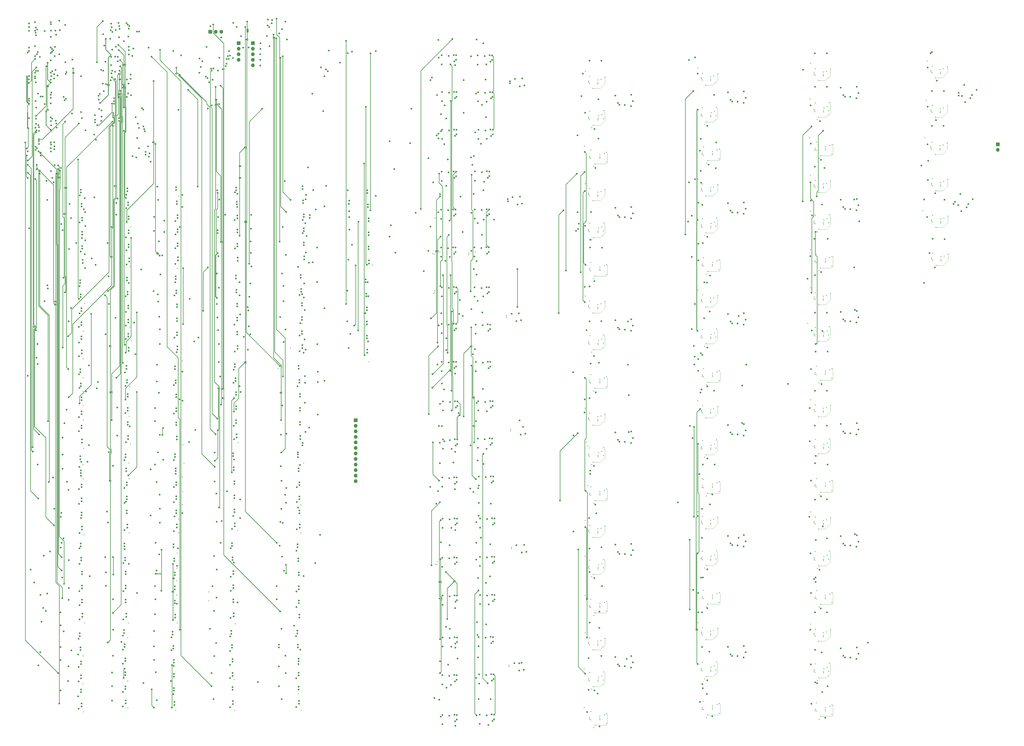
<source format=gbr>
%TF.GenerationSoftware,KiCad,Pcbnew,(6.99.0-3937-g3e53426b6c)*%
%TF.CreationDate,2025-03-10T01:13:00-04:00*%
%TF.ProjectId,AnalogFNN,416e616c-6f67-4464-9e4e-2e6b69636164,rev?*%
%TF.SameCoordinates,Original*%
%TF.FileFunction,Copper,L2,Inr*%
%TF.FilePolarity,Positive*%
%FSLAX46Y46*%
G04 Gerber Fmt 4.6, Leading zero omitted, Abs format (unit mm)*
G04 Created by KiCad (PCBNEW (6.99.0-3937-g3e53426b6c)) date 2025-03-10 01:13:00*
%MOMM*%
%LPD*%
G01*
G04 APERTURE LIST*
%TA.AperFunction,ComponentPad*%
%ADD10R,1.700000X1.700000*%
%TD*%
%TA.AperFunction,ComponentPad*%
%ADD11O,1.700000X1.700000*%
%TD*%
%TA.AperFunction,ViaPad*%
%ADD12C,0.800000*%
%TD*%
%TA.AperFunction,ViaPad*%
%ADD13C,0.400000*%
%TD*%
%TA.AperFunction,Conductor*%
%ADD14C,0.250000*%
%TD*%
%TA.AperFunction,Conductor*%
%ADD15C,0.350200*%
%TD*%
%TA.AperFunction,Conductor*%
%ADD16C,0.100000*%
%TD*%
%TA.AperFunction,Conductor*%
%ADD17C,0.450400*%
%TD*%
%TA.AperFunction,Conductor*%
%ADD18C,0.550600*%
%TD*%
G04 APERTURE END LIST*
D10*
%TO.N,-5V*%
%TO.C,J2*%
X125599999Y-26824999D03*
D11*
%TO.N,GND*%
X125599999Y-29364999D03*
%TO.N,+5V*%
X125599999Y-31904999D03*
%TO.N,GND*%
X125599999Y-34444999D03*
%TO.N,+3V3*%
X125599999Y-36984999D03*
%TD*%
D10*
%TO.N,GND*%
%TO.C,J1*%
X119099999Y-26799999D03*
D11*
%TO.N,/SWCLK*%
X119099999Y-29339999D03*
%TO.N,/SWDIO*%
X119099999Y-31879999D03*
%TO.N,+3V3*%
X119099999Y-34419999D03*
%TD*%
D10*
%TO.N,GND*%
%TO.C,SW1*%
X106074999Y-21499999D03*
D11*
%TO.N,Net-(SW1-B)*%
X108614999Y-21499999D03*
%TO.N,+3V3*%
X111154999Y-21499999D03*
%TD*%
D10*
%TO.N,/L5_OUT1*%
%TO.C,J4*%
X467306099Y-73225199D03*
D11*
%TO.N,/L5_OUT2*%
X467306099Y-75765199D03*
%TD*%
D10*
%TO.N,/L1_IN1*%
%TO.C,J3*%
X172724999Y-199784999D03*
D11*
%TO.N,/L1_IN2*%
X172724999Y-202324999D03*
%TO.N,/L1_IN3*%
X172724999Y-204864999D03*
%TO.N,/L1_IN4*%
X172724999Y-207404999D03*
%TO.N,/L1_IN5*%
X172724999Y-209944999D03*
%TO.N,/L1_IN6*%
X172724999Y-212484999D03*
%TO.N,/L1_IN7*%
X172724999Y-215024999D03*
%TO.N,/L1_IN8*%
X172724999Y-217564999D03*
%TO.N,/L1_IN9*%
X172724999Y-220104999D03*
%TO.N,/L1_IN10*%
X172724999Y-222644999D03*
%TO.N,/L1_IN11*%
X172724999Y-225184999D03*
%TO.N,/L1_IN12*%
X172724999Y-227724999D03*
%TD*%
D12*
%TO.N,GND*%
X116000000Y-304100000D03*
D13*
X388198000Y-127306000D03*
D12*
X177325000Y-136465000D03*
X46650000Y-143200000D03*
X249569000Y-202775000D03*
X178075000Y-95565000D03*
D13*
X387398000Y-315582000D03*
X284756000Y-182550000D03*
D12*
X219028000Y-68600000D03*
D13*
X383574000Y-126506000D03*
D12*
X68050000Y-94650000D03*
X402498000Y-51986700D03*
X46700000Y-224000000D03*
X299156000Y-153450000D03*
X68650000Y-107450000D03*
D13*
X283956000Y-62049700D03*
D12*
X350856000Y-150690000D03*
X218828000Y-157700000D03*
X146600000Y-316850000D03*
D13*
X380098700Y-155400000D03*
X279609000Y-147125000D03*
D12*
X68200000Y-195400000D03*
D13*
X279609000Y-250125000D03*
D12*
X219066000Y-318805000D03*
D13*
X434500000Y-53000000D03*
D12*
X68400000Y-208400000D03*
X68650000Y-167900000D03*
X90800000Y-154300000D03*
X236466000Y-246900000D03*
X89400000Y-323800000D03*
X89200000Y-258000000D03*
X146300000Y-216700000D03*
X118500000Y-120000000D03*
X90425000Y-94135000D03*
X68150000Y-142000000D03*
X147200000Y-188900000D03*
D13*
X329756000Y-89120200D03*
X284756000Y-337050000D03*
D12*
X46800000Y-318100000D03*
D13*
X335656000Y-60549700D03*
D12*
X91000000Y-167300000D03*
X116300000Y-323400000D03*
D13*
X383574000Y-280838000D03*
D12*
X248087000Y-97150000D03*
X47500000Y-127600000D03*
X402498000Y-309207000D03*
X146900000Y-182500000D03*
X116000000Y-257450000D03*
D13*
X283956000Y-268050000D03*
X383574000Y-75062200D03*
D12*
X89800000Y-277300000D03*
X117125000Y-241885000D03*
X90500000Y-229450000D03*
D13*
X381400000Y-121594400D03*
D12*
X250040000Y-256900000D03*
X129100000Y-29400000D03*
D13*
X279665000Y-163775000D03*
X387398000Y-161250000D03*
D12*
X219436000Y-193200000D03*
X326900000Y-157900000D03*
X350756000Y-206785000D03*
D13*
X331309000Y-144365000D03*
X387297000Y-247605000D03*
X284756000Y-131050000D03*
D12*
X178675000Y-121265000D03*
X299156000Y-50450200D03*
X233928000Y-140900000D03*
X218790000Y-87850000D03*
D13*
X381498000Y-36062200D03*
D12*
X47200000Y-210000000D03*
X234463000Y-175125000D03*
D13*
X383574000Y-229394000D03*
X383107000Y-108531000D03*
X436694000Y-39319900D03*
D12*
X236466000Y-282000000D03*
X147100000Y-249000000D03*
D13*
X209000000Y-140437100D03*
D12*
X148650000Y-100100000D03*
X68200000Y-188900000D03*
X118400000Y-160400000D03*
X46200000Y-298800000D03*
X243526000Y-44200000D03*
X350756000Y-308525000D03*
D13*
X208453116Y-141604858D03*
X278056000Y-194250000D03*
D12*
X89400000Y-317400000D03*
X299056000Y-313175000D03*
X219066000Y-228150000D03*
D13*
X383107000Y-211419000D03*
D12*
X67300000Y-276900000D03*
D13*
X440940000Y-58712200D03*
D12*
X234398000Y-157975000D03*
X235528000Y-51400000D03*
D13*
X278056000Y-91250200D03*
D12*
X402498000Y-154875000D03*
X67800000Y-242400000D03*
D13*
X329756000Y-241730000D03*
D12*
X114700000Y-30400000D03*
X117325000Y-248485000D03*
D13*
X335656000Y-314900000D03*
D12*
X116825000Y-222585000D03*
X47200000Y-249900000D03*
X116600000Y-270250000D03*
D13*
X383107000Y-159975000D03*
D12*
X47000000Y-203400000D03*
D13*
X280132000Y-233250000D03*
D12*
X68650000Y-113950000D03*
X147200000Y-201800000D03*
X90800000Y-147800000D03*
X146400000Y-264400000D03*
X101100000Y-33800000D03*
X402498000Y-206319000D03*
X178675000Y-114865000D03*
X447706000Y-99600200D03*
X299056000Y-261675000D03*
D13*
X210057000Y-266000000D03*
X279665000Y-112275000D03*
D12*
X118200000Y-100700000D03*
X350756000Y-155915000D03*
X46900000Y-264000000D03*
D13*
X329756000Y-139990000D03*
X331309000Y-195235000D03*
X335656000Y-213160000D03*
D12*
X68450000Y-154900000D03*
D13*
X387297000Y-299049000D03*
X387297000Y-196161000D03*
D12*
X147400000Y-208400000D03*
D13*
X331309000Y-246105000D03*
X336456000Y-281530000D03*
X224676500Y-123700000D03*
D12*
X46600000Y-257600000D03*
D13*
X383574000Y-332282000D03*
D12*
X233790000Y-122550000D03*
X117125000Y-228985000D03*
X89900000Y-176300000D03*
X46950000Y-162500000D03*
D13*
X329756000Y-190860000D03*
X278000000Y-262100000D03*
D12*
X219371000Y-210675000D03*
X177925000Y-149265000D03*
X219131000Y-337105000D03*
X67300000Y-270400000D03*
X177925000Y-155765000D03*
D13*
X277600000Y-331600000D03*
D12*
X148100000Y-147200000D03*
D13*
X279609000Y-44124900D03*
D12*
X66700000Y-257600000D03*
X146600000Y-176100000D03*
X178875000Y-127865000D03*
D13*
X331832000Y-331600000D03*
D12*
X328137248Y-174175044D03*
D13*
X388198000Y-230194000D03*
D12*
X177625000Y-142865000D03*
D13*
X331832000Y-280730000D03*
X380941078Y-70158922D03*
D12*
X249126000Y-43000000D03*
D13*
X383107000Y-57087000D03*
X279609000Y-301625000D03*
D12*
X235731000Y-301305000D03*
D13*
X436859000Y-91074900D03*
X381274500Y-103900000D03*
D12*
X67200000Y-216700000D03*
X47400000Y-289900000D03*
X47300000Y-108100000D03*
X47300000Y-121000000D03*
X90500000Y-202000000D03*
X116600000Y-283150000D03*
X67300000Y-283300000D03*
X210728000Y-70500000D03*
D13*
X336456000Y-128920000D03*
D12*
X67000000Y-264000000D03*
D13*
X441155000Y-109267000D03*
D12*
X47000000Y-243300000D03*
X218590000Y-122650000D03*
X116500000Y-330000000D03*
X402598000Y-201094000D03*
D13*
X284756000Y-285550000D03*
D12*
X116600000Y-276750000D03*
X46700000Y-95300000D03*
D13*
X434900000Y-35000000D03*
D12*
X117925000Y-194595000D03*
D13*
X335555000Y-196627000D03*
D12*
X146900000Y-236000000D03*
X47000000Y-101700000D03*
X90200000Y-223050000D03*
X218933000Y-140875000D03*
X146600000Y-323250000D03*
X299156000Y-204950000D03*
X47000000Y-190500000D03*
X148100000Y-160100000D03*
D13*
X210196900Y-264695500D03*
X278056000Y-142750000D03*
D12*
X68200000Y-201800000D03*
X146700000Y-270800000D03*
X116300000Y-263850000D03*
D13*
X387398000Y-264138000D03*
D12*
X90500000Y-242350000D03*
X247626000Y-150700000D03*
X118400000Y-147500000D03*
X218590000Y-105250000D03*
X350856000Y-201560000D03*
X218828000Y-34400000D03*
D13*
X336456000Y-78050200D03*
D12*
X46500000Y-305200000D03*
X67100000Y-310150000D03*
X350856000Y-48950200D03*
X67100000Y-323050000D03*
X46400000Y-217600000D03*
X457606000Y-48200200D03*
X402498000Y-103431000D03*
D13*
X280132000Y-78750200D03*
X436594000Y-74319900D03*
X279609000Y-95624900D03*
D12*
X299056000Y-210175000D03*
X47200000Y-270400000D03*
D13*
X432847840Y-103658746D03*
D12*
X116300000Y-317000000D03*
X299056000Y-107175000D03*
X248881000Y-311005000D03*
D13*
X383051000Y-40436900D03*
X335555000Y-298367000D03*
D12*
X90700000Y-248950000D03*
D13*
X283855000Y-148517000D03*
X436694000Y-57319900D03*
X387398000Y-212694000D03*
D12*
X235328000Y-34500000D03*
D13*
X331365000Y-110145000D03*
D12*
X91025000Y-119835000D03*
X68350000Y-101050000D03*
X147500000Y-134400000D03*
D13*
X331365000Y-161015000D03*
D12*
X148950000Y-106500000D03*
D13*
X280132000Y-284750000D03*
X436909000Y-107875000D03*
D12*
X177925000Y-162165000D03*
D13*
X279665000Y-266775000D03*
D12*
X47200000Y-276900000D03*
D13*
X383051000Y-143325000D03*
D12*
X235571000Y-193175000D03*
D13*
X383574000Y-177950000D03*
D12*
X90200000Y-182700000D03*
X149150000Y-126000000D03*
D13*
X383107000Y-314307000D03*
D12*
X299156000Y-256450000D03*
X235663000Y-68625000D03*
X146700000Y-277300000D03*
X46800000Y-324500000D03*
X219266000Y-247000000D03*
D13*
X278056000Y-297250000D03*
D12*
X46350000Y-136800000D03*
D13*
X387297000Y-41829200D03*
X331309000Y-42624900D03*
D12*
X68450000Y-161300000D03*
X146600000Y-310350000D03*
X118500000Y-107100000D03*
D13*
X335656000Y-111420000D03*
D12*
X118700000Y-126600000D03*
X109600000Y-39300000D03*
D13*
X283855000Y-251517000D03*
D12*
X117125000Y-235485000D03*
X146900000Y-242400000D03*
X148300000Y-166700000D03*
X350856000Y-303300000D03*
X236366000Y-264500000D03*
X47150000Y-169100000D03*
D13*
X279665000Y-60775000D03*
D12*
X146600000Y-223100000D03*
X68650000Y-120350000D03*
D13*
X284756000Y-79550200D03*
D12*
X66800000Y-303750000D03*
D13*
X331365000Y-59275000D03*
X244266000Y-258000000D03*
D12*
X402498000Y-257763000D03*
X116525000Y-216185000D03*
X235871000Y-227675000D03*
X67300000Y-329650000D03*
D13*
X437009000Y-125275000D03*
D12*
X350856000Y-252430000D03*
D13*
X227714500Y-122575500D03*
D12*
X146900000Y-229500000D03*
X178675000Y-108365000D03*
X178125000Y-168765000D03*
X148950000Y-113000000D03*
D13*
X280132000Y-181750000D03*
D12*
X402598000Y-149650000D03*
X118100000Y-141100000D03*
X148350000Y-93700000D03*
X67500000Y-289900000D03*
X47200000Y-283300000D03*
X147200000Y-195400000D03*
X146800000Y-329850000D03*
X90200000Y-135000000D03*
X89400000Y-310900000D03*
X117800000Y-134700000D03*
X68850000Y-126950000D03*
X90500000Y-195600000D03*
X67600000Y-176100000D03*
X67900000Y-182500000D03*
D13*
X335555000Y-44017200D03*
X383051000Y-246213000D03*
D12*
X66500000Y-297350000D03*
X402598000Y-46762200D03*
X106100000Y-19000000D03*
D13*
X387398000Y-58361700D03*
X329756000Y-292600000D03*
D12*
X116300000Y-310500000D03*
D13*
X243839000Y-203921000D03*
D12*
X218828000Y-175100000D03*
X146900000Y-290300000D03*
X219231000Y-301505000D03*
D13*
X283956000Y-165050000D03*
X277600000Y-313700000D03*
X211379500Y-122650500D03*
D12*
X47000000Y-197000000D03*
D13*
X381498000Y-293282000D03*
X280132000Y-130250000D03*
D12*
X117625000Y-181695000D03*
D13*
X331832000Y-128120000D03*
X335555000Y-247497000D03*
D12*
X146100000Y-258000000D03*
D13*
X209180803Y-106933075D03*
X336456000Y-332400000D03*
D12*
X146700000Y-283700000D03*
X90700000Y-208600000D03*
X90725000Y-100535000D03*
X327240400Y-207900000D03*
X350756000Y-257655000D03*
X118500000Y-113600000D03*
D13*
X278056000Y-245750000D03*
X381498000Y-87506200D03*
X283855000Y-97017200D03*
D12*
X89800000Y-270800000D03*
D13*
X331832000Y-178990000D03*
X383051000Y-297657000D03*
D12*
X67500000Y-223100000D03*
X235371000Y-210275000D03*
X146000000Y-297550000D03*
D13*
X329756000Y-38250200D03*
D12*
X46950000Y-149600000D03*
D13*
X241825000Y-151825000D03*
D12*
X67100000Y-316650000D03*
D13*
X284756000Y-234050000D03*
X335656000Y-264030000D03*
D12*
X402598000Y-252538000D03*
X90800000Y-160700000D03*
D13*
X335555000Y-94887200D03*
X331309000Y-93494900D03*
X383107000Y-262863000D03*
D12*
X178375000Y-101965000D03*
D13*
X331762178Y-226562178D03*
D12*
X455806000Y-98300200D03*
X47000000Y-331100000D03*
D13*
X336456000Y-230660000D03*
X387297000Y-93273200D03*
D12*
X350756000Y-54174700D03*
D13*
X383051000Y-91880900D03*
D12*
X89500000Y-264400000D03*
X118125000Y-207595000D03*
X68450000Y-148400000D03*
D13*
X388198000Y-281638000D03*
D12*
X148950000Y-119400000D03*
X129000000Y-34400000D03*
D13*
X433901300Y-70100000D03*
D12*
X91025000Y-106935000D03*
X402598000Y-98206200D03*
X236001000Y-318480000D03*
X68000000Y-249000000D03*
X117900000Y-94300000D03*
X46400000Y-177700000D03*
X117925000Y-200995000D03*
D13*
X383051000Y-194769000D03*
D12*
X90500000Y-189100000D03*
D13*
X388198000Y-333082000D03*
X388198000Y-75862200D03*
X387297000Y-144717000D03*
D12*
X326917692Y-105913388D03*
X47300000Y-114600000D03*
X117925000Y-188095000D03*
X89600000Y-330400000D03*
X146300000Y-303950000D03*
X90500000Y-141400000D03*
D13*
X278056000Y-39750200D03*
X331365000Y-262755000D03*
X381498000Y-241838000D03*
X331365000Y-211885000D03*
X283855000Y-45517200D03*
X331309000Y-296975000D03*
D12*
X147800000Y-140800000D03*
X219266000Y-282300000D03*
X275103010Y-109582555D03*
D13*
X335555000Y-145757000D03*
D12*
X47000000Y-230400000D03*
D13*
X336456000Y-179790000D03*
D12*
X47000000Y-236900000D03*
X67800000Y-229500000D03*
X210728000Y-68300000D03*
X91025000Y-113435000D03*
X326904592Y-124825820D03*
D13*
X280132000Y-336250000D03*
X381498000Y-138950000D03*
D12*
X350856000Y-99820200D03*
D13*
X381200000Y-52400000D03*
X441255000Y-126667000D03*
D12*
X299156000Y-307950000D03*
X89900000Y-216650000D03*
D13*
X440940000Y-40712200D03*
X279665000Y-215275000D03*
D12*
X116800000Y-289750000D03*
X90000000Y-290300000D03*
D13*
X283855000Y-303017000D03*
D12*
X236296000Y-336930000D03*
D13*
X283855000Y-200017000D03*
D12*
X219028000Y-51300000D03*
D13*
X283956000Y-319550000D03*
D12*
X91225000Y-126435000D03*
X118400000Y-154000000D03*
D13*
X283956000Y-216550000D03*
D12*
X115700000Y-297700000D03*
X46800000Y-311600000D03*
D13*
X388198000Y-178750000D03*
X278000000Y-280100000D03*
D12*
X46950000Y-156100000D03*
X299156000Y-101950000D03*
X88800000Y-298100000D03*
D13*
X331832000Y-77250200D03*
X243131000Y-312105000D03*
X331832000Y-229860000D03*
D12*
X233990000Y-105150000D03*
D13*
X441105000Y-92467200D03*
X279295200Y-229800000D03*
D12*
X219066000Y-264900000D03*
X89800000Y-283700000D03*
D13*
X279665000Y-318275000D03*
D12*
X148100000Y-153700000D03*
X67850000Y-135600000D03*
D13*
X440840000Y-75712200D03*
D12*
X90500000Y-235950000D03*
X299056000Y-55674700D03*
X118600000Y-167000000D03*
D13*
X331365000Y-313625000D03*
D12*
X117325000Y-175295000D03*
X299056000Y-158675000D03*
X449406000Y-49600200D03*
X46700000Y-184100000D03*
X402598000Y-303982000D03*
X350756000Y-105045000D03*
D13*
X208715000Y-123600000D03*
X335656000Y-162290000D03*
D12*
X89100000Y-304500000D03*
X453772000Y-100655000D03*
X455507000Y-50600200D03*
X234090000Y-87750000D03*
X242491000Y-98347500D03*
D13*
X277856000Y-74050200D03*
X283956000Y-113550000D03*
X279609000Y-198625000D03*
X381498000Y-190394000D03*
D12*
X67800000Y-236000000D03*
D13*
X387398000Y-109806000D03*
X279295200Y-211600000D03*
D12*
%TO.N,+3V3*%
X116500000Y-33600000D03*
X129000000Y-37000000D03*
X111100000Y-24200000D03*
%TO.N,Net-(U27B-+)*%
X291856000Y-50850200D03*
X293756000Y-55050200D03*
%TO.N,Net-(C20-Pad2)*%
X299956000Y-53350200D03*
X296245000Y-55150200D03*
%TO.N,Net-(U44B-+)*%
X291856000Y-256850000D03*
X293756000Y-261050000D03*
%TO.N,Net-(U31B-+)*%
X293756000Y-106550000D03*
X291856000Y-102350000D03*
%TO.N,Net-(C23-Pad2)*%
X296245000Y-106650000D03*
X299956000Y-104850000D03*
%TO.N,Net-(U36B-+)*%
X291856000Y-153850000D03*
X293756000Y-158050000D03*
%TO.N,Net-(C26-Pad2)*%
X299956000Y-156350000D03*
X296245000Y-158150000D03*
%TO.N,Net-(U63B-+)*%
X345456000Y-206160000D03*
X343556000Y-201960000D03*
%TO.N,Net-(U40B-+)*%
X293756000Y-209550000D03*
X291856000Y-205350000D03*
%TO.N,Net-(C29-Pad2)*%
X299956000Y-207850000D03*
X296245000Y-209650000D03*
%TO.N,Net-(C32-Pad2)*%
X296245000Y-261150000D03*
X299956000Y-259350000D03*
%TO.N,Net-(U48B-+)*%
X293756000Y-312550000D03*
X291856000Y-308350000D03*
%TO.N,Net-(C35-Pad2)*%
X296245000Y-312650000D03*
X299956000Y-310850000D03*
%TO.N,Net-(U51B-+)*%
X345456000Y-53550200D03*
X343556000Y-49350200D03*
%TO.N,Net-(C38-Pad2)*%
X347945000Y-53650200D03*
X351656000Y-51850200D03*
%TO.N,Net-(U55B-+)*%
X343556000Y-100220000D03*
X345456000Y-104420000D03*
%TO.N,Net-(C41-Pad2)*%
X347945000Y-104520000D03*
X351656000Y-102720000D03*
%TO.N,Net-(U59B-+)*%
X343556000Y-151090000D03*
X345456000Y-155290000D03*
%TO.N,Net-(C44-Pad2)*%
X351656000Y-153590000D03*
X347945000Y-155390000D03*
%TO.N,Net-(C47-Pad2)*%
X351656000Y-204460000D03*
X347945000Y-206260000D03*
%TO.N,Net-(U67B-+)*%
X343556000Y-252830000D03*
X345456000Y-257030000D03*
%TO.N,Net-(C50-Pad2)*%
X351656000Y-255330000D03*
X347945000Y-257130000D03*
%TO.N,Net-(U71B-+)*%
X343556000Y-303700000D03*
X345456000Y-307900000D03*
%TO.N,Net-(C53-Pad2)*%
X347945000Y-308000000D03*
X351656000Y-306200000D03*
%TO.N,Net-(U75B-+)*%
X395298000Y-47162200D03*
X397198000Y-51362200D03*
%TO.N,Net-(C56-Pad2)*%
X403398000Y-49662200D03*
X399687000Y-51462200D03*
%TO.N,Net-(U79B-+)*%
X395298000Y-98606200D03*
X397198000Y-102806000D03*
%TO.N,Net-(C59-Pad2)*%
X399687000Y-102906000D03*
X403398000Y-101106000D03*
%TO.N,Net-(U83B-+)*%
X395298000Y-150050000D03*
X397198000Y-154250000D03*
%TO.N,Net-(C62-Pad2)*%
X399687000Y-154350000D03*
X403398000Y-152550000D03*
%TO.N,Net-(U87B-+)*%
X397198000Y-205694000D03*
X395298000Y-201494000D03*
%TO.N,Net-(C65-Pad2)*%
X399687000Y-205794000D03*
X403398000Y-203994000D03*
%TO.N,Net-(U91B-+)*%
X397198000Y-257138000D03*
X395298000Y-252938000D03*
%TO.N,Net-(C68-Pad2)*%
X403398000Y-255438000D03*
X399687000Y-257238000D03*
%TO.N,Net-(U95B-+)*%
X395298000Y-304382000D03*
X397198000Y-308582000D03*
%TO.N,Net-(C71-Pad2)*%
X403398000Y-306882000D03*
X399687000Y-308682000D03*
%TO.N,Net-(C3002-Pad2)*%
X249087000Y-100350000D03*
X246987000Y-100750000D03*
%TO.N,Net-(U13001B-+)*%
X451906000Y-45900200D03*
X450906000Y-51000200D03*
%TO.N,Net-(U13001C--)*%
X452306000Y-53800200D03*
X454706000Y-52000200D03*
%TO.N,Net-(U17001B-+)*%
X449171000Y-101055000D03*
X450171000Y-95955200D03*
%TO.N,Net-(U17001C--)*%
X450571000Y-103855000D03*
X452971000Y-102055000D03*
%TO.N,Net-(C23002-Pad2)*%
X248026000Y-46600000D03*
X250126000Y-46200000D03*
%TO.N,Net-(C33002-Pad2)*%
X246526000Y-154300000D03*
X248626000Y-153900000D03*
%TO.N,Net-(C131002-Pad2)*%
X248469000Y-206375000D03*
X250569000Y-205975000D03*
%TO.N,Net-(C139002-Pad2)*%
X248940000Y-260500000D03*
X251040000Y-260100000D03*
%TO.N,Net-(C148002-Pad2)*%
X249881000Y-314205000D03*
X247781000Y-314605000D03*
%TO.N,Net-(Q2001A-S1)*%
X211990000Y-103150000D03*
X211990000Y-107350000D03*
%TO.N,/InNeuron_1/OUT*%
X278103700Y-248747400D03*
X277792400Y-196203100D03*
X278832500Y-299409900D03*
X276983900Y-40798000D03*
X277835500Y-145602200D03*
X277835500Y-94580500D03*
%TO.N,/InNeuron_3/OUT*%
X278203300Y-232069900D03*
X279058500Y-281744100D03*
X278181200Y-128454700D03*
X246956900Y-130447300D03*
X246956900Y-147775000D03*
X278936100Y-333620000D03*
X277870600Y-76647100D03*
X277885500Y-180262300D03*
%TO.N,/Neuron6_1/OUT*%
X331279500Y-90789700D03*
X329641800Y-243737500D03*
X330768200Y-194608700D03*
X329026200Y-295833100D03*
X329608800Y-40780300D03*
%TO.N,/Neuron6_10/IN3*%
X329900500Y-177100600D03*
X330636100Y-76064700D03*
X297635200Y-154478300D03*
X329888600Y-126462100D03*
X297635200Y-174284500D03*
X330405300Y-224457300D03*
X330636100Y-328986000D03*
X329898100Y-278988300D03*
%TO.N,/Neuron6_10/IN4*%
X336347500Y-233822500D03*
X334058300Y-184238700D03*
X298053400Y-188232700D03*
X336347500Y-335562500D03*
X334625600Y-82483600D03*
X298053400Y-205198400D03*
X335361500Y-133348200D03*
X334058300Y-285978700D03*
%TO.N,/Neuron6_10/IN5*%
X329825800Y-210622400D03*
X329673100Y-57288300D03*
X329591800Y-158772700D03*
X329558800Y-107907500D03*
X329558800Y-260765200D03*
X329689100Y-311643600D03*
%TO.N,/Neuron6_10/IN6*%
X334036100Y-217292600D03*
X334036100Y-319052000D03*
X334036100Y-166416000D03*
X297062800Y-309242400D03*
X334073000Y-64694600D03*
X334036100Y-268181400D03*
X334036100Y-115579200D03*
%TO.N,/Neuron6_13/IN1*%
X381805600Y-141241400D03*
X377993400Y-38962200D03*
X380843900Y-244025500D03*
X381061900Y-194210500D03*
X381403200Y-90595300D03*
X381281400Y-295833100D03*
%TO.N,/Neuron6_13/IN3*%
X381621500Y-279042300D03*
X351894000Y-174284500D03*
X381627800Y-176277100D03*
X348448600Y-151955400D03*
X381314000Y-124469500D03*
X381550300Y-72806300D03*
X381811000Y-329814900D03*
X381663700Y-227416500D03*
%TO.N,/Neuron6_10/OUT*%
X350074000Y-201023400D03*
X386219500Y-234613900D03*
X386155600Y-286113100D03*
X386283400Y-131762700D03*
X386192700Y-80323200D03*
X350074000Y-183822400D03*
X388141900Y-336231700D03*
X386431200Y-183184900D03*
%TO.N,/Neuron6_11/OUT*%
X381403600Y-260819200D03*
X382178300Y-105763200D03*
X381987700Y-158656000D03*
X348448600Y-253712700D03*
X381572900Y-311773900D03*
X381425100Y-55312300D03*
X381061900Y-209399800D03*
%TO.N,/Neuron6_12/OUT*%
X383788000Y-113295800D03*
X383789100Y-216140900D03*
X383580200Y-319981400D03*
X383763500Y-164778400D03*
X385778300Y-62525100D03*
X385550100Y-268373000D03*
%TO.N,/Neuron6_13/OUT*%
X436022900Y-123031900D03*
X435186100Y-37962600D03*
%TO.N,/Neuron6_14/OUT*%
X439368400Y-43934600D03*
X401448700Y-98462800D03*
X438419800Y-129667900D03*
X401448700Y-129667900D03*
%TO.N,/Neuron6_15/OUT*%
X401816000Y-149119900D03*
X403740700Y-108528700D03*
X435094900Y-73170500D03*
X434850800Y-106536100D03*
%TO.N,/Neuron6_17/OUT*%
X435144900Y-55910200D03*
X435227400Y-89635800D03*
X401816000Y-252018700D03*
%TO.N,/Neuron6_18/OUT*%
X438944400Y-62084000D03*
X407728900Y-301810900D03*
X438634100Y-95580100D03*
%TO.N,/InNeuron_4/OUT*%
X282250500Y-135939200D03*
X284574200Y-287595700D03*
X282656500Y-238475400D03*
X282733500Y-84018900D03*
X282889500Y-187003100D03*
X247943600Y-199889000D03*
X284574200Y-340247100D03*
%TO.N,/InNeuron_5/OUT*%
X277974600Y-58713700D03*
D13*
X278549500Y-209947500D03*
D12*
X277997800Y-110521300D03*
X278644600Y-158435100D03*
X274831300Y-259036200D03*
X278000400Y-315974000D03*
%TO.N,/InNeuron_6/OUT*%
X282336100Y-66193900D03*
X247817400Y-311266300D03*
X282053500Y-220667800D03*
X282249400Y-272177000D03*
X282100600Y-170176200D03*
X282336100Y-323679800D03*
X280352600Y-116971000D03*
D13*
%TO.N,-5V*%
X387306000Y-41229800D03*
X335564000Y-43417800D03*
X387306000Y-195562000D03*
D12*
X233353000Y-88475700D03*
D13*
X440949000Y-58112800D03*
D12*
X235134000Y-228401000D03*
D13*
X284762000Y-284905000D03*
X335564000Y-94287800D03*
X335564000Y-145158000D03*
X283864000Y-147918000D03*
X284762000Y-78904600D03*
D12*
X218091000Y-35125700D03*
X233253000Y-105876000D03*
X218329000Y-319531000D03*
D13*
X387398000Y-212094000D03*
D12*
X235559000Y-337656000D03*
X218634000Y-211401000D03*
X234591000Y-35225700D03*
X218494000Y-302231000D03*
D13*
X441114000Y-91867800D03*
X283956000Y-164450000D03*
D12*
X235729000Y-282726000D03*
D13*
X388204000Y-280993000D03*
X336462000Y-179145000D03*
X388204000Y-332437000D03*
X387306000Y-298450000D03*
X336462000Y-77404600D03*
X388204000Y-178105000D03*
X441264000Y-126068000D03*
D12*
X234834000Y-193901000D03*
X233726000Y-175851000D03*
D13*
X335656000Y-263430000D03*
X283956000Y-267450000D03*
D12*
X234994000Y-302031000D03*
D13*
X387398000Y-314982000D03*
X283956000Y-112950000D03*
D12*
X234791000Y-52125700D03*
D13*
X441164000Y-108668000D03*
X283864000Y-250918000D03*
X387306000Y-144118000D03*
X336462000Y-331755000D03*
D12*
X129100000Y-26800000D03*
X218394000Y-337831000D03*
D13*
X283956000Y-215950000D03*
X284762000Y-181905000D03*
D12*
X218091000Y-158426000D03*
X218053000Y-88575700D03*
D13*
X335656000Y-314300000D03*
X387398000Y-57762200D03*
X387398000Y-263538000D03*
D12*
X218699000Y-193926000D03*
D13*
X388204000Y-126661000D03*
D12*
X233191000Y-141626000D03*
D13*
X336462000Y-280885000D03*
D12*
X218291000Y-52025700D03*
X218329000Y-265626000D03*
D13*
X284762000Y-130405000D03*
X283864000Y-302418000D03*
X284762000Y-233405000D03*
X283956000Y-318950000D03*
D12*
X218291000Y-69325700D03*
X217853000Y-123376000D03*
X234926000Y-69350700D03*
X233661000Y-158701000D03*
D13*
X335656000Y-59950200D03*
X335656000Y-161690000D03*
D12*
X217853000Y-105976000D03*
D13*
X336462000Y-230015000D03*
D12*
X218529000Y-247726000D03*
D13*
X284762000Y-336405000D03*
X440849000Y-75112800D03*
X335564000Y-297768000D03*
X283864000Y-44917800D03*
X335564000Y-196028000D03*
X387398000Y-160650000D03*
X387306000Y-247006000D03*
X440949000Y-40112800D03*
X387398000Y-109206000D03*
D12*
X235264000Y-319206000D03*
X218196000Y-141601000D03*
X218091000Y-175826000D03*
D13*
X283864000Y-199418000D03*
D12*
X218329000Y-228876000D03*
X235629000Y-265226000D03*
X235729000Y-247626000D03*
D13*
X283864000Y-96417800D03*
X388204000Y-229549000D03*
X283956000Y-61450200D03*
X335656000Y-110820000D03*
X335656000Y-212560000D03*
X388204000Y-75216600D03*
X387306000Y-92673800D03*
D12*
X218529000Y-283026000D03*
D13*
X336462000Y-128275000D03*
D12*
X233053000Y-123276000D03*
X234634000Y-211001000D03*
D13*
X335564000Y-246898000D03*
D12*
%TO.N,+5V*%
X90700000Y-247550000D03*
X117900000Y-93000000D03*
D13*
X331296000Y-314221000D03*
D12*
X67300000Y-328250000D03*
X147100000Y-247600000D03*
X146600000Y-221900000D03*
X149100000Y-137000000D03*
X396490000Y-50553400D03*
X118125000Y-206195000D03*
X150000000Y-96400000D03*
X46950000Y-148400000D03*
D13*
X279596000Y-61370600D03*
X147800000Y-332756800D03*
X147700000Y-251500000D03*
D12*
X46500000Y-304000000D03*
D13*
X69221300Y-157016600D03*
D12*
X118200000Y-99500000D03*
D13*
X48000000Y-212668400D03*
D12*
X47300000Y-106900000D03*
X46350000Y-135500000D03*
D13*
X178882778Y-172882778D03*
D12*
X124800000Y-105500000D03*
X117325000Y-173995000D03*
X90500000Y-187900000D03*
D13*
X383039000Y-109127000D03*
D12*
X344747000Y-154481000D03*
X116300000Y-315700000D03*
X147500000Y-133100000D03*
X47000000Y-100500000D03*
X48500000Y-123600000D03*
D13*
X436708000Y-57931100D03*
D12*
X177625000Y-141665000D03*
X177925000Y-160965000D03*
D13*
X383039000Y-314903000D03*
D12*
X177925000Y-148065000D03*
X117125000Y-234185000D03*
D13*
X241827000Y-152495000D03*
D12*
X146300000Y-302750000D03*
X147800000Y-139600000D03*
X146900000Y-241200000D03*
X90800000Y-153000000D03*
D13*
X331703000Y-77879100D03*
D12*
X116300000Y-262650000D03*
D13*
X208100000Y-123300000D03*
D12*
X48600000Y-130000000D03*
X89400000Y-322600000D03*
X178125000Y-167365000D03*
D13*
X93316468Y-225744928D03*
D12*
X148100000Y-152400000D03*
X89600000Y-329000000D03*
D13*
X331296000Y-110741000D03*
D12*
X67200000Y-215400000D03*
D13*
X383445000Y-75691100D03*
D12*
X90500000Y-194300000D03*
D13*
X91600000Y-96923700D03*
D12*
X90500000Y-241150000D03*
D13*
X437023000Y-125886000D03*
D12*
X67850000Y-134300000D03*
X46650000Y-142000000D03*
D13*
X68500000Y-292722700D03*
D12*
X118700000Y-125200000D03*
D13*
X331296000Y-212481000D03*
D12*
X117325000Y-247085000D03*
D13*
X47800000Y-226700000D03*
D12*
X147400000Y-207000000D03*
X293047000Y-260241000D03*
X47300000Y-119800000D03*
X90500000Y-228250000D03*
D13*
X383065000Y-41048100D03*
D12*
X396490000Y-256329000D03*
D13*
X94047546Y-219417261D03*
D12*
X89800000Y-269600000D03*
X90200000Y-133700000D03*
X117800000Y-133400000D03*
X68450000Y-153600000D03*
X118500000Y-105900000D03*
X47000000Y-195700000D03*
D13*
X279623000Y-250736000D03*
X148100000Y-155510900D03*
D12*
X89500000Y-263200000D03*
X68000000Y-247600000D03*
D13*
X383065000Y-298268000D03*
D12*
X124400000Y-137000000D03*
X344747000Y-256221000D03*
D13*
X279596000Y-112871000D03*
D12*
X146400000Y-263200000D03*
X123700000Y-156700000D03*
X66800000Y-302550000D03*
X116800000Y-288350000D03*
X242600000Y-99341000D03*
D13*
X90900000Y-292700000D03*
D12*
X146900000Y-181300000D03*
X147200000Y-200600000D03*
D13*
X436873000Y-91686100D03*
X177462256Y-156456460D03*
X91531700Y-251352900D03*
X48508278Y-146208278D03*
D12*
X148950000Y-105300000D03*
X67600000Y-174800000D03*
D13*
X47800000Y-180300000D03*
D12*
X209928000Y-69100000D03*
X124700000Y-111900000D03*
D13*
X47800000Y-333500000D03*
D12*
X89900000Y-175000000D03*
D13*
X279623000Y-44736100D03*
D12*
X66700000Y-256300000D03*
D13*
X68300000Y-331707800D03*
X279623000Y-96236100D03*
X147641872Y-238641872D03*
D12*
X149800000Y-167300000D03*
D13*
X47800000Y-307900000D03*
X331703000Y-281359000D03*
D12*
X89100000Y-303300000D03*
X89400000Y-309700000D03*
X91025000Y-105735000D03*
D13*
X331296000Y-59870600D03*
X93433600Y-211000000D03*
D12*
X48700000Y-117200000D03*
D13*
X209374688Y-265839364D03*
D12*
X68650000Y-106250000D03*
X68150000Y-140800000D03*
X148650000Y-98900000D03*
X48500000Y-97900000D03*
X344747000Y-103611000D03*
D13*
X148857664Y-219377564D03*
D12*
X118400000Y-146300000D03*
X446976000Y-100510000D03*
X178875000Y-126465000D03*
X293047000Y-54241400D03*
X146300000Y-215400000D03*
X149600000Y-182606400D03*
D13*
X331703000Y-179619000D03*
D12*
X46400000Y-216300000D03*
X46800000Y-310400000D03*
X118400000Y-159200000D03*
D13*
X279596000Y-164371000D03*
D12*
X178675000Y-113565000D03*
X46900000Y-262800000D03*
X47150000Y-167700000D03*
X68200000Y-194100000D03*
X150200000Y-115300000D03*
X90425000Y-92835000D03*
D13*
X117300000Y-332756800D03*
X331323000Y-94106100D03*
D12*
X67800000Y-234700000D03*
D13*
X47700000Y-193100000D03*
D12*
X396490000Y-204885000D03*
D13*
X383065000Y-195380000D03*
D12*
X90500000Y-200800000D03*
X68650000Y-166500000D03*
D13*
X69612178Y-110992478D03*
D12*
X149400000Y-149200000D03*
X117125000Y-240685000D03*
X146600000Y-322050000D03*
X118600000Y-165600000D03*
X47200000Y-275600000D03*
X47000000Y-229200000D03*
X396490000Y-307773000D03*
D13*
X209021590Y-141237090D03*
X280003000Y-285379000D03*
D12*
X147200000Y-194100000D03*
X47000000Y-329700000D03*
X90000000Y-288900000D03*
D13*
X69221300Y-129200000D03*
X383039000Y-212015000D03*
D12*
X89400000Y-316100000D03*
X146600000Y-174800000D03*
D13*
X93248402Y-238435257D03*
D12*
X47000000Y-242100000D03*
D13*
X331323000Y-43236100D03*
D12*
X89900000Y-215350000D03*
X146700000Y-269600000D03*
D13*
X68800000Y-219359500D03*
X383065000Y-143936000D03*
D12*
X88800000Y-296800000D03*
X46950000Y-154800000D03*
X47200000Y-248500000D03*
X47200000Y-208600000D03*
D13*
X68200000Y-319300000D03*
D12*
X147200000Y-187700000D03*
X116000000Y-302900000D03*
X146900000Y-234700000D03*
D13*
X47649372Y-220149372D03*
D12*
X148950000Y-111700000D03*
D13*
X68900000Y-226600000D03*
D12*
X116600000Y-281950000D03*
X117925000Y-199795000D03*
X67800000Y-228300000D03*
X67100000Y-321850000D03*
X68850000Y-125550000D03*
X118500000Y-95900000D03*
X148200000Y-141900000D03*
X116500000Y-328600000D03*
X148100000Y-158900000D03*
D13*
X383065000Y-92492100D03*
D12*
X151700000Y-107000000D03*
X48700000Y-110700000D03*
X67100000Y-315350000D03*
D13*
X48100000Y-252300000D03*
D12*
X66500000Y-296050000D03*
X116300000Y-309300000D03*
D13*
X244243000Y-258647000D03*
D12*
X90500000Y-234650000D03*
D13*
X47600000Y-320600000D03*
X331296000Y-263351000D03*
D12*
X146900000Y-288900000D03*
D13*
X383039000Y-57682600D03*
D12*
X146700000Y-276000000D03*
D13*
X280003000Y-79379100D03*
D12*
X124000000Y-143100000D03*
X293047000Y-105741000D03*
X117925000Y-193295000D03*
X116600000Y-275450000D03*
D13*
X436608000Y-74931100D03*
D12*
X67800000Y-241200000D03*
D13*
X48400000Y-292722700D03*
D12*
X148950000Y-118200000D03*
X146800000Y-328450000D03*
X67500000Y-221900000D03*
X67100000Y-308950000D03*
X91000000Y-165900000D03*
X178075000Y-94265000D03*
D13*
X180382218Y-128532818D03*
X280003000Y-233879000D03*
D12*
X396490000Y-153441000D03*
X146000000Y-296250000D03*
X67500000Y-288500000D03*
X123500000Y-149400000D03*
X68650000Y-112650000D03*
X46800000Y-323300000D03*
X117925000Y-186895000D03*
X115700000Y-296400000D03*
X46400000Y-176400000D03*
X153000000Y-127300000D03*
D13*
X280003000Y-182379000D03*
X117100000Y-318700000D03*
D12*
X47300000Y-113300000D03*
D13*
X90700000Y-279900000D03*
D12*
X146100000Y-256700000D03*
X90700000Y-207200000D03*
D13*
X243862000Y-204557000D03*
D12*
X149300000Y-162700000D03*
X68050000Y-93350000D03*
X151800000Y-105600000D03*
X46700000Y-222800000D03*
X46950000Y-161300000D03*
D13*
X118801500Y-210000000D03*
X331703000Y-128749000D03*
X47800000Y-171563200D03*
D12*
X116825000Y-221385000D03*
D13*
X47800000Y-199600000D03*
X93447820Y-232493872D03*
D12*
X47000000Y-235600000D03*
D13*
X331323000Y-297586000D03*
D12*
X89200000Y-256700000D03*
D13*
X68200000Y-299510500D03*
D12*
X178675000Y-107165000D03*
D13*
X68900000Y-251400000D03*
X383065000Y-246824000D03*
X93286176Y-172527284D03*
D12*
X90200000Y-181500000D03*
D13*
X69100000Y-184321800D03*
X90900000Y-260700000D03*
D12*
X243526000Y-45199500D03*
D13*
X69800000Y-163372900D03*
X280003000Y-336879000D03*
D12*
X46700000Y-94000000D03*
X91025000Y-112135000D03*
X67300000Y-282100000D03*
X47200000Y-282100000D03*
D13*
X279623000Y-199236000D03*
X280003000Y-130879000D03*
D12*
X116525000Y-214885000D03*
D13*
X383039000Y-160571000D03*
D12*
X146900000Y-228300000D03*
X396490000Y-101997000D03*
D13*
X279596000Y-318871000D03*
D12*
X68450000Y-160100000D03*
X178375000Y-100765000D03*
X91225000Y-125035000D03*
D13*
X90653222Y-273353222D03*
D12*
X67000000Y-262800000D03*
X68200000Y-187700000D03*
X117625000Y-180495000D03*
D13*
X383445000Y-281467000D03*
D12*
X89800000Y-276000000D03*
X90800000Y-146600000D03*
D13*
X436923000Y-108486000D03*
X118600000Y-250303900D03*
D12*
X177925000Y-154465000D03*
D13*
X90700000Y-267600000D03*
X383445000Y-230023000D03*
D12*
X124600000Y-117700000D03*
X47400000Y-288500000D03*
D13*
X68900000Y-198000000D03*
D12*
X68650000Y-119150000D03*
X149150000Y-124600000D03*
X117125000Y-227785000D03*
X67900000Y-181300000D03*
X47000000Y-189300000D03*
D13*
X331323000Y-144976000D03*
D12*
X344747000Y-307091000D03*
D13*
X47700000Y-186400000D03*
D12*
X149900000Y-122800000D03*
X46200000Y-297500000D03*
D13*
X383445000Y-332911000D03*
X69500000Y-210800000D03*
D12*
X89800000Y-282500000D03*
X148100000Y-146000000D03*
X47200000Y-269200000D03*
X148350000Y-92400000D03*
X67300000Y-269200000D03*
X146600000Y-309150000D03*
X118400000Y-152700000D03*
D13*
X243093000Y-312776000D03*
X224676500Y-123100000D03*
D12*
X46800000Y-316800000D03*
X68200000Y-200600000D03*
X91025000Y-118635000D03*
D13*
X383039000Y-263459000D03*
D12*
X148300000Y-211300000D03*
X90800000Y-159500000D03*
X149700000Y-205100000D03*
X47000000Y-202200000D03*
X177325000Y-135165000D03*
X118100000Y-139900000D03*
D13*
X279596000Y-267371000D03*
D12*
X293047000Y-311741000D03*
D13*
X90900000Y-130082200D03*
X91531700Y-245100000D03*
D12*
X46700000Y-182900000D03*
D13*
X383445000Y-178579000D03*
X436708000Y-39931100D03*
D12*
X116600000Y-269050000D03*
X90500000Y-140200000D03*
X47500000Y-126200000D03*
X124433549Y-160266451D03*
D13*
X331296000Y-161611000D03*
X331703000Y-230489000D03*
X117600000Y-293121400D03*
D12*
X118500000Y-118800000D03*
X178675000Y-120065000D03*
X68400000Y-207000000D03*
D13*
X90200000Y-332800000D03*
D12*
X67300000Y-275600000D03*
X124700000Y-123000000D03*
X344747000Y-205351000D03*
X118500000Y-112300000D03*
X449406000Y-50800200D03*
X148300000Y-165300000D03*
X116300000Y-322200000D03*
X123300000Y-167400000D03*
D13*
X331323000Y-195846000D03*
X331703000Y-332229000D03*
D12*
X68450000Y-147200000D03*
X293047000Y-157241000D03*
X46600000Y-256300000D03*
X149500000Y-179500000D03*
X90200000Y-221850000D03*
X293047000Y-208741000D03*
X116000000Y-256150000D03*
X344747000Y-52741400D03*
D13*
X383445000Y-127135000D03*
X279596000Y-215871000D03*
D12*
X146600000Y-315550000D03*
X146700000Y-282500000D03*
X90725000Y-99335000D03*
D13*
X279623000Y-147736000D03*
X331323000Y-246716000D03*
X47700000Y-158955100D03*
D12*
X48600000Y-104300000D03*
D13*
X279623000Y-302236000D03*
D12*
X124900000Y-129200000D03*
X68350000Y-99850000D03*
X129000000Y-31900000D03*
X149500000Y-191700000D03*
%TO.N,/L1_IN1*%
X211453200Y-300180700D03*
X211626400Y-138168400D03*
X211763000Y-245564500D03*
X210869300Y-33366200D03*
X211030100Y-86610100D03*
X211458400Y-192217900D03*
%TO.N,/L1_IN2*%
X216662300Y-249115000D03*
X216602600Y-303613800D03*
X216832300Y-195315000D03*
X216215400Y-36513700D03*
%TO.N,/L1_IN3*%
X210855000Y-156262900D03*
X211390000Y-210089900D03*
X211734100Y-263491700D03*
X210103500Y-50600000D03*
X211453200Y-315759100D03*
X210642300Y-104373500D03*
%TO.N,/L1_IN4*%
X215901000Y-108117200D03*
X216433600Y-321134700D03*
X216764500Y-212903900D03*
X216337800Y-53281100D03*
%TO.N,/L1_IN5*%
X210313000Y-174169000D03*
X208113300Y-209945000D03*
X211841000Y-67184800D03*
X211307900Y-281569200D03*
X210020000Y-122240200D03*
X211020400Y-227479100D03*
X211771500Y-335698400D03*
%TO.N,/L1_IN6*%
X213379300Y-209374400D03*
X215965000Y-124864700D03*
X216171500Y-177054900D03*
%TO.N,/L1_IN7*%
X228102600Y-246459500D03*
X228657400Y-298338700D03*
X225391000Y-211269900D03*
X228294500Y-191769700D03*
X225516900Y-140581200D03*
X225929100Y-87180500D03*
X225679700Y-32809900D03*
%TO.N,/L1_IN8*%
X231290600Y-142914600D03*
X233003000Y-195622000D03*
X232703300Y-36563500D03*
X231665800Y-90358500D03*
%TO.N,/L1_IN9*%
X228048600Y-317977500D03*
X227100100Y-209889900D03*
X228064200Y-263702500D03*
X228000700Y-49904700D03*
X225879100Y-104627200D03*
X225800600Y-157186100D03*
%TO.N,/L1_IN10*%
X231505300Y-107698400D03*
X236236300Y-107698400D03*
X231342800Y-215158700D03*
X232891400Y-53619700D03*
X233337600Y-320414500D03*
X232758400Y-212855000D03*
%TO.N,/L1_IN11*%
X225832800Y-122027200D03*
X227624000Y-67659000D03*
X227849700Y-226757500D03*
X228254400Y-335140500D03*
X229078300Y-277899700D03*
X225840800Y-174709200D03*
%TO.N,/L1_IN12*%
X228959300Y-230923300D03*
X232839100Y-70664800D03*
X233841100Y-284267100D03*
X233605100Y-339536700D03*
%TO.N,Net-(Q4001A-S1)*%
X211990000Y-124750000D03*
X211990000Y-120550000D03*
%TO.N,/W124*%
X207343000Y-153050000D03*
X45765400Y-156898100D03*
X211462100Y-97077900D03*
%TO.N,/W123*%
X52906400Y-97521600D03*
X46094400Y-150709800D03*
X211480300Y-96075000D03*
%TO.N,Net-(Q5001A-S1)*%
X212190000Y-89950000D03*
X212190000Y-85750000D03*
%TO.N,/W126*%
X45839300Y-170399800D03*
X215460000Y-114754600D03*
X214937700Y-168784200D03*
%TO.N,/W125*%
X45825800Y-164087300D03*
X211676000Y-115523400D03*
X210313000Y-164087300D03*
%TO.N,Net-(Q6001A-S1)*%
X227190000Y-124650000D03*
X227190000Y-120450000D03*
%TO.N,/W1212*%
X230660000Y-114637700D03*
X69745800Y-116148800D03*
X67292800Y-168734300D03*
%TO.N,/W121*%
X206103000Y-79502000D03*
X46099600Y-138275600D03*
X204020100Y-131383300D03*
D13*
%TO.N,Net-(Q14001A-S1)*%
X437141000Y-72245200D03*
X437041000Y-75445200D03*
D12*
%TO.N,/W122*%
X45448400Y-80161100D03*
X215054200Y-80161100D03*
X45843200Y-144175600D03*
%TO.N,/W1211*%
X221847400Y-113375000D03*
X67292800Y-162520400D03*
X221847300Y-151966000D03*
D13*
%TO.N,Net-(Q14001B-G2)*%
X444141000Y-72545200D03*
X438641000Y-77745200D03*
%TO.N,Net-(Q15001A-S1)*%
X437141000Y-58445200D03*
X437241000Y-55245200D03*
D12*
%TO.N,/W114*%
X207053300Y-43733100D03*
X207053300Y-110955100D03*
X47200100Y-116226100D03*
%TO.N,/W513*%
X437064400Y-64691500D03*
X188964000Y-110329800D03*
X197718000Y-72669700D03*
D13*
%TO.N,Net-(Q15001B-G2)*%
X438741000Y-60745200D03*
X444241000Y-55545200D03*
%TO.N,Net-(Q16001A-S1)*%
X437141000Y-40445200D03*
X437241000Y-37245200D03*
D12*
%TO.N,/W514*%
X442455400Y-64691500D03*
X188338700Y-71736800D03*
X188377900Y-115523400D03*
%TO.N,/W515*%
X437114400Y-48750700D03*
X190995400Y-122843200D03*
X198362300Y-56807400D03*
D13*
%TO.N,Net-(Q16001B-G2)*%
X444241000Y-37545200D03*
X438741000Y-42745200D03*
%TO.N,Net-(Q18001A-S1)*%
X437356000Y-109000000D03*
X437456000Y-105800000D03*
D12*
%TO.N,/W516*%
X442595100Y-48750700D03*
X177917600Y-128486500D03*
X177399300Y-56006800D03*
%TO.N,/W113*%
X46098500Y-108995000D03*
X207732800Y-42549600D03*
X200303200Y-104585800D03*
D13*
%TO.N,Net-(Q18001B-G2)*%
X444456000Y-106100000D03*
X438956000Y-111300000D03*
%TO.N,Net-(Q19001A-S1)*%
X437406000Y-89000200D03*
X437306000Y-92200200D03*
D12*
%TO.N,/W512*%
X436463500Y-31442700D03*
X179540200Y-31403000D03*
X179540200Y-103401100D03*
%TO.N,/W511*%
X182020500Y-96800000D03*
X182020500Y-30467000D03*
X437114400Y-30817300D03*
D13*
%TO.N,Net-(Q19001B-G2)*%
X438906000Y-94500200D03*
X444406000Y-89300200D03*
%TO.N,Net-(Q20001A-S1)*%
X437456000Y-126400000D03*
X437556000Y-123200000D03*
D12*
%TO.N,/W524*%
X442812200Y-98565700D03*
X174047500Y-108706100D03*
X173848200Y-158518100D03*
%TO.N,/W523*%
X177139600Y-150692100D03*
X433552800Y-136740800D03*
X433552800Y-98525200D03*
D13*
%TO.N,Net-(Q20001B-G2)*%
X444556000Y-123500000D03*
X439056000Y-128700000D03*
D12*
%TO.N,Net-(Q22001A-S1)*%
X212428000Y-49200000D03*
X212428000Y-53400000D03*
%TO.N,/W526*%
X176868000Y-169912100D03*
X432268600Y-82962600D03*
X176693800Y-81953000D03*
%TO.N,/W525*%
X435397200Y-80732600D03*
X190446600Y-84495200D03*
X178407400Y-163618700D03*
%TO.N,Net-(Q24001A-S1)*%
X212428000Y-70700000D03*
X212428000Y-66500000D03*
%TO.N,/W522*%
X442923200Y-116718700D03*
X178551800Y-142833700D03*
%TO.N,/W521*%
X437428700Y-116518400D03*
X178238000Y-136443500D03*
%TO.N,Net-(Q25001A-S1)*%
X212228000Y-32300000D03*
X212228000Y-36500000D03*
%TO.N,/W1112*%
X67674700Y-128297800D03*
X71800000Y-60737600D03*
X232533000Y-60737600D03*
%TO.N,/W115*%
X52779100Y-68676700D03*
X46572200Y-122415000D03*
X211887300Y-59425000D03*
%TO.N,Net-(Q26001A-S1)*%
X229063000Y-70725000D03*
X229063000Y-66525000D03*
%TO.N,/W116*%
X53612200Y-71065200D03*
X214301200Y-61307600D03*
X53428800Y-128454700D03*
%TO.N,/W111*%
X210698500Y-25225000D03*
X208318900Y-90595300D03*
X46151000Y-96597000D03*
%TO.N,Net-(Q27001A-S1)*%
X228928000Y-53500000D03*
X228928000Y-49300000D03*
%TO.N,/W112*%
X202629000Y-102842900D03*
X217160300Y-24839500D03*
X48074500Y-102985000D03*
%TO.N,/W1111*%
X222277600Y-58713700D03*
X206110700Y-122038200D03*
X67537900Y-121763100D03*
%TO.N,Net-(Q28001A-S1)*%
X228728000Y-36600000D03*
X228728000Y-32400000D03*
%TO.N,/W128*%
X67275300Y-142882400D03*
X72075000Y-79220200D03*
X225679700Y-79193000D03*
%TO.N,/W119*%
X222277600Y-43721000D03*
X67736900Y-108712500D03*
X80015000Y-44135000D03*
%TO.N,Net-(Q29001A-S1)*%
X227390000Y-103050000D03*
X227390000Y-107250000D03*
%TO.N,/W1110*%
X232398000Y-43497800D03*
X67345300Y-115883000D03*
X67794400Y-43497800D03*
%TO.N,/W117*%
X228210400Y-25082200D03*
X67514300Y-96278300D03*
X226265800Y-82624900D03*
%TO.N,Net-(Q30001A-S1)*%
X227490000Y-89850000D03*
X227490000Y-85650000D03*
%TO.N,/W118*%
X67526900Y-102478400D03*
X231231700Y-26863000D03*
X231355000Y-94266700D03*
%TO.N,/W133*%
X212047400Y-150641900D03*
X51422600Y-151011000D03*
X46123600Y-192035500D03*
%TO.N,Net-(Q32001A-S1)*%
X212228000Y-159800000D03*
X212228000Y-155600000D03*
%TO.N,/W1210*%
X220891000Y-97180600D03*
X67292800Y-156302100D03*
X220234000Y-150959000D03*
%TO.N,/W129*%
X226863900Y-95975000D03*
X220516900Y-144662300D03*
X67334800Y-150063200D03*
D13*
%TO.N,Net-(Q19A-S1)*%
X280556000Y-79650200D03*
X280656000Y-75850200D03*
%TO.N,Net-(Q19B-G2)*%
X287856000Y-76850200D03*
X282556000Y-82150200D03*
D12*
%TO.N,/W134*%
X45855500Y-198321000D03*
X216696300Y-186240100D03*
X216943900Y-149830400D03*
%TO.N,/W127*%
X70410200Y-78575000D03*
X68717600Y-136835000D03*
X226966800Y-78575000D03*
D13*
%TO.N,Net-(Q20A-S1)*%
X279956000Y-61850200D03*
X280156000Y-57950200D03*
%TO.N,Net-(Q20B-G2)*%
X286556000Y-57650200D03*
X281756000Y-64450200D03*
D12*
%TO.N,/W136*%
X50411800Y-211185000D03*
X214322200Y-167615500D03*
X50411900Y-174654500D03*
%TO.N,/W135*%
X45880600Y-204735000D03*
X206324800Y-196928500D03*
X210503900Y-165894000D03*
D13*
%TO.N,Net-(Q21A-S1)*%
X280156000Y-42050200D03*
X280056000Y-45250200D03*
%TO.N,Net-(Q21B-G2)*%
X281656000Y-47550200D03*
X287156000Y-42350200D03*
D12*
%TO.N,/W1312*%
X71746700Y-169424500D03*
X67347600Y-209852200D03*
X227454300Y-167151200D03*
%TO.N,/W131*%
X45854400Y-178708000D03*
X212803400Y-133189400D03*
X208008100Y-178708000D03*
D13*
%TO.N,Net-(Q22A-S1)*%
X280656000Y-127350000D03*
X280556000Y-131150000D03*
%TO.N,Net-(Q22B-G2)*%
X282556000Y-133650000D03*
X287856000Y-128350000D03*
D12*
%TO.N,/W132*%
X216295300Y-133176800D03*
X207862700Y-184846300D03*
X46139800Y-184846300D03*
%TO.N,/W1311*%
X69133600Y-202581900D03*
X225499500Y-165891800D03*
X222277600Y-197971500D03*
D13*
%TO.N,Net-(Q23A-S1)*%
X279956000Y-113350000D03*
X280156000Y-109450000D03*
%TO.N,Net-(Q23B-G2)*%
X286556000Y-109150000D03*
X281756000Y-115950000D03*
D12*
%TO.N,/W1310*%
X220011600Y-196482500D03*
X67080900Y-196482500D03*
X230808400Y-150314500D03*
%TO.N,/W139*%
X72372000Y-150352300D03*
X67167800Y-190268600D03*
X225842000Y-148800000D03*
D13*
%TO.N,Net-(Q24A-S1)*%
X280056000Y-96750200D03*
X280156000Y-93550200D03*
%TO.N,Net-(Q24B-G2)*%
X287156000Y-93850200D03*
X281656000Y-99050200D03*
D12*
%TO.N,/W138*%
X67167800Y-184050300D03*
X74382900Y-130606700D03*
X226983700Y-130447300D03*
%TO.N,/W137*%
X228259900Y-132995100D03*
X66966000Y-177851600D03*
X226507600Y-169424500D03*
D13*
%TO.N,Net-(Q25A-S1)*%
X280556000Y-182650000D03*
X280656000Y-178850000D03*
%TO.N,Net-(Q25B-G2)*%
X287856000Y-179850000D03*
X282556000Y-185150000D03*
D12*
%TO.N,/W214*%
X284094700Y-70576000D03*
X90101700Y-114541400D03*
X274797800Y-112037500D03*
%TO.N,/W213*%
X274522600Y-104352400D03*
X90068300Y-108408400D03*
X274522700Y-69075200D03*
D13*
%TO.N,Net-(Q26A-S1)*%
X280156000Y-160950000D03*
X279956000Y-164850000D03*
%TO.N,Net-(Q26B-G2)*%
X281756000Y-167450000D03*
X286556000Y-160650000D03*
D12*
%TO.N,/W216*%
X90023700Y-128021400D03*
X91507200Y-57372800D03*
X284094700Y-52535800D03*
%TO.N,/W215*%
X273836300Y-112900000D03*
X90065700Y-120882800D03*
X276342900Y-51121200D03*
D13*
%TO.N,Net-(Q27A-S1)*%
X280156000Y-145050000D03*
X280056000Y-148250000D03*
%TO.N,Net-(Q27B-G2)*%
X287156000Y-145350000D03*
X281656000Y-150550000D03*
D12*
%TO.N,/W212*%
X285476100Y-34802500D03*
X93247200Y-101928900D03*
X101076800Y-40341000D03*
%TO.N,/W211*%
X280047600Y-34802500D03*
X93247200Y-96424900D03*
X101699300Y-37725900D03*
D13*
%TO.N,Net-(Q28A-S1)*%
X280556000Y-234150000D03*
X280656000Y-230350000D03*
%TO.N,Net-(Q28B-G2)*%
X282556000Y-236650000D03*
X287856000Y-231350000D03*
D12*
%TO.N,/W224*%
X93578000Y-129975000D03*
X93577900Y-155632900D03*
X285789700Y-120567900D03*
%TO.N,/W223*%
X102795900Y-149588300D03*
X104972300Y-129681200D03*
X280311500Y-120484300D03*
D13*
%TO.N,Net-(Q29A-S1)*%
X279956000Y-216350000D03*
X280156000Y-212450000D03*
%TO.N,Net-(Q29B-G2)*%
X286556000Y-212150000D03*
X281756000Y-218950000D03*
D12*
%TO.N,/W226*%
X92056200Y-111107000D03*
X280752000Y-104299000D03*
X90652300Y-168485000D03*
%TO.N,/W225*%
X89639500Y-161838900D03*
X268097400Y-103390400D03*
X265912700Y-150557000D03*
D13*
%TO.N,Net-(Q30A-S1)*%
X280056000Y-199750000D03*
X280156000Y-196550000D03*
%TO.N,Net-(Q30B-G2)*%
X287156000Y-196850000D03*
X281656000Y-202050000D03*
D12*
%TO.N,/W222*%
X89639500Y-142557100D03*
X277740800Y-85856900D03*
X275969400Y-131819100D03*
%TO.N,/W221*%
X269225000Y-131080700D03*
X90082800Y-136390000D03*
X274179500Y-86610100D03*
D13*
%TO.N,Net-(Q31A-S1)*%
X280556000Y-285650000D03*
X280656000Y-281850000D03*
%TO.N,Net-(Q31B-G2)*%
X287856000Y-282850000D03*
X282556000Y-288150000D03*
D12*
%TO.N,/W234*%
X284326100Y-173353200D03*
X89403000Y-196705500D03*
%TO.N,/W233*%
X280534800Y-173805200D03*
X93312100Y-190794600D03*
D13*
%TO.N,Net-(Q32A-S1)*%
X280156000Y-263950000D03*
X279956000Y-267850000D03*
%TO.N,Net-(Q32B-G2)*%
X286556000Y-263650000D03*
X281756000Y-270450000D03*
D12*
%TO.N,/W236*%
X96282900Y-209785000D03*
X98643400Y-163618700D03*
X285475300Y-154328600D03*
%TO.N,/W235*%
X99229500Y-204173500D03*
X100637500Y-161838900D03*
X280020600Y-154358500D03*
D13*
%TO.N,Net-(Q33A-S1)*%
X280056000Y-251250000D03*
X280156000Y-248050000D03*
%TO.N,Net-(Q33B-G2)*%
X287156000Y-248350000D03*
X281656000Y-253550000D03*
D12*
%TO.N,/W232*%
X272507100Y-177741100D03*
X89403000Y-183709700D03*
X277874400Y-138544200D03*
%TO.N,/W231*%
X280006800Y-138417700D03*
X93254100Y-177474900D03*
X96649300Y-144040000D03*
D13*
%TO.N,Net-(Q34A-S1)*%
X280556000Y-337150000D03*
X280656000Y-333350000D03*
%TO.N,Net-(Q34B-G2)*%
X282556000Y-339650000D03*
X287856000Y-334350000D03*
D12*
%TO.N,/W244*%
X280341200Y-222875900D03*
X89403000Y-237387000D03*
%TO.N,/W243*%
X89403000Y-230444300D03*
X280347500Y-224378800D03*
D13*
%TO.N,Net-(Q35A-S1)*%
X279956000Y-319350000D03*
X280156000Y-315450000D03*
%TO.N,Net-(Q35B-G2)*%
X286556000Y-315150000D03*
X281756000Y-321950000D03*
D12*
%TO.N,/W246*%
X272670100Y-250828400D03*
X272670100Y-206706100D03*
X89403000Y-250679800D03*
%TO.N,/W245*%
X266488300Y-236625400D03*
X274615100Y-205675200D03*
X89609000Y-243864300D03*
D13*
%TO.N,Net-(Q36A-S1)*%
X280056000Y-302750000D03*
X280156000Y-299550000D03*
%TO.N,Net-(Q36B-G2)*%
X287156000Y-299850000D03*
X281656000Y-305050000D03*
D12*
%TO.N,/W242*%
X90191500Y-224335000D03*
X91970400Y-190161700D03*
X277817700Y-190161700D03*
%TO.N,/W241*%
X280031900Y-189570800D03*
X89403000Y-218052600D03*
D13*
%TO.N,Net-(Q37A-S1)*%
X332256000Y-78150200D03*
X332356000Y-74350200D03*
%TO.N,Net-(Q37B-G2)*%
X334256000Y-80650200D03*
X339556000Y-75350200D03*
D12*
%TO.N,/W254*%
X88651700Y-278379100D03*
X285793000Y-275907100D03*
%TO.N,/W253*%
X89390200Y-272296400D03*
X280019600Y-269379400D03*
D13*
%TO.N,Net-(Q38A-S1)*%
X331856000Y-56450200D03*
X331656000Y-60350200D03*
%TO.N,Net-(Q38B-G2)*%
X338256000Y-56150200D03*
X333456000Y-62950200D03*
D12*
%TO.N,/W256*%
X88935300Y-265728100D03*
X88935300Y-291404300D03*
X285498900Y-257973700D03*
%TO.N,/W255*%
X90704600Y-283923000D03*
X280009600Y-258607900D03*
D13*
%TO.N,Net-(Q39A-S1)*%
X331756000Y-43750200D03*
X331856000Y-40550200D03*
%TO.N,Net-(Q39B-G2)*%
X338856000Y-40850200D03*
X333356000Y-46050200D03*
D12*
%TO.N,/W252*%
X90832300Y-266596900D03*
X93241600Y-242335700D03*
X283176100Y-242415000D03*
%TO.N,/W251*%
X279867000Y-244635800D03*
X91208100Y-258514100D03*
D13*
%TO.N,Net-(Q40A-S1)*%
X332356000Y-125220000D03*
X332256000Y-129020000D03*
%TO.N,Net-(Q40B-G2)*%
X339556000Y-126220000D03*
X334256000Y-131520000D03*
D12*
%TO.N,/W264*%
X88017000Y-319364100D03*
X283765700Y-325137600D03*
%TO.N,/W263*%
X89308300Y-312486800D03*
X279575900Y-323432100D03*
D13*
%TO.N,Net-(Q41A-S1)*%
X331656000Y-111220000D03*
X331856000Y-107320000D03*
%TO.N,Net-(Q41B-G2)*%
X338256000Y-107020000D03*
X333456000Y-113820000D03*
D12*
%TO.N,/W266*%
X285464500Y-307871800D03*
X88496500Y-312028300D03*
X88445100Y-331585000D03*
%TO.N,/W265*%
X89133000Y-325399800D03*
X279613600Y-308903400D03*
D13*
%TO.N,Net-(Q42A-S1)*%
X331856000Y-91420200D03*
X331756000Y-94620200D03*
%TO.N,Net-(Q42B-G2)*%
X333356000Y-96920200D03*
X338856000Y-91720200D03*
D12*
%TO.N,/W262*%
X88282000Y-305241300D03*
X284485700Y-294979400D03*
%TO.N,/W261*%
X280086800Y-292596900D03*
X88277500Y-299335000D03*
D13*
%TO.N,Net-(Q43A-S1)*%
X332256000Y-179890000D03*
X332356000Y-176090000D03*
%TO.N,Net-(Q43B-G2)*%
X334256000Y-182390000D03*
X339556000Y-177090000D03*
D12*
%TO.N,/W314*%
X119545200Y-115109600D03*
X338087600Y-72378300D03*
X121884200Y-74654500D03*
%TO.N,/W313*%
X117244000Y-107882800D03*
X331053500Y-70617300D03*
X325248300Y-108623900D03*
D13*
%TO.N,Net-(Q44A-S1)*%
X331856000Y-158190000D03*
X331656000Y-162090000D03*
%TO.N,Net-(Q44B-G2)*%
X338256000Y-157890000D03*
X333456000Y-164690000D03*
D12*
%TO.N,/W316*%
X337162200Y-50476300D03*
X123870100Y-127962700D03*
X129842700Y-56854300D03*
%TO.N,/W315*%
X327611400Y-48750700D03*
X117375400Y-120965300D03*
X323976700Y-114506500D03*
D13*
%TO.N,Net-(Q45A-S1)*%
X331756000Y-145490000D03*
X331856000Y-142290000D03*
%TO.N,Net-(Q45B-G2)*%
X338856000Y-142590000D03*
X333356000Y-147790000D03*
D12*
%TO.N,/W312*%
X325651300Y-90595300D03*
X118373100Y-101928900D03*
X325651400Y-34484600D03*
%TO.N,/W311*%
X328430100Y-89201100D03*
X328430200Y-33275200D03*
X117389600Y-95163400D03*
D13*
%TO.N,Net-(Q46A-S1)*%
X332356000Y-226960000D03*
X332256000Y-230760000D03*
%TO.N,Net-(Q46B-G2)*%
X334256000Y-233260000D03*
X339556000Y-227960000D03*
D12*
%TO.N,/W324*%
X328422700Y-146388100D03*
X117114000Y-155866000D03*
X329980200Y-118792000D03*
%TO.N,/W323*%
X123213900Y-147853500D03*
X332047800Y-118491700D03*
D13*
%TO.N,Net-(Q47A-S1)*%
X331656000Y-212960000D03*
X331856000Y-209060000D03*
%TO.N,Net-(Q47B-G2)*%
X333456000Y-215560000D03*
X338256000Y-208760000D03*
D12*
%TO.N,/W326*%
X327879400Y-165608200D03*
X117267300Y-168229900D03*
X329982100Y-99966000D03*
%TO.N,/W325*%
X121486000Y-161498200D03*
X331795000Y-100966800D03*
X122345000Y-108706100D03*
D13*
%TO.N,Net-(Q48A-S1)*%
X331756000Y-196360000D03*
X331856000Y-193160000D03*
%TO.N,Net-(Q48B-G2)*%
X333356000Y-198660000D03*
X338856000Y-193460000D03*
D12*
%TO.N,/W322*%
X337935400Y-84074500D03*
X119545200Y-142402900D03*
X119860600Y-83210600D03*
%TO.N,/W321*%
X119545200Y-136460900D03*
X331013400Y-85415700D03*
X119860600Y-88602700D03*
D13*
%TO.N,Net-(Q49A-S1)*%
X332256000Y-281630000D03*
X332356000Y-277830000D03*
%TO.N,Net-(Q49B-G2)*%
X339556000Y-278830000D03*
X334256000Y-284130000D03*
D12*
%TO.N,/W334*%
X328296900Y-170555700D03*
X121922900Y-173216700D03*
X116892600Y-195819100D03*
%TO.N,/W333*%
X119545200Y-184088600D03*
X331791300Y-169816700D03*
D13*
%TO.N,Net-(Q50A-S1)*%
X331856000Y-259930000D03*
X331656000Y-263830000D03*
%TO.N,Net-(Q50B-G2)*%
X333456000Y-266430000D03*
X338256000Y-259630000D03*
D12*
%TO.N,/W336*%
X335192900Y-149918700D03*
X116956500Y-208482500D03*
X119791100Y-151277800D03*
%TO.N,/W335*%
X331418100Y-185650900D03*
X332634000Y-152901500D03*
X116779400Y-202330000D03*
D13*
%TO.N,Net-(Q51A-S1)*%
X331756000Y-247230000D03*
X331856000Y-244030000D03*
%TO.N,Net-(Q51B-G2)*%
X333356000Y-249530000D03*
X338856000Y-244330000D03*
D12*
%TO.N,/W332*%
X329873700Y-171772800D03*
X333895900Y-136598400D03*
X116750300Y-182608200D03*
%TO.N,/W331*%
X332726500Y-136494300D03*
X116807200Y-176530000D03*
X331124100Y-168996200D03*
D13*
%TO.N,Net-(Q52A-S1)*%
X332356000Y-328700000D03*
X332256000Y-332500000D03*
%TO.N,Net-(Q52B-G2)*%
X334256000Y-335000000D03*
X339556000Y-329700000D03*
D12*
%TO.N,/W344*%
X337468300Y-220114300D03*
X119791100Y-236055100D03*
%TO.N,/W343*%
X113756800Y-232393600D03*
X332040500Y-220114300D03*
D13*
%TO.N,Net-(Q53A-S1)*%
X331656000Y-314700000D03*
X331856000Y-310800000D03*
%TO.N,Net-(Q53B-G2)*%
X333456000Y-317300000D03*
X338256000Y-310500000D03*
D12*
%TO.N,/W346*%
X327964900Y-244074700D03*
X327964900Y-202818700D03*
X116007800Y-249670000D03*
%TO.N,/W345*%
X116590300Y-243700200D03*
X326075100Y-202285200D03*
X320618400Y-237422300D03*
D13*
%TO.N,Net-(Q54A-S1)*%
X331756000Y-298100000D03*
X331856000Y-294900000D03*
%TO.N,Net-(Q54B-G2)*%
X333356000Y-300400000D03*
X338856000Y-295200000D03*
D12*
%TO.N,/W342*%
X116956500Y-189607800D03*
X115981200Y-223625500D03*
X337173300Y-186240100D03*
%TO.N,/W341*%
X330948100Y-187098200D03*
X119983500Y-186840500D03*
X116987400Y-217827500D03*
D13*
%TO.N,Net-(Q55A-S1)*%
X384098000Y-72162200D03*
X383998000Y-75962200D03*
%TO.N,Net-(Q55B-G2)*%
X385998000Y-78462200D03*
X391298000Y-73162200D03*
D12*
%TO.N,/W354*%
X331136300Y-272010300D03*
X115455500Y-278013600D03*
%TO.N,/W353*%
X115462400Y-271585000D03*
X332038600Y-271867700D03*
D13*
%TO.N,Net-(Q56A-S1)*%
X383398000Y-58162200D03*
X383598000Y-54262200D03*
%TO.N,Net-(Q56B-G2)*%
X385198000Y-60762200D03*
X389998000Y-53962200D03*
D12*
%TO.N,/W356*%
X115373300Y-290437700D03*
X325970800Y-254574200D03*
X325970800Y-286570800D03*
%TO.N,/W355*%
X327600200Y-277535800D03*
X331578200Y-253670600D03*
X118584400Y-283314500D03*
D13*
%TO.N,Net-(Q57A-S1)*%
X383598000Y-38362200D03*
X383498000Y-41562200D03*
%TO.N,Net-(Q57B-G2)*%
X385098000Y-43862200D03*
X390598000Y-38662200D03*
D12*
%TO.N,/W352*%
X116850100Y-265075200D03*
X335286300Y-238412400D03*
X119791100Y-244635700D03*
%TO.N,/W351*%
X115453900Y-258460200D03*
X331661900Y-240405900D03*
D13*
%TO.N,Net-(Q58A-S1)*%
X384098000Y-123606000D03*
X383998000Y-127406000D03*
%TO.N,Net-(Q58B-G2)*%
X391298000Y-124606000D03*
X385998000Y-129906000D03*
D12*
%TO.N,/W364*%
X115147000Y-318056800D03*
X332028000Y-322672700D03*
%TO.N,/W363*%
X331774200Y-320832800D03*
X115147000Y-311954900D03*
D13*
%TO.N,Net-(Q59A-S1)*%
X383398000Y-109606000D03*
X383598000Y-105706000D03*
%TO.N,Net-(Q59B-G2)*%
X389998000Y-105406000D03*
X385198000Y-112206000D03*
D12*
%TO.N,/W366*%
X334949400Y-305921600D03*
X115147000Y-331380400D03*
X333870000Y-325364800D03*
%TO.N,/W365*%
X331719100Y-303803500D03*
X127897500Y-319865500D03*
D13*
%TO.N,Net-(Q60A-S1)*%
X383598000Y-89806200D03*
X383498000Y-93006200D03*
%TO.N,Net-(Q60B-G2)*%
X390598000Y-90106200D03*
X385098000Y-95306200D03*
D12*
%TO.N,/W362*%
X115176300Y-305624600D03*
X329982100Y-287894000D03*
%TO.N,/W361*%
X115159400Y-298935000D03*
X331716100Y-287862700D03*
D13*
%TO.N,Net-(Q61A-S1)*%
X383998000Y-178850000D03*
X384098000Y-175050000D03*
%TO.N,Net-(Q61B-G2)*%
X391298000Y-176050000D03*
X385998000Y-181350000D03*
D12*
%TO.N,/W414*%
X384261400Y-97036900D03*
X148495900Y-113938200D03*
X387244300Y-66881000D03*
%TO.N,/W413*%
X377817400Y-99356000D03*
X381885400Y-64995900D03*
X148495900Y-107882800D03*
D13*
%TO.N,Net-(Q62A-S1)*%
X383598000Y-157150000D03*
X383398000Y-161050000D03*
%TO.N,Net-(Q62B-G2)*%
X389998000Y-156850000D03*
X385198000Y-163650000D03*
D12*
%TO.N,/W416*%
X151312000Y-127450300D03*
X152899100Y-49956600D03*
X388951100Y-46758100D03*
%TO.N,/W415*%
X155064300Y-120484300D03*
X157859700Y-57960700D03*
X383468300Y-46758100D03*
D13*
%TO.N,Net-(Q63A-S1)*%
X383598000Y-141250000D03*
X383498000Y-144450000D03*
%TO.N,Net-(Q63B-G2)*%
X385098000Y-146750000D03*
X390598000Y-141550000D03*
D12*
%TO.N,/W412*%
X388913700Y-31442700D03*
X158447500Y-41982400D03*
X158485300Y-101654200D03*
%TO.N,/W411*%
X153277700Y-94167200D03*
X383372600Y-31442700D03*
X156810800Y-37912400D03*
D13*
%TO.N,Net-(Q64A-S1)*%
X383998000Y-230294000D03*
X384098000Y-226494000D03*
%TO.N,Net-(Q64B-G2)*%
X385998000Y-232794000D03*
X391298000Y-227494000D03*
D12*
%TO.N,/W424*%
X147336900Y-155258100D03*
X146360900Y-129396400D03*
X389258700Y-116499100D03*
%TO.N,/W423*%
X383119500Y-116499100D03*
X149014600Y-143435400D03*
D13*
%TO.N,Net-(Q65A-S1)*%
X383398000Y-212494000D03*
X383598000Y-208594000D03*
%TO.N,Net-(Q65B-G2)*%
X389998000Y-208294000D03*
X385198000Y-215094000D03*
D12*
%TO.N,/W426*%
X146987000Y-168079900D03*
X386720300Y-100755700D03*
X386862000Y-158765300D03*
%TO.N,/W425*%
X154478200Y-103080000D03*
X381511500Y-98974900D03*
X146999800Y-160898800D03*
D13*
%TO.N,Net-(Q66A-S1)*%
X383498000Y-195894000D03*
X383598000Y-192694000D03*
%TO.N,Net-(Q66B-G2)*%
X385098000Y-198194000D03*
X390598000Y-192994000D03*
D12*
%TO.N,/W422*%
X146999800Y-142278000D03*
X387827300Y-84029700D03*
X150961800Y-83760800D03*
%TO.N,/W421*%
X159192700Y-92197800D03*
X383372600Y-83456900D03*
X155064300Y-136425100D03*
D13*
%TO.N,Net-(Q67A-S1)*%
X384098000Y-277938000D03*
X383998000Y-281738000D03*
%TO.N,Net-(Q67B-G2)*%
X391298000Y-278938000D03*
X385998000Y-284238000D03*
D12*
%TO.N,/W434*%
X158466400Y-181645300D03*
X389234700Y-168306700D03*
X155396200Y-197151500D03*
%TO.N,/W433*%
X383782400Y-168306700D03*
X155396200Y-182207200D03*
D13*
%TO.N,Net-(Q68A-S1)*%
X383598000Y-260038000D03*
X383398000Y-263938000D03*
%TO.N,Net-(Q68B-G2)*%
X385198000Y-266538000D03*
X389998000Y-259738000D03*
D12*
%TO.N,/W436*%
X148896700Y-168752200D03*
X148482000Y-210137400D03*
X388943600Y-150373300D03*
%TO.N,/W435*%
X151445600Y-203135000D03*
X155142000Y-164907500D03*
X383487500Y-150373300D03*
D13*
%TO.N,Net-(Q69A-S1)*%
X383498000Y-247338000D03*
X383598000Y-244138000D03*
%TO.N,Net-(Q69B-G2)*%
X390598000Y-244438000D03*
X385098000Y-249638000D03*
D12*
%TO.N,/W432*%
X380032500Y-134816300D03*
X146079800Y-184184200D03*
X371017600Y-183075400D03*
%TO.N,/W431*%
X155396200Y-177474900D03*
X383471100Y-133251600D03*
X158466400Y-148380700D03*
D13*
%TO.N,Net-(Q70A-S1)*%
X384098000Y-329382000D03*
X383998000Y-333182000D03*
%TO.N,Net-(Q70B-G2)*%
X391298000Y-330382000D03*
X385998000Y-335682000D03*
D12*
%TO.N,/W444*%
X389228700Y-220114300D03*
X145770500Y-237285000D03*
%TO.N,/W443*%
X145777300Y-230480000D03*
X383522600Y-219528600D03*
D13*
%TO.N,Net-(Q71A-S1)*%
X383398000Y-315382000D03*
X383598000Y-311482000D03*
%TO.N,Net-(Q71B-G2)*%
X385198000Y-317982000D03*
X389998000Y-311182000D03*
D12*
%TO.N,/W446*%
X388917700Y-202180900D03*
X387095800Y-248431000D03*
X145785200Y-249830100D03*
%TO.N,/W445*%
X383442500Y-202180900D03*
X146344400Y-239767500D03*
D13*
%TO.N,Net-(Q72A-S1)*%
X383498000Y-298782000D03*
X383598000Y-295582000D03*
%TO.N,Net-(Q72B-G2)*%
X385098000Y-301082000D03*
X390598000Y-295882000D03*
D12*
%TO.N,/W442*%
X388924200Y-186240100D03*
X147206600Y-220223900D03*
%TO.N,/W441*%
X146292600Y-214484500D03*
X383472400Y-186240100D03*
%TO.N,Net-(Q34001A-S1)*%
X212228000Y-173000000D03*
X212228000Y-177200000D03*
%TO.N,/W454*%
X383095100Y-272575400D03*
X145554700Y-278323000D03*
%TO.N,/W453*%
X383756600Y-271921900D03*
X148899200Y-271228300D03*
%TO.N,Net-(Q35001A-S1)*%
X212333000Y-142975000D03*
X212333000Y-138775000D03*
%TO.N,/W456*%
X144507700Y-293971200D03*
X156461700Y-252350600D03*
X388947800Y-253988500D03*
%TO.N,/W455*%
X383794200Y-273968100D03*
X383799700Y-254669100D03*
X145579100Y-285461600D03*
%TO.N,Net-(Q36001A-S1)*%
X227863000Y-177225000D03*
X227863000Y-173025000D03*
%TO.N,/W452*%
X154206800Y-265314500D03*
X388911400Y-236055100D03*
%TO.N,/W451*%
X383473600Y-236156100D03*
X145576000Y-259649900D03*
%TO.N,Net-(Q37001A-S1)*%
X227798000Y-160075000D03*
X227798000Y-155875000D03*
%TO.N,/W464*%
X389219200Y-321791300D03*
X145484900Y-318135000D03*
%TO.N,/W463*%
X384413500Y-320448500D03*
X146501800Y-311574100D03*
%TO.N,Net-(Q38001A-S1)*%
X227328000Y-138800000D03*
X227328000Y-143000000D03*
%TO.N,/W466*%
X145461100Y-331351500D03*
X386560800Y-306262600D03*
X386803000Y-324513700D03*
%TO.N,/W465*%
X383466500Y-305113700D03*
D13*
X146501800Y-325149700D03*
D12*
%TO.N,Net-(Q130001A-S1)*%
X212771000Y-212775000D03*
X212771000Y-208575000D03*
%TO.N,/W462*%
X147332800Y-304966600D03*
X388933500Y-287862700D03*
%TO.N,/W461*%
X383491700Y-287862700D03*
X145458600Y-298785000D03*
%TO.N,Net-(Q132001A-S1)*%
X212466000Y-230250000D03*
X212466000Y-226050000D03*
%TO.N,/W144*%
X210542100Y-232306000D03*
X212262200Y-202480200D03*
X45825500Y-238129500D03*
%TO.N,/W143*%
X206977600Y-230294200D03*
X210950500Y-202347700D03*
X45825500Y-231343500D03*
%TO.N,Net-(Q133001A-S1)*%
X212836000Y-191100000D03*
X212836000Y-195300000D03*
%TO.N,/W146*%
X49705500Y-218835000D03*
X217556500Y-219158800D03*
X46076100Y-251524500D03*
%TO.N,/W145*%
X211411400Y-219523900D03*
X46796800Y-244611200D03*
X46026300Y-221224500D03*
%TO.N,Net-(Q134001A-S1)*%
X229271000Y-225575000D03*
X229271000Y-229775000D03*
%TO.N,/W1412*%
X229129700Y-243574700D03*
X66682700Y-250145800D03*
X231457000Y-219849200D03*
%TO.N,/W141*%
X49096000Y-186544400D03*
X213305200Y-185654400D03*
X46873300Y-218835000D03*
%TO.N,Net-(Q135001A-S1)*%
X228771000Y-208175000D03*
X228771000Y-212375000D03*
%TO.N,/W142*%
X53962100Y-185132600D03*
X212330000Y-182933700D03*
X46762200Y-225285000D03*
%TO.N,/W1411*%
X78702400Y-222251400D03*
X78702400Y-243439800D03*
X228725200Y-218248200D03*
%TO.N,Net-(Q136001A-S1)*%
X228971000Y-195275000D03*
X228971000Y-191075000D03*
%TO.N,/W1410*%
X67441000Y-237073600D03*
X226808800Y-202380400D03*
X226770100Y-232679800D03*
%TO.N,/W149*%
X227995300Y-200188300D03*
X66655600Y-230835000D03*
X225351500Y-231105200D03*
%TO.N,Net-(Q138001A-S1)*%
X212466000Y-267000000D03*
X212466000Y-262800000D03*
%TO.N,/W148*%
X68469700Y-225085400D03*
X72372000Y-186825800D03*
X231065400Y-185359800D03*
%TO.N,/W147*%
X227067400Y-189246100D03*
X66660800Y-218090000D03*
%TO.N,Net-(Q140001A-S1)*%
X212666000Y-280200000D03*
X212666000Y-284400000D03*
%TO.N,/W154*%
X215862900Y-257060800D03*
X46054400Y-278123000D03*
%TO.N,/W153*%
X211860200Y-255688200D03*
X50785000Y-271336200D03*
%TO.N,Net-(Q141001A-S1)*%
X212666000Y-244900000D03*
X212666000Y-249100000D03*
%TO.N,/W156*%
X46060600Y-291085000D03*
X214753500Y-290964700D03*
X217913700Y-273760700D03*
%TO.N,/W155*%
X211434500Y-273914500D03*
X46088100Y-284635000D03*
%TO.N,Net-(Q142001A-S1)*%
X229866000Y-279900000D03*
X229866000Y-284100000D03*
%TO.N,/W1512*%
X232560400Y-274333800D03*
X66174700Y-291085000D03*
%TO.N,/W151*%
X209751800Y-238047700D03*
X46075400Y-258510000D03*
%TO.N,Net-(Q143001A-S1)*%
X229766000Y-262400000D03*
X229766000Y-266600000D03*
%TO.N,/W152*%
X46100000Y-265648600D03*
X207531600Y-266351000D03*
X211411400Y-237350600D03*
%TO.N,/W1511*%
X228901500Y-272191800D03*
X72447800Y-279013700D03*
%TO.N,Net-(Q145001A-S1)*%
X229866000Y-249000000D03*
X229866000Y-244800000D03*
%TO.N,/W1510*%
X66151300Y-278185000D03*
X234418300Y-271406600D03*
X234488300Y-256620000D03*
%TO.N,/W159*%
X228099000Y-255981100D03*
X68731900Y-265628400D03*
%TO.N,Net-(Q147001A-S1)*%
X212466000Y-320905000D03*
X212466000Y-316705000D03*
%TO.N,/W158*%
X66164400Y-265285000D03*
X234780500Y-238047700D03*
%TO.N,/W157*%
X229255200Y-237735000D03*
X66737800Y-258827500D03*
X230254000Y-253645700D03*
%TO.N,Net-(Q149001A-S1)*%
X212531000Y-335005000D03*
X212531000Y-339205000D03*
%TO.N,/W164*%
X45668000Y-319598700D03*
X215199600Y-311832800D03*
%TO.N,/W163*%
X211453200Y-310367000D03*
X45662900Y-312935000D03*
%TO.N,Net-(Q179001A-S1)*%
X212631000Y-303605000D03*
X212631000Y-299405000D03*
%TO.N,/W166*%
X45682200Y-332123100D03*
X208864700Y-327168900D03*
%TO.N,/W165*%
X211102900Y-327930100D03*
X45456100Y-326408000D03*
%TO.N,Net-(Q180001A-S1)*%
X229696000Y-339030000D03*
X229696000Y-334830000D03*
%TO.N,/W1612*%
X65953500Y-331108300D03*
X234642100Y-327714700D03*
%TO.N,/W161*%
X45689200Y-300035000D03*
X214209800Y-294533200D03*
%TO.N,Net-(Q181001A-S1)*%
X229401000Y-316380000D03*
X229401000Y-320580000D03*
%TO.N,/W162*%
X215952200Y-295456400D03*
X45456100Y-307164100D03*
%TO.N,/W1611*%
X65968000Y-324385000D03*
X229177900Y-327714700D03*
%TO.N,Net-(Q182001A-S1)*%
X229131000Y-299205000D03*
X229131000Y-303405000D03*
%TO.N,/W1610*%
X228889800Y-308546900D03*
X66370100Y-317935000D03*
X66737800Y-313691800D03*
%TO.N,/W169*%
X219536700Y-309035300D03*
X65982800Y-311418700D03*
%TO.N,/W168*%
X232645200Y-293396100D03*
X65987700Y-305035000D03*
%TO.N,/W167*%
X65957400Y-298585000D03*
X228394400Y-292385700D03*
D13*
%TO.N,Net-(U26D--)*%
X284756000Y-77950200D03*
X286856000Y-77350200D03*
D12*
%TO.N,/InNeuron_2/Adder3/SUM_IN*%
X213872000Y-126579400D03*
X244767000Y-97438600D03*
X234090000Y-85650000D03*
X218590000Y-120550000D03*
X228742300Y-109367700D03*
X233990000Y-103050000D03*
X214301200Y-92250000D03*
X228259900Y-126804400D03*
X233790000Y-120450000D03*
X218790000Y-85750000D03*
X218590000Y-103150000D03*
D13*
%TO.N,Net-(U28D--)*%
X285656000Y-59550200D03*
X284156000Y-60150200D03*
%TO.N,Net-(U29D--)*%
X283856000Y-43650200D03*
X285256000Y-43350200D03*
%TO.N,Net-(U30D--)*%
X284756000Y-129450000D03*
X286856000Y-128850000D03*
%TO.N,Net-(U32D--)*%
X285656000Y-111050000D03*
X284156000Y-111650000D03*
%TO.N,Net-(U33D--)*%
X283856000Y-95150200D03*
X285256000Y-94850200D03*
%TO.N,Net-(U34D--)*%
X284756000Y-180950000D03*
X286856000Y-180350000D03*
%TO.N,Net-(U35D--)*%
X285656000Y-162550000D03*
X284156000Y-163150000D03*
%TO.N,Net-(U37D--)*%
X283856000Y-146650000D03*
X285256000Y-146350000D03*
%TO.N,Net-(U38D--)*%
X286856000Y-231850000D03*
X284756000Y-232450000D03*
%TO.N,Net-(U39D--)*%
X285656000Y-214050000D03*
X284156000Y-214650000D03*
%TO.N,Net-(U41D--)*%
X285256000Y-197850000D03*
X283856000Y-198150000D03*
%TO.N,Net-(U42D--)*%
X286856000Y-283350000D03*
X284756000Y-283950000D03*
%TO.N,Net-(U47D--)*%
X285656000Y-317050000D03*
X284156000Y-317650000D03*
%TO.N,Net-(U43D--)*%
X285656000Y-265550000D03*
X284156000Y-266150000D03*
%TO.N,Net-(U45D--)*%
X283856000Y-249650000D03*
X285256000Y-249350000D03*
%TO.N,Net-(U49D--)*%
X283856000Y-301150000D03*
X285256000Y-300850000D03*
%TO.N,Net-(U52D--)*%
X337356000Y-58050200D03*
X335856000Y-58650200D03*
D12*
%TO.N,/InNeuron_1/Adder3/SUM_IN*%
X235663000Y-66525000D03*
X218357800Y-36863700D03*
X235328000Y-32400000D03*
X245806000Y-43219100D03*
X219028000Y-66500000D03*
X230254000Y-72941800D03*
X235528000Y-49300000D03*
X218828000Y-32300000D03*
X230714800Y-55055300D03*
X219028000Y-49200000D03*
X213428000Y-73100000D03*
X213584400Y-55312600D03*
D13*
%TO.N,Net-(U46D--)*%
X286856000Y-334850000D03*
X284756000Y-335450000D03*
%TO.N,Net-(U53D--)*%
X336956000Y-41850200D03*
X335556000Y-42150200D03*
%TO.N,Net-(U56D--)*%
X335856000Y-109520000D03*
X337356000Y-108920000D03*
%TO.N,Net-(U57D--)*%
X336956000Y-92720200D03*
X335556000Y-93020200D03*
%TO.N,Net-(U58D--)*%
X338556000Y-177590000D03*
X336456000Y-178190000D03*
%TO.N,Net-(U69D--)*%
X336956000Y-245330000D03*
X335556000Y-245630000D03*
%TO.N,Net-(U60D--)*%
X337356000Y-159790000D03*
X335856000Y-160390000D03*
%TO.N,Net-(U61D--)*%
X336956000Y-143590000D03*
X335556000Y-143890000D03*
D12*
%TO.N,/InNeuron_3/Adder3/SUM_IN*%
X234398000Y-155875000D03*
X233928000Y-138800000D03*
X234463000Y-173025000D03*
X214301200Y-162200000D03*
X218933000Y-138775000D03*
X218828000Y-173000000D03*
X228711300Y-144946100D03*
X218359900Y-178340300D03*
X244306000Y-150910000D03*
X218828000Y-155600000D03*
D13*
%TO.N,Net-(U62D--)*%
X338556000Y-228460000D03*
X336456000Y-229060000D03*
%TO.N,Net-(U50D--)*%
X338556000Y-75850200D03*
X336456000Y-76450200D03*
%TO.N,Net-(U54D--)*%
X338556000Y-126720000D03*
X336456000Y-127320000D03*
%TO.N,Net-(U65D--)*%
X336956000Y-194460000D03*
X335556000Y-194760000D03*
%TO.N,Net-(U66D--)*%
X336456000Y-279930000D03*
X338556000Y-279330000D03*
%TO.N,Net-(U73D--)*%
X335556000Y-296500000D03*
X336956000Y-296200000D03*
%TO.N,/Neuron6_1/Adder2/SUM_IN*%
X281056000Y-65550200D03*
X281956000Y-83350200D03*
X286356000Y-61450200D03*
X287756000Y-81350200D03*
%TO.N,Net-(U68D--)*%
X335856000Y-262130000D03*
X337356000Y-261530000D03*
%TO.N,Net-(U70D--)*%
X336456000Y-330800000D03*
X338556000Y-330200000D03*
%TO.N,Net-(U77D--)*%
X388698000Y-39662200D03*
X387298000Y-39962200D03*
%TO.N,/Neuron6_2/Adder2/SUM_IN*%
X281956000Y-134850000D03*
X281056000Y-117050000D03*
X287756000Y-132850000D03*
X286356000Y-112950000D03*
%TO.N,Net-(U72D--)*%
X337356000Y-312400000D03*
X335856000Y-313000000D03*
%TO.N,Net-(U74D--)*%
X390298000Y-73662200D03*
X388198000Y-74262200D03*
%TO.N,Net-(U81D--)*%
X387298000Y-91406200D03*
X388698000Y-91106200D03*
%TO.N,/Neuron6_3/Adder2/SUM_IN*%
X281956000Y-186350000D03*
X281056000Y-168550000D03*
X286356000Y-164450000D03*
X287756000Y-184350000D03*
%TO.N,Net-(U76D--)*%
X387598000Y-56462200D03*
X389098000Y-55862200D03*
%TO.N,Net-(U78D--)*%
X390298000Y-125106000D03*
X388198000Y-125706000D03*
%TO.N,Net-(U85D--)*%
X388698000Y-142550000D03*
X387298000Y-142850000D03*
%TO.N,/Neuron6_4/Adder2/SUM_IN*%
X281956000Y-237850000D03*
X286356000Y-215950000D03*
X287756000Y-235850000D03*
X281056000Y-220050000D03*
%TO.N,Net-(U80D--)*%
X387598000Y-107906000D03*
X389098000Y-107306000D03*
%TO.N,Net-(U82D--)*%
X390298000Y-176550000D03*
X388198000Y-177150000D03*
%TO.N,Net-(U89D--)*%
X388698000Y-193994000D03*
X387298000Y-194294000D03*
%TO.N,/Neuron6_5/Adder2/SUM_IN*%
X281056000Y-271550000D03*
X281956000Y-289350000D03*
X287756000Y-287350000D03*
X286356000Y-267450000D03*
%TO.N,Net-(U84D--)*%
X387598000Y-159350000D03*
X389098000Y-158750000D03*
%TO.N,Net-(U86D--)*%
X388198000Y-228594000D03*
X390298000Y-227994000D03*
%TO.N,Net-(U93D--)*%
X388698000Y-245438000D03*
X387298000Y-245738000D03*
%TO.N,/Neuron6_6/Adder2/SUM_IN*%
X281056000Y-323050000D03*
X286356000Y-318950000D03*
X287756000Y-338850000D03*
X281956000Y-340850000D03*
%TO.N,Net-(U88D--)*%
X387598000Y-210794000D03*
X389098000Y-210194000D03*
%TO.N,Net-(U90D--)*%
X390298000Y-279438000D03*
X388198000Y-280038000D03*
%TO.N,Net-(U97D--)*%
X388698000Y-296882000D03*
X387298000Y-297182000D03*
%TO.N,/Neuron6_7/Adder2/SUM_IN*%
X333656000Y-81850200D03*
X338056000Y-59950200D03*
X332756000Y-64050200D03*
X339456000Y-79850200D03*
%TO.N,Net-(U92D--)*%
X389098000Y-261638000D03*
X387598000Y-262238000D03*
%TO.N,Net-(U94D--)*%
X388198000Y-331482000D03*
X390298000Y-330882000D03*
%TO.N,/Neuron6_8/Adder2/SUM_IN*%
X338056000Y-110820000D03*
X339456000Y-130720000D03*
X333656000Y-132720000D03*
X332756000Y-114920000D03*
%TO.N,Net-(U96D--)*%
X389098000Y-313082000D03*
X387598000Y-313682000D03*
%TO.N,/Neuron6_9/Adder2/SUM_IN*%
X338056000Y-161690000D03*
X332756000Y-165790000D03*
X339456000Y-181590000D03*
X333656000Y-183590000D03*
%TO.N,/Neuron6_10/Adder2/SUM_IN*%
X338056000Y-212560000D03*
X339456000Y-232460000D03*
X333656000Y-234460000D03*
X332756000Y-216660000D03*
%TO.N,/Neuron6_11/Adder2/SUM_IN*%
X338056000Y-263430000D03*
X333656000Y-285330000D03*
X339456000Y-283330000D03*
X332756000Y-267530000D03*
%TO.N,/Neuron6_12/Adder2/SUM_IN*%
X338056000Y-314300000D03*
X339456000Y-334200000D03*
X332756000Y-318400000D03*
X333656000Y-336200000D03*
D12*
%TO.N,Net-(U2001D--)*%
X217490000Y-103050000D03*
X215190000Y-103450000D03*
%TO.N,Net-(U4001D--)*%
X217490000Y-120450000D03*
X215190000Y-120850000D03*
%TO.N,Net-(U5001D--)*%
X215390000Y-86050000D03*
X217690000Y-85650000D03*
D13*
%TO.N,/Neuron6_13/Adder2/SUM_IN*%
X385398000Y-79662200D03*
X384498000Y-61862200D03*
X389798000Y-57762200D03*
X391198000Y-77662200D03*
D12*
%TO.N,Net-(U6001D--)*%
X232690000Y-120350000D03*
X230390000Y-120750000D03*
D13*
%TO.N,Net-(U14001D--)*%
X442241000Y-73545200D03*
X440841000Y-73845200D03*
%TO.N,Net-(U15001D--)*%
X440941000Y-56845200D03*
X442341000Y-56545200D03*
%TO.N,/Neuron6_14/Adder2/SUM_IN*%
X385398000Y-131106000D03*
X389798000Y-109206000D03*
X384498000Y-113306000D03*
X391198000Y-129106000D03*
%TO.N,Net-(U16001D--)*%
X442341000Y-38545200D03*
X440941000Y-38845200D03*
%TO.N,Net-(U18001D--)*%
X442556000Y-107100000D03*
X441156000Y-107400000D03*
%TO.N,Net-(U19001D--)*%
X441106000Y-90600200D03*
X442506000Y-90300200D03*
%TO.N,/Neuron6_15/Adder2/SUM_IN*%
X384498000Y-164750000D03*
X391198000Y-180550000D03*
X385398000Y-182550000D03*
X389798000Y-160650000D03*
%TO.N,Net-(U20001D--)*%
X441256000Y-124800000D03*
X442656000Y-124500000D03*
D12*
%TO.N,Net-(U22001D--)*%
X215628000Y-49500000D03*
X217928000Y-49100000D03*
%TO.N,Net-(U24001D--)*%
X215628000Y-66800000D03*
X217928000Y-66400000D03*
D13*
%TO.N,/Neuron6_16/Adder2/SUM_IN*%
X389798000Y-212094000D03*
X391198000Y-231994000D03*
X384498000Y-216194000D03*
X385398000Y-233994000D03*
D12*
%TO.N,Net-(U25001D--)*%
X217728000Y-32200000D03*
X215428000Y-32600000D03*
%TO.N,Net-(U26001D--)*%
X232263000Y-66825000D03*
X234563000Y-66425000D03*
%TO.N,Net-(U27001D--)*%
X232128000Y-49600000D03*
X234428000Y-49200000D03*
D13*
%TO.N,/Neuron6_17/Adder2/SUM_IN*%
X385398000Y-285438000D03*
X391198000Y-283438000D03*
X384498000Y-267638000D03*
X389798000Y-263538000D03*
D12*
%TO.N,Net-(U28001D--)*%
X231928000Y-32700000D03*
X234228000Y-32300000D03*
%TO.N,Net-(U29001D--)*%
X230590000Y-103350000D03*
X232890000Y-102950000D03*
%TO.N,Net-(U30001D--)*%
X232990000Y-85550000D03*
X230690000Y-85950000D03*
%TO.N,Net-(U32001D--)*%
X215428000Y-155900000D03*
X217728000Y-155500000D03*
D13*
%TO.N,/Neuron6_18/Adder2/SUM_IN*%
X391198000Y-334882000D03*
X384498000Y-319082000D03*
X389798000Y-314982000D03*
X385398000Y-336882000D03*
D12*
%TO.N,Net-(U34001D--)*%
X215428000Y-173300000D03*
X217728000Y-172900000D03*
%TO.N,Net-(U35001D--)*%
X215533000Y-139075000D03*
X217833000Y-138675000D03*
%TO.N,Net-(U36001D--)*%
X233363000Y-172925000D03*
X231063000Y-173325000D03*
%TO.N,/InNeuron_4/Adder3/SUM_IN*%
X235571000Y-191075000D03*
X218292800Y-231417900D03*
X220380300Y-197483400D03*
X219066000Y-226050000D03*
X235371000Y-208175000D03*
X219371000Y-208575000D03*
X218391300Y-214238500D03*
X219436000Y-191100000D03*
X235871000Y-225575000D03*
%TO.N,Net-(U37001D--)*%
X230998000Y-156175000D03*
X233298000Y-155775000D03*
D13*
%TO.N,Net-(U64D--)*%
X335856000Y-211260000D03*
X337356000Y-210660000D03*
D12*
%TO.N,Net-(U38001D--)*%
X232828000Y-138700000D03*
X230528000Y-139100000D03*
%TO.N,Net-(U130001D--)*%
X218271000Y-208475000D03*
X215971000Y-208875000D03*
%TO.N,Net-(U132001D--)*%
X217966000Y-225950000D03*
X215666000Y-226350000D03*
%TO.N,Net-(U133001D--)*%
X216036000Y-191400000D03*
X218336000Y-191000000D03*
%TO.N,/InNeuron_5/Adder3/SUM_IN*%
X214066000Y-269400000D03*
X246487700Y-257079800D03*
X218364600Y-285945400D03*
X236366000Y-262400000D03*
X236466000Y-279900000D03*
X219066000Y-262800000D03*
X219266000Y-244900000D03*
X219266000Y-280200000D03*
X218505400Y-250163100D03*
X236466000Y-244800000D03*
%TO.N,Net-(U134001D--)*%
X232471000Y-225875000D03*
X234771000Y-225475000D03*
%TO.N,Net-(U135001D--)*%
X231971000Y-208475000D03*
X234271000Y-208075000D03*
%TO.N,Net-(U136001D--)*%
X234471000Y-190975000D03*
X232171000Y-191375000D03*
%TO.N,Net-(U138001D--)*%
X217966000Y-262700000D03*
X215666000Y-263100000D03*
%TO.N,Net-(U140001D--)*%
X215866000Y-280500000D03*
X218166000Y-280100000D03*
%TO.N,Net-(U141001D--)*%
X215866000Y-245200000D03*
X218166000Y-244800000D03*
%TO.N,/InNeuron_6/Adder3/SUM_IN*%
X235731000Y-299205000D03*
X219131000Y-335005000D03*
X219066000Y-316705000D03*
X236296000Y-334830000D03*
X218473400Y-339854300D03*
X218519200Y-304033300D03*
X214430700Y-322456400D03*
X219231000Y-299405000D03*
X236001000Y-316380000D03*
X245617800Y-311182100D03*
%TO.N,Net-(U142001D--)*%
X233066000Y-280200000D03*
X235366000Y-279800000D03*
%TO.N,Net-(U143001D--)*%
X235266000Y-262300000D03*
X232966000Y-262700000D03*
%TO.N,Net-(U145001D--)*%
X235366000Y-244700000D03*
X233066000Y-245100000D03*
%TO.N,Net-(U147001D--)*%
X215666000Y-317005000D03*
X217966000Y-316605000D03*
%TO.N,Net-(U149001D--)*%
X218031000Y-334905000D03*
X215731000Y-335305000D03*
%TO.N,Net-(U179001D--)*%
X215831000Y-299705000D03*
X218131000Y-299305000D03*
%TO.N,Net-(U180001D--)*%
X232896000Y-335130000D03*
X235196000Y-334730000D03*
%TO.N,Net-(U181001D--)*%
X234901000Y-316280000D03*
X232601000Y-316680000D03*
%TO.N,Net-(U182001D--)*%
X232331000Y-299505000D03*
X234631000Y-299105000D03*
%TO.N,/CS*%
X42808600Y-34342900D03*
X102442100Y-35044500D03*
%TO.N,/SCK*%
X84941100Y-108223200D03*
D13*
X105300000Y-282600000D03*
D12*
X80229800Y-331601900D03*
X138257800Y-246435300D03*
X84934100Y-113363500D03*
D13*
X137300000Y-176000000D03*
D12*
X41105500Y-282150600D03*
X79234300Y-323198300D03*
X137517200Y-312706800D03*
X81990500Y-142005900D03*
X109268400Y-94274900D03*
X137558400Y-303960000D03*
D13*
X142900000Y-166600000D03*
D12*
X81739100Y-123427600D03*
D13*
X105457000Y-278463000D03*
D12*
X112896000Y-105431000D03*
X41231100Y-263944700D03*
X137849300Y-257348400D03*
X106450000Y-38434900D03*
X109446300Y-113938200D03*
X41231100Y-276689300D03*
X111304000Y-246018100D03*
%TO.N,/MOSI*%
X172773900Y-128736000D03*
X61559500Y-270578200D03*
X37480800Y-258224700D03*
X111839400Y-189607800D03*
X140833300Y-237576700D03*
X169799400Y-103921100D03*
X108114600Y-218383400D03*
X109787200Y-185132600D03*
X80988500Y-270185900D03*
X84001300Y-124122800D03*
X61426700Y-262524800D03*
X109449100Y-95415700D03*
X107450000Y-38425600D03*
X109474100Y-123018400D03*
X84443100Y-217885000D03*
X84419000Y-203318500D03*
X172083900Y-156358300D03*
X109507600Y-204437800D03*
X37412400Y-293840500D03*
X83571900Y-278002100D03*
X169804400Y-98982900D03*
X140833600Y-269924400D03*
X109122700Y-143647600D03*
X141044300Y-205951400D03*
X149672100Y-109351900D03*
X41031100Y-312590100D03*
X140933600Y-230837700D03*
X84126000Y-206513300D03*
X40889900Y-319385000D03*
X83718600Y-259235000D03*
X140743200Y-266039500D03*
X149800700Y-98428700D03*
%TO.N,/S0*%
X21991900Y-42137900D03*
X54204900Y-64343200D03*
X60602700Y-33049700D03*
X22548400Y-65789800D03*
X61010700Y-54481000D03*
X60560700Y-36857900D03*
X113120400Y-37310100D03*
X60394700Y-43837600D03*
X21843200Y-75110500D03*
X56916400Y-22666200D03*
X22910200Y-54663200D03*
%TO.N,/S1*%
X26082800Y-23113900D03*
X22299200Y-88622600D03*
X22771000Y-45085600D03*
X55479200Y-54212200D03*
X113489700Y-36148800D03*
X25689900Y-33999100D03*
X21867700Y-78264900D03*
X58139300Y-24808000D03*
%TO.N,/S2*%
X70357500Y-32619900D03*
X28353500Y-78387800D03*
X66410100Y-66965300D03*
X31493000Y-35785700D03*
X65929700Y-47204700D03*
X32870000Y-66586400D03*
X114521100Y-34023900D03*
X30916900Y-89939800D03*
X32889500Y-44849900D03*
X30762400Y-58099500D03*
%TO.N,/S3*%
X32916000Y-23926400D03*
X32919100Y-34649100D03*
X31649000Y-46560200D03*
X31663400Y-57445400D03*
X64256400Y-24100700D03*
X66410100Y-56294200D03*
X113603200Y-34045500D03*
X64747200Y-34542100D03*
X66093400Y-45907500D03*
%TO.N,/S4*%
X111839400Y-38711400D03*
X40116100Y-40056700D03*
%TO.N,/S5*%
X114157100Y-32750000D03*
X110192900Y-33455600D03*
X39722800Y-40896400D03*
%TO.N,/S7*%
X115097400Y-32421200D03*
X46787300Y-41955800D03*
%TO.N,/VariableWeights/CS117*%
X62179600Y-92337000D03*
X63611200Y-35104400D03*
%TO.N,/VariableWeights/CS118*%
X62941400Y-100097600D03*
X68731900Y-30024800D03*
%TO.N,/VariableWeights/CS119*%
X62934300Y-105432600D03*
X68731900Y-31992800D03*
%TO.N,/VariableWeights/CS1110*%
X63654300Y-33094300D03*
X60743900Y-111081100D03*
%TO.N,/VariableWeights/CS1111*%
X59009700Y-118491700D03*
X58232800Y-45589200D03*
%TO.N,/VariableWeights/CS1112*%
X60947600Y-42411600D03*
X60493900Y-124794100D03*
%TO.N,/VariableWeights/CS127*%
X59387900Y-133685700D03*
X56735100Y-45348600D03*
%TO.N,/VariableWeights/CS128*%
X62318300Y-43330700D03*
X59178800Y-140509500D03*
%TO.N,/VariableWeights/CS129*%
X59581700Y-146388100D03*
X60770300Y-40619500D03*
%TO.N,/VariableWeights/CS1210*%
X62602000Y-152811100D03*
X62411200Y-39914300D03*
%TO.N,/VariableWeights/CS1211*%
X56918400Y-39368800D03*
X58028400Y-160336300D03*
%TO.N,/VariableWeights/CS1212*%
X59895200Y-165756000D03*
X55977700Y-39057100D03*
%TO.N,/VariableWeights/CS137*%
X64720400Y-37402800D03*
X65930600Y-173398500D03*
%TO.N,/VariableWeights/CS138*%
X62952300Y-180262300D03*
X64396700Y-39368800D03*
%TO.N,/VariableWeights/CS139*%
X60535000Y-186875600D03*
X61128400Y-39368800D03*
%TO.N,/VariableWeights/CS1310*%
X69578500Y-43140500D03*
X63380600Y-193894500D03*
%TO.N,/VariableWeights/CS1311*%
X64118300Y-40879900D03*
X60863000Y-199718100D03*
%TO.N,/VariableWeights/CS1312*%
X63380600Y-206801900D03*
X69578500Y-41203100D03*
%TO.N,/VariableWeights/CS147*%
X68523700Y-45348600D03*
X59552700Y-214444300D03*
X59551700Y-45907500D03*
%TO.N,/VariableWeights/CS148*%
X61452600Y-220714800D03*
X64755200Y-43363700D03*
%TO.N,/VariableWeights/CS149*%
X56184300Y-57615200D03*
X59895200Y-227516300D03*
X57808800Y-142402900D03*
%TO.N,/VariableWeights/CS1411*%
X58751200Y-241667600D03*
X54941900Y-52705200D03*
%TO.N,/VariableWeights/CS1412*%
X59168100Y-246685100D03*
X55062100Y-56887900D03*
%TO.N,/VariableWeights/CS158*%
X55441500Y-50075000D03*
X57885200Y-262544600D03*
%TO.N,/VariableWeights/CS159*%
X54784000Y-50948200D03*
X58231800Y-269523600D03*
%TO.N,/VariableWeights/CS1510*%
X58231800Y-275737500D03*
X57169500Y-48775000D03*
%TO.N,/VariableWeights/CS1511*%
X61440100Y-281871400D03*
X68398900Y-49823400D03*
X64456800Y-50132100D03*
%TO.N,/VariableWeights/CS1512*%
X61426700Y-288116400D03*
X64774300Y-48611700D03*
%TO.N,/VariableWeights/CS167*%
X61551100Y-295833100D03*
X69751300Y-50671900D03*
%TO.N,/VariableWeights/CS168*%
X59052600Y-301674600D03*
X63852900Y-51644200D03*
%TO.N,/VariableWeights/CS169*%
X61426700Y-307788700D03*
X67755200Y-51419400D03*
%TO.N,/VariableWeights/CS1610*%
X61006300Y-315538500D03*
X61911100Y-52025000D03*
%TO.N,/VariableWeights/CS1611*%
X61911100Y-53385100D03*
X61009200Y-321736900D03*
%TO.N,/VariableWeights/CS1612*%
X61911100Y-54517500D03*
X61007700Y-328386400D03*
%TO.N,/VariableWeights/CS111*%
X42630200Y-59071700D03*
X39717200Y-93181600D03*
%TO.N,/VariableWeights/CS112*%
X53089500Y-59825000D03*
X41546400Y-100558300D03*
%TO.N,/VariableWeights/CS113*%
X42215500Y-106954700D03*
X56169100Y-60475000D03*
%TO.N,/VariableWeights/CS114*%
X47215500Y-61125000D03*
X38299000Y-112513900D03*
%TO.N,/VariableWeights/CS115*%
X44539400Y-118475000D03*
X53215100Y-61886800D03*
%TO.N,/VariableWeights/CS116*%
X56124100Y-62425000D03*
X51679400Y-125546100D03*
%TO.N,/VariableWeights/CS121*%
X38720100Y-134383800D03*
X53252700Y-63137500D03*
%TO.N,/VariableWeights/CS122*%
X39375000Y-141092700D03*
X45746600Y-63642800D03*
%TO.N,/VariableWeights/CS123*%
X61546000Y-58846300D03*
X42193200Y-148298700D03*
%TO.N,/VariableWeights/CS124*%
X61546100Y-59785900D03*
X41106100Y-154358500D03*
%TO.N,/VariableWeights/CS125*%
X61546100Y-60777800D03*
X40882800Y-161197200D03*
%TO.N,/VariableWeights/CS126*%
X64201600Y-61125000D03*
X39540000Y-62803700D03*
X38430800Y-166383000D03*
%TO.N,/VariableWeights/CS131*%
X40908600Y-176277100D03*
X61188000Y-62736200D03*
%TO.N,/VariableWeights/CS132*%
X64198000Y-62425000D03*
X54605400Y-182254900D03*
%TO.N,/VariableWeights/CS133*%
X41131100Y-189145400D03*
X61449200Y-64711800D03*
%TO.N,/VariableWeights/CS134*%
X48817900Y-66711100D03*
X40206600Y-194939100D03*
%TO.N,/VariableWeights/CS135*%
X31625000Y-200188300D03*
X39169700Y-201117300D03*
X27654200Y-85527300D03*
%TO.N,/VariableWeights/CS136*%
X38285700Y-207728300D03*
X34815500Y-146675200D03*
X26422800Y-82624900D03*
%TO.N,/VariableWeights/CS141*%
X22299200Y-82624900D03*
X38282600Y-215538500D03*
X24640900Y-214136500D03*
%TO.N,/VariableWeights/CS142*%
X26872600Y-220114300D03*
X26341000Y-84618700D03*
X38274100Y-221997200D03*
%TO.N,/VariableWeights/CS143*%
X27841100Y-86666400D03*
X31996300Y-228084700D03*
X40353200Y-227966300D03*
%TO.N,/VariableWeights/CS144*%
X27100900Y-235645000D03*
X22406300Y-86239800D03*
%TO.N,/VariableWeights/CS145*%
X34208900Y-90595300D03*
X37689000Y-242232900D03*
%TO.N,/VariableWeights/CS146*%
X34415700Y-248010700D03*
X25755500Y-89076500D03*
%TO.N,/VariableWeights/CS151*%
X34671500Y-82737600D03*
X37889000Y-255981100D03*
%TO.N,/VariableWeights/CS152*%
X36272500Y-82822500D03*
X37889000Y-262544600D03*
%TO.N,/VariableWeights/CS153*%
X36168400Y-84533100D03*
X37889000Y-268671600D03*
%TO.N,/VariableWeights/CS154*%
X39021600Y-274817100D03*
X37144100Y-85326200D03*
%TO.N,/VariableWeights/CS155*%
X38255400Y-281360500D03*
X35727300Y-86610100D03*
%TO.N,/VariableWeights/CS156*%
X32970000Y-85481900D03*
X37412400Y-287862700D03*
%TO.N,/VariableWeights/CS161*%
X36791600Y-88410200D03*
X38820400Y-296658200D03*
%TO.N,/VariableWeights/CS162*%
X37412400Y-303803500D03*
X33571000Y-88602700D03*
%TO.N,/VariableWeights/CS163*%
X27501900Y-71697900D03*
X37412400Y-309781300D03*
%TO.N,/VariableWeights/CS164*%
X36240200Y-315759100D03*
X21195600Y-72339800D03*
%TO.N,/VariableWeights/CS165*%
X37412400Y-323729500D03*
X27501900Y-72989800D03*
%TO.N,/VariableWeights/CS166*%
X36826300Y-329707300D03*
X27265300Y-76392000D03*
%TO.N,/VariableWeights/CS211*%
X81754500Y-92587900D03*
X78175400Y-77302600D03*
X25941200Y-74289800D03*
%TO.N,/VariableWeights/CS212*%
X82187100Y-98629300D03*
X26570900Y-74939800D03*
X31254300Y-98669700D03*
%TO.N,/VariableWeights/CS213*%
X76399700Y-77949600D03*
X80269600Y-106489400D03*
X25918900Y-75689900D03*
%TO.N,/VariableWeights/CS214*%
X22961600Y-111706400D03*
X80262800Y-112855400D03*
X22299200Y-76370100D03*
%TO.N,/VariableWeights/CS215*%
X82503200Y-117723100D03*
X79769700Y-72266700D03*
X34504600Y-72266700D03*
%TO.N,/VariableWeights/CS216*%
X80921500Y-73043000D03*
X32912800Y-72339800D03*
X82833000Y-124243600D03*
%TO.N,/VariableWeights/CS221*%
X83158200Y-132861500D03*
X33043000Y-73264700D03*
X76399700Y-76647100D03*
%TO.N,/VariableWeights/CS222*%
X77528600Y-74080600D03*
X34573900Y-74080600D03*
X80058500Y-140464200D03*
%TO.N,/VariableWeights/CS223*%
X82176600Y-145359100D03*
X34535000Y-75416700D03*
X34878000Y-145359100D03*
%TO.N,/VariableWeights/CS224*%
X32914300Y-74939800D03*
X73397500Y-74939800D03*
X82690600Y-152230500D03*
%TO.N,/VariableWeights/CS225*%
X28353500Y-77032200D03*
X82912800Y-157985800D03*
X78718600Y-81127500D03*
%TO.N,/VariableWeights/CS226*%
X77852800Y-78878800D03*
X32938400Y-76505800D03*
X82943400Y-164822900D03*
%TO.N,/VariableWeights/CS231*%
X26085700Y-61427500D03*
X81690300Y-174284500D03*
X26899800Y-174023800D03*
%TO.N,/VariableWeights/CS232*%
X22894400Y-61174000D03*
X22336300Y-179347500D03*
X81535700Y-182001800D03*
%TO.N,/VariableWeights/CS233*%
X82491800Y-187118600D03*
X27452300Y-65333200D03*
X76088800Y-67184800D03*
%TO.N,/VariableWeights/CS234*%
X80712000Y-194195100D03*
X27220300Y-64391200D03*
X73397500Y-65613900D03*
%TO.N,/VariableWeights/CS235*%
X26085700Y-63824200D03*
X72831400Y-63708900D03*
X80696500Y-200188300D03*
%TO.N,/VariableWeights/CS236*%
X26234000Y-67630700D03*
X82925000Y-206442200D03*
X27550800Y-206266400D03*
%TO.N,/VariableWeights/CS261*%
X28278800Y-51219400D03*
X80331700Y-296488400D03*
X28674700Y-292198200D03*
%TO.N,/VariableWeights/CS262*%
X26218400Y-56346900D03*
X74723500Y-56555500D03*
X80249400Y-303485700D03*
%TO.N,/VariableWeights/CS263*%
X22906700Y-52251100D03*
X80347600Y-309699600D03*
X28083900Y-306193000D03*
%TO.N,/VariableWeights/CS264*%
X27250600Y-312235000D03*
X22895100Y-53169400D03*
X81102800Y-315322600D03*
%TO.N,/VariableWeights/CS266*%
X25951000Y-53285000D03*
X75343600Y-57262600D03*
X81545600Y-328219500D03*
%TO.N,/VariableWeights/CS251*%
X38709900Y-253988500D03*
X80980300Y-255981100D03*
X35430600Y-63622300D03*
%TO.N,/VariableWeights/CS252*%
X32563000Y-259966300D03*
X33074900Y-64486200D03*
X82690600Y-261353400D03*
%TO.N,/VariableWeights/CS253*%
X72495100Y-70281500D03*
X81440000Y-268671600D03*
X27501900Y-66965300D03*
%TO.N,/VariableWeights/CS254*%
X38129800Y-271921900D03*
X80748500Y-275907100D03*
X35593500Y-65449900D03*
%TO.N,/VariableWeights/CS255*%
X28176200Y-279892300D03*
X27071800Y-49919400D03*
X80932000Y-281884900D03*
%TO.N,/VariableWeights/CS256*%
X29194400Y-51223800D03*
X80744500Y-288785400D03*
X29436000Y-285870100D03*
%TO.N,/VariableWeights/CS241*%
X24600800Y-212143900D03*
X26251200Y-66714000D03*
X82094200Y-214514200D03*
%TO.N,/VariableWeights/CS242*%
X75774400Y-66239200D03*
X80696500Y-220114300D03*
X25900900Y-65580500D03*
%TO.N,/VariableWeights/CS243*%
X81407400Y-228084700D03*
X33869300Y-226040200D03*
X32899900Y-60804600D03*
%TO.N,/VariableWeights/CS244*%
X33559000Y-61454600D03*
X75378000Y-64988600D03*
X82866400Y-233881000D03*
%TO.N,/VariableWeights/CS245*%
X34496500Y-240339400D03*
X32941300Y-62542800D03*
X82925000Y-240339400D03*
%TO.N,/VariableWeights/CS246*%
X35163700Y-62368100D03*
X82925000Y-246769600D03*
X37451700Y-244025500D03*
%TO.N,/VariableWeights/CS311*%
X95911000Y-48180300D03*
X33130100Y-49358200D03*
X100271100Y-92587900D03*
%TO.N,/VariableWeights/CS312*%
X32917900Y-50395600D03*
X110076100Y-54728500D03*
X110158100Y-98533900D03*
%TO.N,/VariableWeights/CS313*%
X39050700Y-105072700D03*
X109633900Y-106536100D03*
X38820400Y-51457700D03*
%TO.N,/VariableWeights/CS314*%
X32909000Y-51869400D03*
X106702500Y-55332400D03*
X109446300Y-112513900D03*
%TO.N,/VariableWeights/CS315*%
X39872100Y-52302600D03*
X108836200Y-55048600D03*
X110932500Y-117969800D03*
%TO.N,/VariableWeights/CS316*%
X109766600Y-124469500D03*
X41281100Y-121156200D03*
X39248200Y-52978300D03*
%TO.N,/VariableWeights/CS321*%
X109128300Y-132439900D03*
X104967600Y-56721100D03*
X32877600Y-54424900D03*
%TO.N,/VariableWeights/CS322*%
X30111300Y-54733100D03*
X110021900Y-138932300D03*
X31534600Y-139282600D03*
%TO.N,/VariableWeights/CS323*%
X109128300Y-146388100D03*
X104787700Y-42821900D03*
X27077700Y-39510400D03*
%TO.N,/VariableWeights/CS324*%
X30000700Y-145151300D03*
X26155300Y-39488200D03*
X109317800Y-152564400D03*
%TO.N,/VariableWeights/CS325*%
X25690100Y-40334300D03*
X109652700Y-158430600D03*
X26105800Y-158430600D03*
%TO.N,/VariableWeights/CS326*%
X110021900Y-164778300D03*
X25736500Y-42900000D03*
X26761000Y-164778300D03*
%TO.N,/VariableWeights/CS331*%
X109968200Y-173131800D03*
X22911200Y-41898100D03*
X26369400Y-171038700D03*
%TO.N,/VariableWeights/CS332*%
X107109300Y-43561700D03*
X25676800Y-41999600D03*
X110608000Y-179677600D03*
%TO.N,/VariableWeights/CS333*%
X111700500Y-185361500D03*
X22820900Y-43373000D03*
X110754500Y-46228300D03*
%TO.N,/VariableWeights/CS334*%
X110959300Y-192535300D03*
X108869500Y-52735900D03*
X26077300Y-44765500D03*
%TO.N,/VariableWeights/CS335*%
X109275700Y-198969100D03*
X35118400Y-39034300D03*
X106630800Y-39334500D03*
%TO.N,/VariableWeights/CS336*%
X90483600Y-38042800D03*
X108470600Y-206164500D03*
X33542400Y-39684300D03*
%TO.N,/VariableWeights/CS341*%
X32879700Y-40334300D03*
X104040100Y-42138600D03*
X108114600Y-214573400D03*
%TO.N,/VariableWeights/CS342*%
X108070600Y-221103700D03*
X91813800Y-41626800D03*
X34426800Y-40984300D03*
%TO.N,/VariableWeights/CS343*%
X90355200Y-40779400D03*
X108070600Y-227893800D03*
X35985400Y-41599400D03*
%TO.N,/VariableWeights/CS344*%
X41055600Y-231788500D03*
X108823700Y-233401700D03*
X33130100Y-41959300D03*
%TO.N,/VariableWeights/CS345*%
X108470600Y-46872600D03*
X34432600Y-42958900D03*
X110138500Y-239838400D03*
%TO.N,/VariableWeights/CS346*%
X109023400Y-246310000D03*
X32914300Y-43584300D03*
X105507100Y-44760400D03*
%TO.N,/VariableWeights/CS351*%
X110827900Y-255981100D03*
X25710200Y-28149100D03*
X104314900Y-28509200D03*
%TO.N,/VariableWeights/CS352*%
X22915300Y-28799100D03*
X107784400Y-261958900D03*
X29694900Y-261919300D03*
%TO.N,/VariableWeights/CS353*%
X23682100Y-268235200D03*
X22292400Y-31032500D03*
X109025000Y-268235200D03*
%TO.N,/VariableWeights/CS354*%
X25306400Y-274146100D03*
X22917800Y-30334700D03*
X107087700Y-275907100D03*
%TO.N,/VariableWeights/CS355*%
X108899600Y-281142600D03*
X26855800Y-30817300D03*
X31312300Y-279306600D03*
%TO.N,/VariableWeights/CS356*%
X30572700Y-287198800D03*
X107784400Y-287198800D03*
X26547600Y-31842600D03*
%TO.N,/VariableWeights/CS361*%
X27937400Y-33014000D03*
X79137600Y-32957700D03*
X92056200Y-295833100D03*
%TO.N,/VariableWeights/CS362*%
X92661100Y-32369900D03*
X108725000Y-301992700D03*
X25687200Y-32699100D03*
%TO.N,/VariableWeights/CS363*%
X42392200Y-305347900D03*
X107951100Y-307975000D03*
X34832200Y-28455900D03*
%TO.N,/VariableWeights/CS364*%
X32889500Y-28773700D03*
X106619800Y-315759100D03*
X77754700Y-28822900D03*
%TO.N,/VariableWeights/CS365*%
X106619800Y-321736900D03*
X33488500Y-29423500D03*
X83052100Y-29830200D03*
%TO.N,/VariableWeights/CS366*%
X89083600Y-30375100D03*
X107555600Y-327714700D03*
X34120300Y-30099100D03*
%TO.N,/VariableWeights/CS411*%
X140236300Y-90009600D03*
X37508900Y-84015700D03*
X33464800Y-30736700D03*
%TO.N,/VariableWeights/CS412*%
X139294400Y-32809900D03*
X142870400Y-98629300D03*
X32883300Y-31399100D03*
%TO.N,/VariableWeights/CS413*%
X138340500Y-33514300D03*
X36826300Y-31858000D03*
X140876000Y-104145500D03*
%TO.N,/VariableWeights/CS414*%
X34706000Y-32699100D03*
X37729000Y-109779400D03*
X139294400Y-111107000D03*
%TO.N,/VariableWeights/CS415*%
X136436800Y-15512900D03*
X25690300Y-17146600D03*
X137859900Y-117777800D03*
%TO.N,/VariableWeights/CS416*%
X140721100Y-123883700D03*
X140519500Y-16869100D03*
X22921300Y-17766700D03*
%TO.N,/VariableWeights/CS421*%
X138966000Y-132439900D03*
X26604100Y-20484200D03*
X138966000Y-20359100D03*
%TO.N,/VariableWeights/CS422*%
X26072600Y-19622900D03*
X31388000Y-137861400D03*
X139650200Y-138089800D03*
%TO.N,/VariableWeights/CS423*%
X139650200Y-145114600D03*
X134413700Y-16241100D03*
X22917800Y-19332400D03*
%TO.N,/VariableWeights/CS424*%
X138096800Y-152458500D03*
X22897600Y-21108200D03*
X123620800Y-28751700D03*
%TO.N,/VariableWeights/CS425*%
X25301400Y-156890600D03*
X25690900Y-21014900D03*
X140597600Y-158082100D03*
%TO.N,/VariableWeights/CS426*%
X25956900Y-21942700D03*
X141232400Y-25058200D03*
X139728300Y-163853000D03*
%TO.N,/VariableWeights/CS431*%
X138063800Y-174921300D03*
X122939800Y-16869100D03*
X32883400Y-17115800D03*
%TO.N,/VariableWeights/CS432*%
X32943500Y-18025900D03*
X139380400Y-179695700D03*
X135385900Y-24259800D03*
%TO.N,/VariableWeights/CS433*%
X138302000Y-187126000D03*
X39532800Y-18406800D03*
X132543100Y-15969400D03*
%TO.N,/VariableWeights/CS434*%
X139063300Y-192946900D03*
X132000800Y-23474400D03*
X37039200Y-20813100D03*
%TO.N,/VariableWeights/CS435*%
X34999600Y-21006800D03*
X135062400Y-22930500D03*
X138555800Y-199718100D03*
%TO.N,/VariableWeights/CS436*%
X133262800Y-28106900D03*
X138439800Y-206325400D03*
X32940700Y-21003000D03*
%TO.N,/VariableWeights/CS441*%
X138665400Y-214567800D03*
X30088400Y-21163900D03*
X136373600Y-24623700D03*
%TO.N,/VariableWeights/CS442*%
X122742000Y-25053400D03*
X35388300Y-22909000D03*
X138393400Y-220871400D03*
%TO.N,/VariableWeights/CS443*%
X133042100Y-19402500D03*
X63957300Y-17494900D03*
X138701200Y-227538900D03*
%TO.N,/VariableWeights/CS444*%
X134215800Y-17618500D03*
X60552100Y-17793300D03*
X140450600Y-233969600D03*
%TO.N,/VariableWeights/CS445*%
X66778300Y-237700400D03*
X138602200Y-240370300D03*
X64316300Y-18875000D03*
%TO.N,/VariableWeights/CS446*%
X60838800Y-19454000D03*
X139325000Y-246799300D03*
X132416800Y-18629100D03*
%TO.N,/VariableWeights/CS451*%
X136531300Y-255981100D03*
X62666400Y-20762500D03*
X122169500Y-19357900D03*
%TO.N,/VariableWeights/CS452*%
X123342300Y-20586900D03*
X60419300Y-20825000D03*
X138975100Y-262328100D03*
%TO.N,/VariableWeights/CS453*%
X137724500Y-22301800D03*
X139953000Y-268767000D03*
X61187000Y-21608500D03*
%TO.N,/VariableWeights/CS454*%
X121136400Y-28851100D03*
X60125000Y-24790400D03*
X136531300Y-275907100D03*
%TO.N,/VariableWeights/CS455*%
X136531300Y-281884900D03*
X67594300Y-17575000D03*
X116590300Y-17494500D03*
%TO.N,/VariableWeights/CS456*%
X107404600Y-18249600D03*
X68227200Y-18264000D03*
X138099600Y-287437100D03*
%TO.N,/VariableWeights/CS461*%
X68885900Y-18875000D03*
X138759400Y-295414600D03*
X105981500Y-295414600D03*
%TO.N,/VariableWeights/CS462*%
X137516000Y-302695000D03*
X65280400Y-301479400D03*
X64488000Y-20161100D03*
%TO.N,/VariableWeights/CS463*%
X68731900Y-20111500D03*
X140519500Y-307820300D03*
X118171700Y-19356600D03*
%TO.N,/VariableWeights/CS464*%
X140652500Y-315775300D03*
X123345400Y-21446900D03*
X73324000Y-21416000D03*
%TO.N,/VariableWeights/CS465*%
X72437500Y-21475000D03*
X75358600Y-320346100D03*
X137525900Y-321736900D03*
%TO.N,/VariableWeights/CS466*%
X138775200Y-327681100D03*
X120175900Y-23569100D03*
X68491100Y-23735000D03*
%TO.N,/VariableWeights/CS511*%
X169088400Y-94260000D03*
X169088400Y-31333500D03*
X62759400Y-28364500D03*
%TO.N,/VariableWeights/CS512*%
X63894200Y-27511400D03*
X169610900Y-100558300D03*
X67383000Y-97798500D03*
%TO.N,/VariableWeights/CS513*%
X63545900Y-98044400D03*
X61047800Y-29755500D03*
X169814100Y-106536100D03*
%TO.N,/VariableWeights/CS514*%
X165593100Y-35651400D03*
X62406300Y-32967800D03*
X169896700Y-112317600D03*
%TO.N,/VariableWeights/CS515*%
X57427900Y-27895700D03*
X160460500Y-30172900D03*
X171100000Y-119242900D03*
%TO.N,/VariableWeights/CS516*%
X160007100Y-39659300D03*
X169335200Y-126143100D03*
X66672300Y-36729300D03*
%TO.N,/VariableWeights/CS522*%
X159092700Y-38787700D03*
X168995600Y-140340600D03*
X57966000Y-35219400D03*
%TO.N,/VariableWeights/CS523*%
X168382100Y-146388100D03*
X66440800Y-25880600D03*
X168382100Y-25690600D03*
%TO.N,/VariableWeights/CS524*%
X68731900Y-28423800D03*
X168836200Y-154358500D03*
X71161100Y-154986400D03*
%TO.N,/VariableWeights/CS525*%
X170350000Y-160112100D03*
X70726500Y-29225300D03*
X171050400Y-30700000D03*
%TO.N,/VariableWeights/CS526*%
X169528100Y-166588100D03*
X66900900Y-165135600D03*
X64057200Y-29930000D03*
%TO.N,/VariableWeights/WeightCtrlChipSel/MUX7*%
X36826300Y-16438400D03*
X39549700Y-35475000D03*
%TO.N,/VariableWeights/WeightCtrlChipSel/MUX3*%
X26085700Y-60176800D03*
X30844000Y-37337700D03*
%TO.N,/VariableWeights/WeightCtrlChipSel/MUX2*%
X27501900Y-70797500D03*
X43115400Y-38429500D03*
%TO.N,/VariableWeights/WeightCtrlChipSel/MUX1*%
X26258100Y-37900500D03*
X22299200Y-80632300D03*
%TO.N,/VariableWeights/WeightCtrlChipSel/MUX0*%
X46796800Y-58404500D03*
X43430500Y-40378500D03*
%TO.N,/VariableWeights/WeightCtrlChipSel/MUX8*%
X56767300Y-16659500D03*
X54070400Y-35475000D03*
%TD*%
D14*
%TO.N,/InNeuron_1/OUT*%
X276992700Y-144759400D02*
X276992700Y-95423300D01*
X278708200Y-249351900D02*
X278708200Y-281281000D01*
X277835500Y-145602200D02*
X276992700Y-144759400D01*
X278103700Y-248747400D02*
X278708200Y-249351900D01*
X278820300Y-282319300D02*
X278820400Y-282319300D01*
X278483300Y-281982300D02*
X278820300Y-282319300D01*
X278820400Y-282319300D02*
X278832500Y-282331400D01*
X278832500Y-282331400D02*
X278832500Y-299409900D01*
X276992700Y-95423300D02*
X277835500Y-94580500D01*
X278483300Y-281505900D02*
X278483300Y-281982300D01*
X278708200Y-281281000D02*
X278483300Y-281505900D01*
%TO.N,/InNeuron_3/OUT*%
X277872000Y-208627200D02*
X277872000Y-231738600D01*
X277872000Y-231738600D02*
X278203300Y-232069900D01*
X278181200Y-128454700D02*
X277343000Y-127616500D01*
X278521400Y-207977800D02*
X277872000Y-208627200D01*
X278497700Y-77274200D02*
X277870600Y-76647100D01*
X278521400Y-180898200D02*
X278521400Y-207977800D01*
X279058500Y-232925100D02*
X278203300Y-232069900D01*
X277343000Y-127616500D02*
X277343000Y-109508600D01*
X279058500Y-281744100D02*
X279058500Y-232925100D01*
X246956900Y-147775000D02*
X246956900Y-130447300D01*
X277343000Y-109508600D02*
X278497700Y-108353900D01*
X277885500Y-180262300D02*
X278521400Y-180898200D01*
X278497700Y-108353900D02*
X278497700Y-77274200D01*
%TO.N,/Neuron6_1/OUT*%
X328894200Y-244485100D02*
X329641800Y-243737500D01*
X329026200Y-295833100D02*
X328894200Y-295701100D01*
X328894200Y-295701100D02*
X328894200Y-244485100D01*
X330768200Y-194608700D02*
X329246300Y-196130600D01*
X329246300Y-243342000D02*
X329641800Y-243737500D01*
X329246300Y-196130600D02*
X329246300Y-243342000D01*
%TO.N,/Neuron6_10/IN5*%
X329601400Y-296071400D02*
X329601400Y-295594800D01*
X329689100Y-311643600D02*
X329265500Y-311220000D01*
X329358300Y-107707000D02*
X329358300Y-107706900D01*
D15*
X329197300Y-158378200D02*
X329591800Y-158772700D01*
D14*
X329265500Y-311220000D02*
X329265500Y-296407300D01*
D15*
X329278000Y-57683400D02*
X329673100Y-57288300D01*
D14*
X329265500Y-295258900D02*
X329265500Y-261058500D01*
X329601400Y-295594800D02*
X329265500Y-295258900D01*
X329558800Y-260765200D02*
X330284600Y-260039400D01*
X329768500Y-210679700D02*
X329825800Y-210622400D01*
X329768500Y-233062400D02*
X329768500Y-210679700D01*
D15*
X329278000Y-107626600D02*
X329278000Y-57683400D01*
D14*
X329265500Y-296407300D02*
X329601400Y-296071400D01*
D15*
X329358300Y-107706900D02*
X329278000Y-107626600D01*
D14*
X330284600Y-233578500D02*
X329768500Y-233062400D01*
D15*
X329197300Y-108269000D02*
X329197300Y-158378200D01*
D14*
X329265500Y-261058500D02*
X329558800Y-260765200D01*
X330284600Y-260039400D02*
X330284600Y-233578500D01*
X329558800Y-107907500D02*
X329358300Y-107707000D01*
D15*
X329558800Y-107907500D02*
X329197300Y-108269000D01*
D14*
%TO.N,/Neuron6_13/IN1*%
X382837900Y-99391800D02*
X382837900Y-106217900D01*
X381994600Y-107061200D02*
X381994600Y-141052400D01*
X382837900Y-106217900D02*
X381994600Y-107061200D01*
X381403200Y-97957100D02*
X382837900Y-99391800D01*
X381994600Y-141052400D02*
X381805600Y-141241400D01*
X381403200Y-90595300D02*
X381403200Y-97957100D01*
%TO.N,/Neuron6_12/OUT*%
X384423400Y-164118500D02*
X384423400Y-124697200D01*
X383763500Y-164778400D02*
X384423400Y-164118500D01*
X383611500Y-116177600D02*
X383611500Y-113472300D01*
X383694700Y-116737400D02*
X383694700Y-116260800D01*
X383694700Y-116260800D02*
X383611500Y-116177600D01*
X383611500Y-123885300D02*
X383611500Y-116820600D01*
X383611500Y-113472300D02*
X383788000Y-113295800D01*
X384423400Y-124697200D02*
X383611500Y-123885300D01*
X383611500Y-116820600D02*
X383694700Y-116737400D01*
%TO.N,/InNeuron_5/OUT*%
X274831300Y-312804900D02*
X278000400Y-315974000D01*
X274831300Y-259036200D02*
X274831300Y-312804900D01*
%TO.N,/L1_IN1*%
X211030100Y-90876200D02*
X212617100Y-92463200D01*
X210859300Y-273676300D02*
X210859300Y-274152700D01*
X211933300Y-281211500D02*
X211933300Y-281844200D01*
X211763000Y-245564500D02*
X211101900Y-246225600D01*
X211101900Y-246225600D02*
X211101900Y-273433700D01*
X211030100Y-86610100D02*
X211030100Y-90876200D01*
X211101900Y-274395300D02*
X211101900Y-280380100D01*
X211101900Y-273433700D02*
X210859300Y-273676300D01*
X210859300Y-274152700D02*
X211101900Y-274395300D01*
X211626400Y-126943000D02*
X211626400Y-138168400D01*
X211453200Y-282324300D02*
X211453200Y-300180700D01*
X212617100Y-125952300D02*
X211626400Y-126943000D01*
X211933300Y-281844200D02*
X211453200Y-282324300D01*
X212617100Y-92463200D02*
X212617100Y-125952300D01*
X211101900Y-280380100D02*
X211933300Y-281211500D01*
%TO.N,/L1_IN2*%
X216966200Y-148329300D02*
X216966200Y-127062200D01*
X216966200Y-127062200D02*
X216783900Y-126879900D01*
X217097100Y-155071800D02*
X217585900Y-154583000D01*
X217338100Y-179675900D02*
X217097100Y-179434900D01*
X216783900Y-126879900D02*
X216783900Y-53719600D01*
X216832300Y-195315000D02*
X217338100Y-194809200D01*
X217097100Y-179434900D02*
X217097100Y-155071800D01*
X216978400Y-37276700D02*
X216215400Y-36513700D01*
X216978400Y-53525100D02*
X216978400Y-37276700D01*
X216783900Y-53719600D02*
X216978400Y-53525100D01*
X217585900Y-148949000D02*
X216966200Y-148329300D01*
X217585900Y-154583000D02*
X217585900Y-148949000D01*
X217338100Y-194809200D02*
X217338100Y-179675900D01*
%TO.N,/L1_IN3*%
X212283600Y-282164600D02*
X212283600Y-280891500D01*
X212283600Y-280891500D02*
X211734100Y-280342000D01*
X212009700Y-273676200D02*
X211734100Y-273400600D01*
X212028400Y-299942400D02*
X211933300Y-299847300D01*
X211933300Y-282514900D02*
X212283600Y-282164600D01*
X211933300Y-300514100D02*
X212028400Y-300419000D01*
X211933300Y-299847300D02*
X211933300Y-282514900D01*
X211453200Y-315759100D02*
X211933300Y-315279000D01*
X212028400Y-310128700D02*
X211933300Y-310033600D01*
X212028400Y-310605300D02*
X212028400Y-310128700D01*
X211933300Y-310700400D02*
X212028400Y-310605300D01*
X212028400Y-300419000D02*
X212028400Y-299942400D01*
X212009700Y-274152800D02*
X212009700Y-273676200D01*
X211933300Y-310033600D02*
X211933300Y-300514100D01*
X211734100Y-274428400D02*
X212009700Y-274152800D01*
X211734100Y-273400600D02*
X211734100Y-263491700D01*
X211933300Y-315279000D02*
X211933300Y-310700400D01*
X211734100Y-280342000D02*
X211734100Y-274428400D01*
%TO.N,/L1_IN4*%
X215901000Y-108117200D02*
X216337800Y-107680400D01*
X216337800Y-107680400D02*
X216337800Y-53281100D01*
%TO.N,/L1_IN5*%
X208113300Y-224572000D02*
X208113300Y-209945000D01*
X211020400Y-227479100D02*
X208113300Y-224572000D01*
%TO.N,/L1_IN7*%
X226564600Y-125648800D02*
X225516900Y-126696500D01*
X225929100Y-87180500D02*
X225929100Y-103100000D01*
X225516900Y-126696500D02*
X225516900Y-140581200D01*
X225929100Y-103100000D02*
X226564600Y-103735500D01*
X226564600Y-103735500D02*
X226564600Y-125648800D01*
%TO.N,/L1_IN9*%
X225800600Y-170205300D02*
X225800600Y-166404200D01*
X225800600Y-165379400D02*
X225800600Y-157186100D01*
X227384000Y-202142100D02*
X227100100Y-201858200D01*
X227100100Y-201858200D02*
X227100100Y-190163000D01*
X225800600Y-166404200D02*
X226074700Y-166130100D01*
X226074700Y-165653500D02*
X225800600Y-165379400D01*
X226442100Y-188869800D02*
X226518800Y-188793100D01*
X226518800Y-188793100D02*
X226518800Y-170923500D01*
X226442100Y-189505000D02*
X226442100Y-188869800D01*
X227384000Y-202618700D02*
X227384000Y-202142100D01*
X226518800Y-170923500D02*
X225800600Y-170205300D01*
X226074700Y-166130100D02*
X226074700Y-165653500D01*
X227100100Y-190163000D02*
X226442100Y-189505000D01*
X227100100Y-209889900D02*
X227100100Y-202902600D01*
X227100100Y-202902600D02*
X227384000Y-202618700D01*
%TO.N,/L1_IN10*%
X230804500Y-215697000D02*
X231342800Y-215158700D01*
X230804500Y-221291900D02*
X230804500Y-215697000D01*
X230997700Y-318074600D02*
X230997700Y-221485100D01*
X230997700Y-221485100D02*
X230804500Y-221291900D01*
X233337600Y-320414500D02*
X230997700Y-318074600D01*
%TO.N,/L1_IN11*%
X227378000Y-279600000D02*
X227378000Y-334264100D01*
X226066200Y-224974000D02*
X227849700Y-226757500D01*
X226066200Y-174934600D02*
X226066200Y-224974000D01*
X229078300Y-277899700D02*
X227378000Y-279600000D01*
X227378000Y-334264100D02*
X228254400Y-335140500D01*
X225840800Y-174709200D02*
X226066200Y-174934600D01*
%TO.N,/W124*%
X209726900Y-121719900D02*
X209444800Y-122002000D01*
X209444800Y-122002000D02*
X209444800Y-122478400D01*
X209444800Y-122478400D02*
X209726900Y-122760500D01*
X211462100Y-97077900D02*
X209726900Y-98813100D01*
X209726900Y-150666100D02*
X207343000Y-153050000D01*
X209726900Y-98813100D02*
X209726900Y-121719900D01*
X209726900Y-122760500D02*
X209726900Y-150666100D01*
%TO.N,/W126*%
X215460000Y-114754600D02*
X214552500Y-115662100D01*
X214552500Y-115662100D02*
X214552500Y-156151300D01*
X214937700Y-156536500D02*
X214937700Y-168784200D01*
X214552500Y-156151300D02*
X214937700Y-156536500D01*
%TO.N,/W125*%
X210279800Y-156501100D02*
X210279800Y-156024700D01*
X210313000Y-155991500D02*
X210313000Y-122760700D01*
X210313000Y-116886400D02*
X211676000Y-115523400D01*
X210313000Y-121719700D02*
X210313000Y-116886400D01*
X210313000Y-122760700D02*
X210595200Y-122478500D01*
X210313000Y-164087300D02*
X210313000Y-156534300D01*
X210279800Y-156024700D02*
X210313000Y-155991500D01*
X210595200Y-122001900D02*
X210313000Y-121719700D01*
X210595200Y-122478500D02*
X210595200Y-122001900D01*
X210313000Y-156534300D02*
X210279800Y-156501100D01*
%TO.N,/W1212*%
X67526200Y-163644200D02*
X69745800Y-161424600D01*
X69745800Y-161424600D02*
X69745800Y-116148800D01*
X67292800Y-168734300D02*
X67526200Y-168500900D01*
X67526200Y-168500900D02*
X67526200Y-163644200D01*
%TO.N,/W122*%
X45843200Y-144175600D02*
X45448400Y-143780800D01*
X45448400Y-143780800D02*
X45448400Y-80161100D01*
D16*
%TO.N,Net-(Q14001B-G2)*%
X441841000Y-77745200D02*
X444141000Y-75445200D01*
X444141000Y-75445200D02*
X444141000Y-72545200D01*
X438641000Y-77745200D02*
X441841000Y-77745200D01*
%TO.N,Net-(Q15001B-G2)*%
X444241000Y-58445200D02*
X444241000Y-55545200D01*
X441941000Y-60745200D02*
X444241000Y-58445200D01*
X438741000Y-60745200D02*
X441941000Y-60745200D01*
%TO.N,Net-(Q16001B-G2)*%
X444241000Y-40445200D02*
X444241000Y-37545200D01*
X441941000Y-42745200D02*
X444241000Y-40445200D01*
X438741000Y-42745200D02*
X441941000Y-42745200D01*
D14*
%TO.N,/W516*%
X177917600Y-128486500D02*
X177399300Y-127968200D01*
X177399300Y-127968200D02*
X177399300Y-56006800D01*
D16*
%TO.N,Net-(Q18001B-G2)*%
X444456000Y-109000000D02*
X442156000Y-111300000D01*
X442156000Y-111300000D02*
X438956000Y-111300000D01*
X444456000Y-106100000D02*
X444456000Y-109000000D01*
D14*
%TO.N,/W512*%
X179540200Y-103401100D02*
X179540200Y-31403000D01*
D16*
%TO.N,Net-(Q19001B-G2)*%
X444406000Y-92200200D02*
X444406000Y-89300200D01*
X438906000Y-94500200D02*
X442106000Y-94500200D01*
X442106000Y-94500200D02*
X444406000Y-92200200D01*
D14*
%TO.N,/W524*%
X173848200Y-158518100D02*
X173848200Y-108905400D01*
X173848200Y-108905400D02*
X174047500Y-108706100D01*
D16*
%TO.N,Net-(Q20001B-G2)*%
X439056000Y-128700000D02*
X442256000Y-128700000D01*
X444556000Y-126400000D02*
X444556000Y-123500000D01*
X442256000Y-128700000D02*
X444556000Y-126400000D01*
D14*
%TO.N,/W526*%
X176693800Y-150324500D02*
X176564400Y-150453900D01*
X176693800Y-169737900D02*
X176868000Y-169912100D01*
X176693800Y-81953000D02*
X176693800Y-150324500D01*
X176564400Y-150930300D02*
X176693800Y-151059700D01*
X176564400Y-150453900D02*
X176564400Y-150930300D01*
X176693800Y-151059700D02*
X176693800Y-169737900D01*
%TO.N,/W112*%
X202629000Y-39370800D02*
X202629000Y-102842900D01*
X217160300Y-24839500D02*
X202629000Y-39370800D01*
%TO.N,/W119*%
X80015000Y-91113400D02*
X80015000Y-72834900D01*
X67737000Y-108712500D02*
X67737000Y-103391400D01*
X80344900Y-72028400D02*
X80015000Y-71698500D01*
X80015000Y-71698500D02*
X80015000Y-44135000D01*
X80015000Y-72834900D02*
X80344900Y-72505000D01*
X67737000Y-103391400D02*
X80015000Y-91113400D01*
X80344900Y-72505000D02*
X80344900Y-72028400D01*
X67736900Y-108712500D02*
X67737000Y-108712500D01*
%TO.N,/W133*%
X51422600Y-183508900D02*
X48962300Y-185969200D01*
X46123700Y-188807800D02*
X46123700Y-192035500D01*
X48857800Y-185969200D02*
X48520800Y-186306200D01*
X46123700Y-192035500D02*
X46123600Y-192035500D01*
X51422600Y-151011000D02*
X51422600Y-183508900D01*
X48520800Y-186306200D02*
X48520800Y-186410700D01*
X48520800Y-186410700D02*
X46123700Y-188807800D01*
X48962300Y-185969200D02*
X48857800Y-185969200D01*
D16*
%TO.N,Net-(Q19B-G2)*%
X287756000Y-82150200D02*
X282556000Y-82150200D01*
X287856000Y-76850200D02*
X288256000Y-77250200D01*
X288256000Y-81650200D02*
X287756000Y-82150200D01*
X288256000Y-77250200D02*
X288256000Y-81650200D01*
D14*
%TO.N,/W134*%
X216696300Y-176766200D02*
X216696300Y-150078000D01*
X216746700Y-177293200D02*
X216746700Y-176816600D01*
X216696300Y-177343600D02*
X216746700Y-177293200D01*
X216746700Y-176816600D02*
X216696300Y-176766200D01*
X216696300Y-186240100D02*
X216696300Y-177343600D01*
X216696300Y-150078000D02*
X216943900Y-149830400D01*
D16*
%TO.N,Net-(Q20B-G2)*%
X285156000Y-64450200D02*
X281756000Y-64450200D01*
X287056000Y-58150200D02*
X287056000Y-62550200D01*
X287056000Y-62550200D02*
X285156000Y-64450200D01*
X286556000Y-57650200D02*
X287056000Y-58150200D01*
D14*
%TO.N,/W135*%
X206324800Y-196928500D02*
X206324800Y-170073100D01*
X206324800Y-170073100D02*
X210503900Y-165894000D01*
D16*
%TO.N,Net-(Q21B-G2)*%
X284856000Y-47550200D02*
X281656000Y-47550200D01*
X287156000Y-42350200D02*
X287156000Y-45250200D01*
X287156000Y-45250200D02*
X284856000Y-47550200D01*
D14*
%TO.N,/W131*%
X212803400Y-133189400D02*
X212959800Y-133345800D01*
X212959800Y-173756300D02*
X208008100Y-178708000D01*
X212959800Y-133345800D02*
X212959800Y-173756300D01*
D16*
%TO.N,Net-(Q22B-G2)*%
X287856000Y-128350000D02*
X288256000Y-128750000D01*
X288256000Y-128750000D02*
X288256000Y-133150000D01*
X287756000Y-133650000D02*
X282556000Y-133650000D01*
X288256000Y-133150000D02*
X287756000Y-133650000D01*
D14*
%TO.N,/W132*%
X215933300Y-176479700D02*
X215596300Y-176816700D01*
X216295300Y-133176800D02*
X216295300Y-176413700D01*
X215596300Y-176816700D02*
X215596300Y-177112700D01*
X216229300Y-176479700D02*
X215933300Y-176479700D01*
X216295300Y-176413700D02*
X216229300Y-176479700D01*
X215596300Y-177112700D02*
X207862700Y-184846300D01*
%TO.N,/W1311*%
X222277600Y-197971500D02*
X222277600Y-169113700D01*
X222277600Y-169113700D02*
X225499500Y-165891800D01*
D16*
%TO.N,Net-(Q23B-G2)*%
X287056000Y-109650000D02*
X287056000Y-114050000D01*
X285156000Y-115950000D02*
X281756000Y-115950000D01*
X286556000Y-109150000D02*
X287056000Y-109650000D01*
X287056000Y-114050000D02*
X285156000Y-115950000D01*
D14*
%TO.N,/W139*%
X67167800Y-185082500D02*
X72372000Y-179878300D01*
X67167800Y-190268600D02*
X67167800Y-185082500D01*
X72372000Y-179878300D02*
X72372000Y-150352300D01*
D16*
%TO.N,Net-(Q24B-G2)*%
X284856000Y-99050200D02*
X281656000Y-99050200D01*
X287156000Y-96750200D02*
X284856000Y-99050200D01*
X287156000Y-93850200D02*
X287156000Y-96750200D01*
%TO.N,Net-(Q25B-G2)*%
X287756000Y-185150000D02*
X282556000Y-185150000D01*
X287856000Y-179850000D02*
X288256000Y-180250000D01*
X288256000Y-184650000D02*
X287756000Y-185150000D01*
X288256000Y-180250000D02*
X288256000Y-184650000D01*
%TO.N,Net-(Q26B-G2)*%
X287056000Y-165550000D02*
X285156000Y-167450000D01*
X287056000Y-161150000D02*
X287056000Y-165550000D01*
X286556000Y-160650000D02*
X287056000Y-161150000D01*
X285156000Y-167450000D02*
X281756000Y-167450000D01*
%TO.N,Net-(Q27B-G2)*%
X287156000Y-148250000D02*
X284856000Y-150550000D01*
X284856000Y-150550000D02*
X281656000Y-150550000D01*
X287156000Y-145350000D02*
X287156000Y-148250000D01*
%TO.N,Net-(Q28B-G2)*%
X288256000Y-231750000D02*
X288256000Y-236150000D01*
X288256000Y-236150000D02*
X287756000Y-236650000D01*
X287756000Y-236650000D02*
X282556000Y-236650000D01*
X287856000Y-231350000D02*
X288256000Y-231750000D01*
D14*
%TO.N,/W224*%
X93577900Y-155632900D02*
X93578000Y-155632900D01*
X93578000Y-155632900D02*
X93578000Y-129975000D01*
%TO.N,/W223*%
X102796000Y-149588300D02*
X102795900Y-149588300D01*
X102796000Y-131857500D02*
X102796000Y-149588300D01*
X104972300Y-129681200D02*
X102796000Y-131857500D01*
D16*
%TO.N,Net-(Q29B-G2)*%
X287056000Y-217050000D02*
X285156000Y-218950000D01*
X285156000Y-218950000D02*
X281756000Y-218950000D01*
X286556000Y-212150000D02*
X287056000Y-212650000D01*
X287056000Y-212650000D02*
X287056000Y-217050000D01*
D14*
%TO.N,/W225*%
X268097400Y-103390400D02*
X265912700Y-105575100D01*
X265912700Y-105575100D02*
X265912700Y-150557000D01*
D16*
%TO.N,Net-(Q30B-G2)*%
X287156000Y-199750000D02*
X284856000Y-202050000D01*
X284856000Y-202050000D02*
X281656000Y-202050000D01*
X287156000Y-196850000D02*
X287156000Y-199750000D01*
D14*
%TO.N,/W222*%
X275969400Y-87628300D02*
X275969400Y-131819100D01*
X277740800Y-85856900D02*
X275969400Y-87628300D01*
%TO.N,/W221*%
X269225000Y-91564600D02*
X269225000Y-131080700D01*
X274179500Y-86610100D02*
X269225000Y-91564600D01*
D16*
%TO.N,Net-(Q31B-G2)*%
X288256000Y-283250000D02*
X288256000Y-287650000D01*
X287756000Y-288150000D02*
X282556000Y-288150000D01*
X288256000Y-287650000D02*
X287756000Y-288150000D01*
X287856000Y-282850000D02*
X288256000Y-283250000D01*
%TO.N,Net-(Q32B-G2)*%
X285156000Y-270450000D02*
X281756000Y-270450000D01*
X287056000Y-264150000D02*
X287056000Y-268550000D01*
X286556000Y-263650000D02*
X287056000Y-264150000D01*
X287056000Y-268550000D02*
X285156000Y-270450000D01*
%TO.N,Net-(Q33B-G2)*%
X287156000Y-248350000D02*
X287156000Y-251250000D01*
X287156000Y-251250000D02*
X284856000Y-253550000D01*
X284856000Y-253550000D02*
X281656000Y-253550000D01*
%TO.N,Net-(Q34B-G2)*%
X288256000Y-339150000D02*
X287756000Y-339650000D01*
X287756000Y-339650000D02*
X282556000Y-339650000D01*
X288256000Y-334750000D02*
X288256000Y-339150000D01*
X287856000Y-334350000D02*
X288256000Y-334750000D01*
%TO.N,Net-(Q35B-G2)*%
X286556000Y-315150000D02*
X287056000Y-315650000D01*
X287056000Y-320050000D02*
X285156000Y-321950000D01*
X285156000Y-321950000D02*
X281756000Y-321950000D01*
X287056000Y-315650000D02*
X287056000Y-320050000D01*
D14*
%TO.N,/W245*%
X266488300Y-213802000D02*
X266488300Y-236625400D01*
X274615100Y-205675200D02*
X266488300Y-213802000D01*
D16*
%TO.N,Net-(Q36B-G2)*%
X287156000Y-302750000D02*
X284856000Y-305050000D01*
X284856000Y-305050000D02*
X281656000Y-305050000D01*
X287156000Y-299850000D02*
X287156000Y-302750000D01*
%TO.N,Net-(Q37B-G2)*%
X339456000Y-80650200D02*
X334256000Y-80650200D01*
X339956000Y-75750200D02*
X339956000Y-80150200D01*
X339956000Y-80150200D02*
X339456000Y-80650200D01*
X339556000Y-75350200D02*
X339956000Y-75750200D01*
%TO.N,Net-(Q38B-G2)*%
X338756000Y-61050200D02*
X336856000Y-62950200D01*
X336856000Y-62950200D02*
X333456000Y-62950200D01*
X338756000Y-56650200D02*
X338756000Y-61050200D01*
X338256000Y-56150200D02*
X338756000Y-56650200D01*
D14*
%TO.N,/W256*%
X88935300Y-272654900D02*
X88935300Y-277724300D01*
X88935300Y-265728100D02*
X88935300Y-271937900D01*
X88935300Y-278980100D02*
X88935300Y-291404300D01*
X88815000Y-272058200D02*
X88815000Y-272534600D01*
X89287900Y-278627500D02*
X88935300Y-278980100D01*
X88935300Y-271937900D02*
X88815000Y-272058200D01*
X89287900Y-278076900D02*
X89287900Y-278627500D01*
X88815000Y-272534600D02*
X88935300Y-272654900D01*
X88935300Y-277724300D02*
X89287900Y-278076900D01*
D16*
%TO.N,Net-(Q39B-G2)*%
X336556000Y-46050200D02*
X333356000Y-46050200D01*
X338856000Y-40850200D02*
X338856000Y-43750200D01*
X338856000Y-43750200D02*
X336556000Y-46050200D01*
%TO.N,Net-(Q40B-G2)*%
X339956000Y-126620000D02*
X339956000Y-131020000D01*
X339456000Y-131520000D02*
X334256000Y-131520000D01*
X339956000Y-131020000D02*
X339456000Y-131520000D01*
X339556000Y-126220000D02*
X339956000Y-126620000D01*
%TO.N,Net-(Q41B-G2)*%
X338756000Y-107520000D02*
X338756000Y-111920000D01*
X338756000Y-111920000D02*
X336856000Y-113820000D01*
X338256000Y-107020000D02*
X338756000Y-107520000D01*
X336856000Y-113820000D02*
X333456000Y-113820000D01*
D14*
%TO.N,/W266*%
X88496500Y-319030100D02*
X88496500Y-312028300D01*
X88445100Y-331585000D02*
X88496500Y-331533600D01*
X88592200Y-319125800D02*
X88496500Y-319030100D01*
X88592200Y-319602400D02*
X88592200Y-319125800D01*
X88496500Y-331533600D02*
X88496500Y-319698100D01*
X88496500Y-319698100D02*
X88592200Y-319602400D01*
D16*
%TO.N,Net-(Q42B-G2)*%
X338856000Y-91720200D02*
X338856000Y-94620200D01*
X336556000Y-96920200D02*
X333356000Y-96920200D01*
X338856000Y-94620200D02*
X336556000Y-96920200D01*
%TO.N,Net-(Q43B-G2)*%
X339456000Y-182390000D02*
X334256000Y-182390000D01*
X339956000Y-181890000D02*
X339456000Y-182390000D01*
X339956000Y-177490000D02*
X339956000Y-181890000D01*
X339556000Y-177090000D02*
X339956000Y-177490000D01*
D14*
%TO.N,/W314*%
X119545200Y-82712600D02*
X119285400Y-82972400D01*
X119285400Y-82972400D02*
X119285400Y-83448800D01*
X119285400Y-83448800D02*
X119545200Y-83708600D01*
X119285400Y-88840900D02*
X119545200Y-89100700D01*
X119545200Y-88104700D02*
X119285400Y-88364500D01*
X121884200Y-74654500D02*
X119545200Y-76993500D01*
X119545200Y-89100700D02*
X119545200Y-115109600D01*
X119285400Y-88364500D02*
X119285400Y-88840900D01*
X119545200Y-76993500D02*
X119545200Y-82712600D01*
X119545200Y-83708600D02*
X119545200Y-88104700D01*
D16*
%TO.N,Net-(Q44B-G2)*%
X338756000Y-162790000D02*
X336856000Y-164690000D01*
X338756000Y-158390000D02*
X338756000Y-162790000D01*
X338256000Y-157890000D02*
X338756000Y-158390000D01*
X336856000Y-164690000D02*
X333456000Y-164690000D01*
D14*
%TO.N,/W316*%
X123870100Y-62826900D02*
X123870100Y-127962700D01*
X129842700Y-56854300D02*
X123870100Y-62826900D01*
%TO.N,/W315*%
X327611400Y-48750700D02*
X323976700Y-52385400D01*
X323976700Y-52385400D02*
X323976700Y-114506500D01*
D16*
%TO.N,Net-(Q45B-G2)*%
X338856000Y-145490000D02*
X336556000Y-147790000D01*
X336556000Y-147790000D02*
X333356000Y-147790000D01*
X338856000Y-142590000D02*
X338856000Y-145490000D01*
%TO.N,Net-(Q46B-G2)*%
X339456000Y-233260000D02*
X334256000Y-233260000D01*
X339956000Y-228360000D02*
X339956000Y-232760000D01*
X339956000Y-232760000D02*
X339456000Y-233260000D01*
X339556000Y-227960000D02*
X339956000Y-228360000D01*
%TO.N,Net-(Q47B-G2)*%
X338256000Y-208760000D02*
X338756000Y-209260000D01*
X338756000Y-209260000D02*
X338756000Y-213660000D01*
X338756000Y-213660000D02*
X336856000Y-215560000D01*
X336856000Y-215560000D02*
X333456000Y-215560000D01*
%TO.N,Net-(Q48B-G2)*%
X338856000Y-193460000D02*
X338856000Y-196360000D01*
X338856000Y-196360000D02*
X336556000Y-198660000D01*
X336556000Y-198660000D02*
X333356000Y-198660000D01*
%TO.N,Net-(Q49B-G2)*%
X339956000Y-283630000D02*
X339456000Y-284130000D01*
X339956000Y-279230000D02*
X339956000Y-283630000D01*
X339556000Y-278830000D02*
X339956000Y-279230000D01*
X339456000Y-284130000D02*
X334256000Y-284130000D01*
D14*
%TO.N,/W334*%
X118970000Y-184326800D02*
X119118900Y-184475700D01*
X119118900Y-176020700D02*
X119118900Y-183701500D01*
X119118900Y-183701500D02*
X118970000Y-183850400D01*
X119118900Y-189722400D02*
X116892600Y-191948700D01*
X121922900Y-173216700D02*
X119118900Y-176020700D01*
X119118900Y-184475700D02*
X119118900Y-189722400D01*
X118970000Y-183850400D02*
X118970000Y-184326800D01*
X116892600Y-191948700D02*
X116892600Y-195819100D01*
D16*
%TO.N,Net-(Q50B-G2)*%
X336856000Y-266430000D02*
X333456000Y-266430000D01*
X338756000Y-264530000D02*
X336856000Y-266430000D01*
X338256000Y-259630000D02*
X338756000Y-260130000D01*
X338756000Y-260130000D02*
X338756000Y-264530000D01*
%TO.N,Net-(Q51B-G2)*%
X338856000Y-247230000D02*
X336556000Y-249530000D01*
X336556000Y-249530000D02*
X333356000Y-249530000D01*
X338856000Y-244330000D02*
X338856000Y-247230000D01*
%TO.N,Net-(Q52B-G2)*%
X339956000Y-330100000D02*
X339956000Y-334500000D01*
X339556000Y-329700000D02*
X339956000Y-330100000D01*
X339456000Y-335000000D02*
X334256000Y-335000000D01*
X339956000Y-334500000D02*
X339456000Y-335000000D01*
%TO.N,Net-(Q53B-G2)*%
X338756000Y-311000000D02*
X338756000Y-315400000D01*
X338256000Y-310500000D02*
X338756000Y-311000000D01*
X338756000Y-315400000D02*
X336856000Y-317300000D01*
X336856000Y-317300000D02*
X333456000Y-317300000D01*
D14*
%TO.N,/W346*%
X327964900Y-202818700D02*
X327964900Y-244074700D01*
D16*
%TO.N,Net-(Q54B-G2)*%
X336556000Y-300400000D02*
X333356000Y-300400000D01*
X338856000Y-295200000D02*
X338856000Y-298100000D01*
X338856000Y-298100000D02*
X336556000Y-300400000D01*
D14*
%TO.N,/W342*%
X116956500Y-189607800D02*
X115888400Y-190675900D01*
X115888400Y-223532700D02*
X115981200Y-223625500D01*
X115888400Y-190675900D02*
X115888400Y-223532700D01*
D16*
%TO.N,Net-(Q55B-G2)*%
X391198000Y-78462200D02*
X385998000Y-78462200D01*
X391698000Y-77962200D02*
X391198000Y-78462200D01*
X391698000Y-73562200D02*
X391698000Y-77962200D01*
X391298000Y-73162200D02*
X391698000Y-73562200D01*
%TO.N,Net-(Q56B-G2)*%
X390498000Y-58862200D02*
X388598000Y-60762200D01*
X388598000Y-60762200D02*
X385198000Y-60762200D01*
X390498000Y-54462200D02*
X390498000Y-58862200D01*
X389998000Y-53962200D02*
X390498000Y-54462200D01*
D14*
%TO.N,/W356*%
X325970800Y-254574200D02*
X325970800Y-286570800D01*
D16*
%TO.N,Net-(Q57B-G2)*%
X388298000Y-43862200D02*
X385098000Y-43862200D01*
X390598000Y-41562200D02*
X388298000Y-43862200D01*
X390598000Y-38662200D02*
X390598000Y-41562200D01*
%TO.N,Net-(Q58B-G2)*%
X391698000Y-125006000D02*
X391698000Y-129406000D01*
X391198000Y-129906000D02*
X385998000Y-129906000D01*
X391698000Y-129406000D02*
X391198000Y-129906000D01*
X391298000Y-124606000D02*
X391698000Y-125006000D01*
%TO.N,Net-(Q59B-G2)*%
X388598000Y-112206000D02*
X385198000Y-112206000D01*
X390498000Y-105906000D02*
X390498000Y-110306000D01*
X389998000Y-105406000D02*
X390498000Y-105906000D01*
X390498000Y-110306000D02*
X388598000Y-112206000D01*
%TO.N,Net-(Q60B-G2)*%
X388298000Y-95306200D02*
X385098000Y-95306200D01*
X390598000Y-90106200D02*
X390598000Y-93006200D01*
X390598000Y-93006200D02*
X388298000Y-95306200D01*
%TO.N,Net-(Q61B-G2)*%
X391298000Y-176050000D02*
X391698000Y-176450000D01*
X391198000Y-181350000D02*
X385998000Y-181350000D01*
X391698000Y-180850000D02*
X391198000Y-181350000D01*
X391698000Y-176450000D02*
X391698000Y-180850000D01*
D14*
%TO.N,/W414*%
X384957400Y-94522400D02*
X384957400Y-69167900D01*
X384261400Y-97036900D02*
X384261400Y-95218400D01*
X384957400Y-69167900D02*
X387244300Y-66881000D01*
X384261400Y-95218400D02*
X384957400Y-94522400D01*
%TO.N,/W413*%
X377817400Y-69063900D02*
X381885400Y-64995900D01*
X377817400Y-99356000D02*
X377817400Y-69063900D01*
D16*
%TO.N,Net-(Q62B-G2)*%
X389998000Y-156850000D02*
X390498000Y-157350000D01*
X388598000Y-163650000D02*
X385198000Y-163650000D01*
X390498000Y-161750000D02*
X388598000Y-163650000D01*
X390498000Y-157350000D02*
X390498000Y-161750000D01*
%TO.N,Net-(Q63B-G2)*%
X388298000Y-146750000D02*
X385098000Y-146750000D01*
X390598000Y-144450000D02*
X388298000Y-146750000D01*
X390598000Y-141550000D02*
X390598000Y-144450000D01*
%TO.N,Net-(Q64B-G2)*%
X391698000Y-227894000D02*
X391698000Y-232294000D01*
X391298000Y-227494000D02*
X391698000Y-227894000D01*
X391698000Y-232294000D02*
X391198000Y-232794000D01*
X391198000Y-232794000D02*
X385998000Y-232794000D01*
%TO.N,Net-(Q65B-G2)*%
X390498000Y-208794000D02*
X390498000Y-213194000D01*
X388598000Y-215094000D02*
X385198000Y-215094000D01*
X389998000Y-208294000D02*
X390498000Y-208794000D01*
X390498000Y-213194000D02*
X388598000Y-215094000D01*
%TO.N,Net-(Q66B-G2)*%
X390598000Y-192994000D02*
X390598000Y-195894000D01*
X388298000Y-198194000D02*
X385098000Y-198194000D01*
X390598000Y-195894000D02*
X388298000Y-198194000D01*
%TO.N,Net-(Q67B-G2)*%
X391698000Y-283738000D02*
X391198000Y-284238000D01*
X391198000Y-284238000D02*
X385998000Y-284238000D01*
X391298000Y-278938000D02*
X391698000Y-279338000D01*
X391698000Y-279338000D02*
X391698000Y-283738000D01*
%TO.N,Net-(Q68B-G2)*%
X388598000Y-266538000D02*
X385198000Y-266538000D01*
X390498000Y-260238000D02*
X390498000Y-264638000D01*
X389998000Y-259738000D02*
X390498000Y-260238000D01*
X390498000Y-264638000D02*
X388598000Y-266538000D01*
%TO.N,Net-(Q69B-G2)*%
X390598000Y-247338000D02*
X388298000Y-249638000D01*
X390598000Y-244438000D02*
X390598000Y-247338000D01*
X388298000Y-249638000D02*
X385098000Y-249638000D01*
%TO.N,Net-(Q70B-G2)*%
X391298000Y-330382000D02*
X391698000Y-330782000D01*
X391698000Y-330782000D02*
X391698000Y-335182000D01*
X391698000Y-335182000D02*
X391198000Y-335682000D01*
X391198000Y-335682000D02*
X385998000Y-335682000D01*
%TO.N,Net-(Q71B-G2)*%
X390498000Y-311682000D02*
X390498000Y-316082000D01*
X388598000Y-317982000D02*
X385198000Y-317982000D01*
X389998000Y-311182000D02*
X390498000Y-311682000D01*
X390498000Y-316082000D02*
X388598000Y-317982000D01*
%TO.N,Net-(Q72B-G2)*%
X390598000Y-298782000D02*
X388298000Y-301082000D01*
X388298000Y-301082000D02*
X385098000Y-301082000D01*
X390598000Y-295882000D02*
X390598000Y-298782000D01*
D14*
%TO.N,/W148*%
X72372000Y-221183100D02*
X72372000Y-186825800D01*
X68469700Y-225085400D02*
X72372000Y-221183100D01*
%TO.N,/W156*%
X217913700Y-273760700D02*
X214753500Y-276920900D01*
X214753500Y-276920900D02*
X214753500Y-290964700D01*
%TO.N,/W152*%
X207531600Y-241230400D02*
X207531600Y-266351000D01*
X211411400Y-237350600D02*
X207531600Y-241230400D01*
%TO.N,/W1610*%
X66370200Y-314059400D02*
X66370200Y-317935000D01*
X66737800Y-313691800D02*
X66370200Y-314059400D01*
X66370200Y-317935000D02*
X66370100Y-317935000D01*
%TO.N,/InNeuron_2/Adder3/SUM_IN*%
X233790000Y-120450000D02*
X232602500Y-119262500D01*
X232602500Y-119262500D02*
X232602500Y-104437500D01*
X217410100Y-87129900D02*
X218790000Y-85750000D01*
X232602500Y-104437500D02*
X233990000Y-103050000D01*
X217410100Y-101970100D02*
X217410100Y-87129900D01*
X218590000Y-103150000D02*
X217410100Y-101970100D01*
%TO.N,/InNeuron_1/Adder3/SUM_IN*%
X235663000Y-66525000D02*
X236165300Y-66022700D01*
X235978100Y-33050100D02*
X235978100Y-48849900D01*
X235978100Y-48849900D02*
X235528000Y-49300000D01*
X236165300Y-49937300D02*
X235528000Y-49300000D01*
X236165300Y-66022700D02*
X236165300Y-49937300D01*
X235328000Y-32400000D02*
X235978100Y-33050100D01*
%TO.N,/InNeuron_3/Adder3/SUM_IN*%
X219578100Y-139420100D02*
X218933000Y-138775000D01*
X218828000Y-155600000D02*
X219578100Y-154849900D01*
X219578100Y-154849900D02*
X219578100Y-139420100D01*
D15*
%TO.N,/InNeuron_4/Adder3/SUM_IN*%
X220380300Y-197483400D02*
X219371000Y-198492700D01*
X220678400Y-197483400D02*
X220380300Y-197483400D01*
X219371000Y-198492700D02*
X219371000Y-208575000D01*
D14*
X220678400Y-192342400D02*
X220678400Y-197483400D01*
X219436000Y-191100000D02*
X220678400Y-192342400D01*
%TO.N,/InNeuron_5/Adder3/SUM_IN*%
X218152000Y-273185500D02*
X217851500Y-273185500D01*
X219266000Y-280200000D02*
X219266000Y-274600000D01*
X218488900Y-273522400D02*
X218152000Y-273185500D01*
X217851500Y-273185500D02*
X214066000Y-269400000D01*
X219266000Y-274600000D02*
X218488900Y-273822900D01*
X218488900Y-273822900D02*
X218488900Y-273522400D01*
%TO.N,/InNeuron_6/Adder3/SUM_IN*%
X236296000Y-334830000D02*
X236664600Y-334461400D01*
X236664600Y-334461400D02*
X236664600Y-317043600D01*
X236664600Y-317043600D02*
X236001000Y-316380000D01*
%TO.N,/SCK*%
X79234300Y-330606400D02*
X80229800Y-331601900D01*
X79234300Y-323198300D02*
X79234300Y-330606400D01*
%TO.N,/MOSI*%
X109963400Y-203982000D02*
X109507600Y-204437800D01*
X61426700Y-262524800D02*
X61559500Y-262657600D01*
D17*
X109474100Y-123018400D02*
X108470500Y-124022000D01*
D14*
X109449100Y-102538300D02*
X109449100Y-95415700D01*
D15*
X80988500Y-270185900D02*
X83718600Y-270185900D01*
D14*
X84419000Y-203318500D02*
X84126000Y-203611500D01*
X140833600Y-266129900D02*
X140743200Y-266039500D01*
X83718600Y-277855400D02*
X83571900Y-278002100D01*
X108776400Y-122320700D02*
X108776400Y-103211000D01*
D17*
X108470500Y-124022000D02*
X108470500Y-142995400D01*
D14*
X109787200Y-198342800D02*
X109963400Y-198519000D01*
X109474100Y-123018400D02*
X108776400Y-122320700D01*
X108776400Y-103211000D02*
X109449100Y-102538300D01*
X109787200Y-185132600D02*
X109787200Y-198342800D01*
X109507600Y-204437800D02*
X109507600Y-216990400D01*
D17*
X108470500Y-142995400D02*
X109122700Y-143647600D01*
D14*
X109507600Y-216990400D02*
X108114600Y-218383400D01*
X83718600Y-270185900D02*
X83718600Y-277855400D01*
X83718600Y-259235000D02*
X83718600Y-270185900D01*
X172773900Y-155668300D02*
X172083900Y-156358300D01*
X109963400Y-198519000D02*
X109963400Y-203982000D01*
X61559500Y-262657600D02*
X61559500Y-270578200D01*
X172773900Y-128736000D02*
X172773900Y-155668300D01*
X140833600Y-269924400D02*
X140833600Y-266129900D01*
X84126000Y-203611500D02*
X84126000Y-206513300D01*
%TO.N,/S0*%
X61010700Y-54481000D02*
X61010700Y-58422700D01*
D17*
X22548400Y-65789800D02*
X22200600Y-65442000D01*
D14*
X22200600Y-55372800D02*
X22910200Y-54663200D01*
X55090200Y-64343200D02*
X54204900Y-64343200D01*
D17*
X22200600Y-65442000D02*
X22200600Y-58505700D01*
D14*
X61010700Y-58422700D02*
X55090200Y-64343200D01*
X21843200Y-75110500D02*
X22548400Y-74405300D01*
D18*
X21991900Y-53744900D02*
X22910200Y-54663200D01*
D14*
X22200600Y-58505700D02*
X22200600Y-55372800D01*
X22548400Y-74405300D02*
X22548400Y-65789800D01*
D18*
X21991900Y-42137900D02*
X21991900Y-53744900D01*
D15*
%TO.N,/S1*%
X56692000Y-53181600D02*
X56670300Y-53181600D01*
X59285000Y-50566900D02*
X57058300Y-52793600D01*
X57058300Y-52793600D02*
X57058300Y-52815300D01*
X57058300Y-52815300D02*
X56692000Y-53181600D01*
X60196900Y-31759200D02*
X58139300Y-29701600D01*
X59285000Y-46525000D02*
X59285000Y-50566900D01*
X58139300Y-29701600D02*
X58139300Y-24808000D01*
D14*
X21626400Y-87949800D02*
X22299200Y-88622600D01*
X21867700Y-78264900D02*
X21626400Y-78506200D01*
X23967000Y-43889600D02*
X22771000Y-45085600D01*
X60196900Y-31759300D02*
X60196900Y-31759200D01*
D15*
X58926400Y-46166400D02*
X59285000Y-46525000D01*
D14*
X23967000Y-35722000D02*
X23967000Y-43889600D01*
D15*
X60582000Y-32144300D02*
X59285000Y-33441300D01*
D14*
X25689900Y-33999100D02*
X23967000Y-35722000D01*
X21626400Y-78506200D02*
X21626400Y-87949800D01*
D15*
X56670300Y-53181600D02*
X55479200Y-54372700D01*
X55479200Y-54372700D02*
X55479200Y-54212200D01*
X59285000Y-33441300D02*
X59285000Y-45290000D01*
X59285000Y-45290000D02*
X58926400Y-45648600D01*
X58926400Y-45648600D02*
X58926400Y-46166400D01*
D14*
X60582000Y-32144300D02*
X60196900Y-31759300D01*
%TO.N,/S2*%
X31073800Y-46322000D02*
X31073800Y-46798400D01*
D15*
X31493000Y-35785700D02*
X31493000Y-43453400D01*
D14*
X31239700Y-46964300D02*
X31239700Y-56984800D01*
X31754400Y-45985000D02*
X31410800Y-45985000D01*
X30762400Y-57462100D02*
X30762400Y-58099500D01*
X31410800Y-45985000D02*
X31073800Y-46322000D01*
X31239700Y-56984800D02*
X30762400Y-57462100D01*
X32889500Y-44849900D02*
X31754400Y-45985000D01*
D15*
X30762400Y-58099500D02*
X30762400Y-64478800D01*
X30762400Y-64478800D02*
X32870000Y-66586400D01*
X31493000Y-43453400D02*
X32889500Y-44849900D01*
D14*
X31073800Y-46798400D02*
X31239700Y-46964300D01*
D15*
%TO.N,/S3*%
X66247800Y-47778400D02*
X66247800Y-56131900D01*
D14*
X64747200Y-34542100D02*
X65746800Y-35541700D01*
D15*
X66093400Y-45907500D02*
X66093400Y-46476700D01*
X66247800Y-56131900D02*
X66410100Y-56294200D01*
X66583200Y-47443000D02*
X66247800Y-47778400D01*
X66583200Y-46966500D02*
X66583200Y-47443000D01*
X66093400Y-46476700D02*
X66583200Y-46966500D01*
X66093400Y-45907500D02*
X65836300Y-45907500D01*
D14*
X65746800Y-35541700D02*
X65746800Y-45818000D01*
X65746800Y-45818000D02*
X65836300Y-45907500D01*
%TO.N,/VariableWeights/CS1112*%
X61500500Y-63848600D02*
X61396600Y-63848600D01*
X61743100Y-43207100D02*
X61743100Y-43568900D01*
X62536500Y-59639200D02*
X62171500Y-60004200D01*
X61751700Y-43577500D02*
X61751700Y-43711100D01*
X61396600Y-63848600D02*
X60086000Y-65159200D01*
X60086000Y-65159200D02*
X60086000Y-124386200D01*
X61751700Y-43711100D02*
X62536500Y-44495900D01*
X62171500Y-60004200D02*
X62171500Y-63177600D01*
X62171500Y-63177600D02*
X61500500Y-63848600D01*
X60947600Y-42411600D02*
X61743100Y-43207100D01*
X60086000Y-124386200D02*
X60493900Y-124794100D01*
X62536500Y-44495900D02*
X62536500Y-59639200D01*
X61743100Y-43568900D02*
X61751700Y-43577500D01*
%TO.N,/VariableWeights/CS128*%
X61719500Y-137968800D02*
X61719500Y-98490900D01*
X62754800Y-92575300D02*
X62754800Y-92098700D01*
X59178800Y-140509500D02*
X61719500Y-137968800D01*
X62521800Y-97688600D02*
X62521800Y-92808300D01*
X61719500Y-98490900D02*
X62521800Y-97688600D01*
X62886800Y-43899200D02*
X62318300Y-43330700D01*
X62754800Y-92098700D02*
X62521800Y-91865700D01*
X62886800Y-59784300D02*
X62886800Y-43899200D01*
X62521800Y-92808300D02*
X62754800Y-92575300D01*
X62521800Y-91865700D02*
X62521800Y-60149300D01*
X62521800Y-60149300D02*
X62886800Y-59784300D01*
%TO.N,/VariableWeights/CS137*%
X65877800Y-63115800D02*
X65877800Y-60430600D01*
X65350300Y-38032700D02*
X64720400Y-37402800D01*
X65728000Y-63265600D02*
X65877800Y-63115800D01*
X65350300Y-46892400D02*
X65350300Y-38032700D01*
X65349500Y-48373400D02*
X65305800Y-48329700D01*
X65305800Y-49672200D02*
X65305800Y-48893700D01*
X65877800Y-60430600D02*
X65581800Y-60134600D01*
X65728000Y-173195900D02*
X65728000Y-63265600D01*
X65304400Y-46938300D02*
X65350300Y-46892400D01*
X65581800Y-60134600D02*
X65581800Y-49948200D01*
X65305800Y-47465100D02*
X65304400Y-47463700D01*
X65304400Y-47463700D02*
X65304400Y-46938300D01*
X65581800Y-49948200D02*
X65305800Y-49672200D01*
X65305800Y-48893700D02*
X65349500Y-48850000D01*
X65305800Y-48329700D02*
X65305800Y-47465100D01*
X65349500Y-48850000D02*
X65349500Y-48373400D01*
X65930600Y-173398500D02*
X65728000Y-173195900D01*
%TO.N,/VariableWeights/CS138*%
X64311200Y-48261400D02*
X64386900Y-48185700D01*
X64218600Y-50707300D02*
X63881600Y-50370300D01*
X63881600Y-49893900D02*
X64139200Y-49636300D01*
X64180000Y-43125500D02*
X64386900Y-42918600D01*
X62952300Y-180262300D02*
X64823300Y-178391300D01*
X64241800Y-48261400D02*
X64311200Y-48261400D01*
X65177200Y-62825600D02*
X65177200Y-60720800D01*
X64139200Y-49636300D02*
X64139200Y-48364000D01*
X65177200Y-60720800D02*
X64823300Y-60366900D01*
X64823300Y-60366900D02*
X64823300Y-51273800D01*
X64823300Y-63179500D02*
X65177200Y-62825600D01*
X64386900Y-48185700D02*
X64386900Y-43808800D01*
X64823300Y-178391300D02*
X64823300Y-63179500D01*
X64386900Y-41495700D02*
X64743600Y-41139000D01*
X64743600Y-39715700D02*
X64396700Y-39368800D01*
X64256800Y-50707300D02*
X64218600Y-50707300D01*
X64386900Y-42918600D02*
X64386900Y-41495700D01*
X63881600Y-50370300D02*
X63881600Y-49893900D01*
X64743600Y-41139000D02*
X64743600Y-39715700D01*
X64823300Y-51273800D02*
X64256800Y-50707300D01*
X64180000Y-43601900D02*
X64180000Y-43125500D01*
X64139200Y-48364000D02*
X64241800Y-48261400D01*
X64386900Y-43808800D02*
X64180000Y-43601900D01*
%TO.N,/VariableWeights/CS1311*%
X64428100Y-51701700D02*
X64428100Y-51405900D01*
X64826900Y-60865900D02*
X64473000Y-60512000D01*
X64473000Y-60512000D02*
X64473000Y-51746600D01*
X60863000Y-186390100D02*
X60863000Y-178465200D01*
X64428100Y-51405900D02*
X64091200Y-51069000D01*
X63531300Y-41466900D02*
X64118300Y-40879900D01*
X60863000Y-187361100D02*
X61110200Y-187113900D01*
X64091200Y-51069000D02*
X63795400Y-51069000D01*
X61110200Y-186637300D02*
X60863000Y-186390100D01*
X60863000Y-178465200D02*
X64473000Y-174855200D01*
X61110200Y-187113900D02*
X61110200Y-186637300D01*
X64473000Y-174855200D02*
X64473000Y-63034400D01*
X64473000Y-63034400D02*
X64826900Y-62680500D01*
X60863000Y-199718100D02*
X60863000Y-187361100D01*
X63531300Y-50804900D02*
X63531300Y-41466900D01*
X63795400Y-51069000D02*
X63531300Y-50804900D01*
X64826900Y-62680500D02*
X64826900Y-60865900D01*
X64473000Y-51746600D02*
X64428100Y-51701700D01*
%TO.N,/VariableWeights/CS149*%
X57808800Y-142402900D02*
X58700100Y-143294200D01*
X58700100Y-211909700D02*
X60207000Y-213416600D01*
X59856600Y-215069700D02*
X59856600Y-227477700D01*
X60207000Y-214719300D02*
X59856600Y-215069700D01*
X58700100Y-143294200D02*
X58700100Y-211909700D01*
X60207000Y-213416600D02*
X60207000Y-214719300D01*
X59856600Y-227477700D02*
X59895200Y-227516300D01*
%TO.N,/VariableWeights/CS1512*%
X65192700Y-60240900D02*
X65192700Y-51097800D01*
X65192700Y-63305500D02*
X65527500Y-62970700D01*
X65527500Y-60575700D02*
X65192700Y-60240900D01*
X61426700Y-288116400D02*
X65192700Y-284350400D01*
X64774300Y-50628100D02*
X65032000Y-50370400D01*
X65192700Y-284350400D02*
X65192700Y-63305500D01*
X65192700Y-51097800D02*
X64774300Y-50679400D01*
X64774300Y-49636100D02*
X64774300Y-48611700D01*
X65032000Y-49893800D02*
X64774300Y-49636100D01*
X65032000Y-50370400D02*
X65032000Y-49893800D01*
X64774300Y-50679400D02*
X64774300Y-50628100D01*
X65527500Y-62970700D02*
X65527500Y-60575700D01*
%TO.N,/VariableWeights/CS168*%
X60207000Y-228018000D02*
X60470400Y-227754600D01*
X60207000Y-186390200D02*
X60207000Y-166257700D01*
X60470400Y-165517700D02*
X60207000Y-165254300D01*
X63105100Y-60061400D02*
X63852900Y-59313600D01*
X60207000Y-227014600D02*
X60207000Y-215390000D01*
X60207000Y-187361000D02*
X59959800Y-187113800D01*
X62069800Y-98636000D02*
X63105100Y-97600700D01*
X59959800Y-187113800D02*
X59959800Y-186637400D01*
X60207000Y-300520200D02*
X60207000Y-228018000D01*
X60207000Y-166257700D02*
X60470400Y-165994300D01*
X60470400Y-165994300D02*
X60470400Y-165517700D01*
X60207000Y-165254300D02*
X60207000Y-139996000D01*
X60470400Y-227754600D02*
X60470400Y-227278000D01*
X60470400Y-227278000D02*
X60207000Y-227014600D01*
X60557300Y-213096600D02*
X60207000Y-212746300D01*
X60207000Y-215390000D02*
X60557300Y-215039700D01*
X59052600Y-301674600D02*
X60207000Y-300520200D01*
X63105100Y-97600700D02*
X63105100Y-60061400D01*
X60207000Y-139996000D02*
X62069800Y-138133200D01*
X59959800Y-186637400D02*
X60207000Y-186390200D01*
X60557300Y-215039700D02*
X60557300Y-213096600D01*
X63852900Y-59313600D02*
X63852900Y-51644200D01*
X62069800Y-138133200D02*
X62069800Y-98636000D01*
X60207000Y-212746300D02*
X60207000Y-187361000D01*
%TO.N,/VariableWeights/CS122*%
X39375000Y-133438100D02*
X39375000Y-105561900D01*
X39725300Y-140742400D02*
X39725300Y-133788400D01*
X39625900Y-104834400D02*
X39375000Y-104583500D01*
X39375000Y-104583500D02*
X39375000Y-93652800D01*
X39625900Y-105311000D02*
X39625900Y-104834400D01*
X39375000Y-141092700D02*
X39725300Y-140742400D01*
X39142000Y-93419800D02*
X39142000Y-92943400D01*
X39725300Y-133788400D02*
X39375000Y-133438100D01*
X39375000Y-93652800D02*
X39142000Y-93419800D01*
X39142000Y-92943400D02*
X39375000Y-92710400D01*
X39375000Y-70014400D02*
X45746600Y-63642800D01*
X39375000Y-105561900D02*
X39625900Y-105311000D01*
X39375000Y-92710400D02*
X39375000Y-70014400D01*
%TO.N,/VariableWeights/CS125*%
X42496800Y-159583200D02*
X40882800Y-161197200D01*
X61821200Y-61052900D02*
X61821200Y-63030600D01*
X59599700Y-131776700D02*
X42496800Y-148879600D01*
X61251500Y-63498300D02*
X59599700Y-65150100D01*
X59599700Y-65150100D02*
X59599700Y-131776700D01*
X61353500Y-63498300D02*
X61251500Y-63498300D01*
X61821200Y-63030600D02*
X61353500Y-63498300D01*
X61546100Y-60777800D02*
X61821200Y-61052900D01*
X42496800Y-148879600D02*
X42496800Y-159583200D01*
%TO.N,/VariableWeights/CS126*%
X38412500Y-63931200D02*
X39540000Y-62803700D01*
X39375000Y-137097700D02*
X39375000Y-134108800D01*
X38430800Y-138041900D02*
X39375000Y-137097700D01*
X38430800Y-166383000D02*
X38430800Y-138041900D01*
X39024600Y-133758400D02*
X39024600Y-106881200D01*
X39024600Y-106881200D02*
X38412500Y-106269100D01*
X39375000Y-134108800D02*
X39024600Y-133758400D01*
X38412500Y-106269100D02*
X38412500Y-63931200D01*
%TO.N,/VariableWeights/CS131*%
X40124300Y-175492800D02*
X40124300Y-93588000D01*
X61188000Y-62736300D02*
X61188000Y-62736200D01*
X40908600Y-176277100D02*
X40124300Y-175492800D01*
X40292400Y-93419900D02*
X40292400Y-92943300D01*
X40292400Y-92943300D02*
X40124300Y-92775200D01*
X40124300Y-92775200D02*
X40124300Y-83663500D01*
X40124300Y-93588000D02*
X40292400Y-93419900D01*
X61051500Y-62736300D02*
X61188000Y-62736300D01*
X40124300Y-83663500D02*
X61051500Y-62736300D01*
%TO.N,/VariableWeights/CS133*%
X60869300Y-137769000D02*
X42970800Y-155667500D01*
X61369200Y-111340200D02*
X60869300Y-111840100D01*
X60869300Y-111840100D02*
X60869300Y-124356000D01*
X61449200Y-64711800D02*
X61369200Y-64791800D01*
X60869300Y-124356000D02*
X61069100Y-124555800D01*
X42970800Y-187305700D02*
X41131100Y-189145400D01*
X42970800Y-155667500D02*
X42970800Y-187305700D01*
X61069100Y-125032400D02*
X60869300Y-125232200D01*
X61069100Y-124555800D02*
X61069100Y-125032400D01*
X60869300Y-125232200D02*
X60869300Y-137769000D01*
X61369200Y-64791800D02*
X61369200Y-111340200D01*
%TO.N,/VariableWeights/CS135*%
X27654200Y-86040000D02*
X27603000Y-86091200D01*
X27303900Y-86942600D02*
X27303900Y-147270600D01*
X31625000Y-151591700D02*
X31625000Y-200188300D01*
X27654200Y-85527300D02*
X27654200Y-86040000D01*
X27303900Y-147270600D02*
X31625000Y-151591700D01*
X27602900Y-86091200D02*
X27265900Y-86428200D01*
X27603000Y-86091200D02*
X27602900Y-86091200D01*
X27265900Y-86428200D02*
X27265900Y-86904600D01*
X27265900Y-86904600D02*
X27303900Y-86942600D01*
%TO.N,/VariableWeights/CS136*%
X26422800Y-83990600D02*
X26422800Y-82624900D01*
X27400100Y-84967900D02*
X26916200Y-84484000D01*
X27400200Y-84967900D02*
X27400100Y-84967900D01*
X28229400Y-85289000D02*
X27892500Y-84952100D01*
X27892500Y-84952100D02*
X27416000Y-84952100D01*
X26916200Y-84484000D02*
X26916200Y-84380400D01*
X34124800Y-145984500D02*
X34124800Y-91692600D01*
X26579300Y-84043500D02*
X26475700Y-84043500D01*
X34124800Y-91692600D02*
X28229300Y-85797100D01*
X28229300Y-85797100D02*
X28229300Y-85765700D01*
X26475700Y-84043500D02*
X26422800Y-83990600D01*
X26916200Y-84380400D02*
X26579300Y-84043500D01*
X34815500Y-146675200D02*
X34124800Y-145984500D01*
X27416000Y-84952100D02*
X27400200Y-84967900D01*
X28229300Y-85765700D02*
X28229400Y-85765600D01*
X28229400Y-85765600D02*
X28229400Y-85289000D01*
%TO.N,/VariableWeights/CS141*%
X23937300Y-84263000D02*
X23937300Y-213432900D01*
X23937300Y-213432900D02*
X24640900Y-214136500D01*
X22299200Y-82624900D02*
X23937300Y-84263000D01*
%TO.N,/VariableWeights/CS143*%
X32256800Y-227824200D02*
X31996300Y-228084700D01*
X27841100Y-147137100D02*
X32256800Y-151552800D01*
X32256800Y-151552800D02*
X32256800Y-227824200D01*
X27841100Y-86666400D02*
X27841100Y-147137100D01*
%TO.N,/VariableWeights/CS144*%
X22406300Y-86239800D02*
X23587000Y-87420500D01*
X23587000Y-87420500D02*
X23587000Y-232131100D01*
X23587000Y-232131100D02*
X27100900Y-235645000D01*
%TO.N,/VariableWeights/CS146*%
X34415700Y-248010700D02*
X30637400Y-244232400D01*
X25480500Y-158171600D02*
X26277000Y-157375100D01*
X30637400Y-244232400D02*
X30637400Y-207828000D01*
X25480500Y-202671100D02*
X25480500Y-158171600D01*
X26277000Y-89598000D02*
X25755500Y-89076500D01*
X30637400Y-207828000D02*
X25480500Y-202671100D01*
X26277000Y-157375100D02*
X26277000Y-89598000D01*
%TO.N,/VariableWeights/CS152*%
X36461200Y-88893200D02*
X36216400Y-88648400D01*
X37889000Y-262544600D02*
X36461200Y-261116800D01*
X36461200Y-87185100D02*
X36652800Y-86993500D01*
X36652800Y-86993500D02*
X36652800Y-86226700D01*
X36216400Y-88648400D02*
X36216400Y-88172000D01*
X36461200Y-261116800D02*
X36461200Y-146075600D01*
X36461200Y-146075600D02*
X36504100Y-146032700D01*
X36652800Y-86226700D02*
X36518800Y-86092700D01*
X36461200Y-144642600D02*
X36461200Y-88893200D01*
X36518800Y-86092700D02*
X36518800Y-85067200D01*
X36828000Y-83378000D02*
X36272500Y-82822500D01*
X36461200Y-87927200D02*
X36461200Y-87185100D01*
X36504100Y-146032700D02*
X36504100Y-144685500D01*
X36504100Y-144685500D02*
X36461200Y-144642600D01*
X36518800Y-85067200D02*
X36828000Y-84758000D01*
X36828000Y-84758000D02*
X36828000Y-83378000D01*
X36216400Y-88172000D02*
X36461200Y-87927200D01*
%TO.N,/VariableWeights/CS153*%
X36302500Y-86848400D02*
X36302500Y-86371800D01*
X36047100Y-87103800D02*
X36302500Y-86848400D01*
X36153800Y-144830600D02*
X36091300Y-144768100D01*
X37889000Y-268671600D02*
X36091300Y-266873900D01*
X36091300Y-144768100D02*
X36091300Y-119255100D01*
X36047100Y-86116400D02*
X36047100Y-84654400D01*
X36091300Y-119255100D02*
X35858200Y-119022000D01*
X36302500Y-86371800D02*
X36047100Y-86116400D01*
X35858200Y-88034800D02*
X36047100Y-87845900D01*
X36153800Y-145887600D02*
X36153800Y-144830600D01*
X36091300Y-145950100D02*
X36153800Y-145887600D01*
X35858200Y-119022000D02*
X35858200Y-88034800D01*
X36047100Y-84654400D02*
X36168400Y-84533100D01*
X36091300Y-266873900D02*
X36091300Y-145950100D01*
X36047100Y-87845900D02*
X36047100Y-87103800D01*
%TO.N,/VariableWeights/CS154*%
X36854400Y-146177800D02*
X36854400Y-93964200D01*
X36854400Y-93964200D02*
X37144100Y-93674500D01*
X37366800Y-88648500D02*
X37366800Y-88171900D01*
X36812200Y-253026100D02*
X36812200Y-146220000D01*
X39021500Y-274817100D02*
X39021500Y-255235400D01*
X37144100Y-87949200D02*
X37144100Y-85326200D01*
X36812200Y-146220000D02*
X36854400Y-146177800D01*
X37366800Y-88171900D02*
X37144100Y-87949200D01*
X37144100Y-93674500D02*
X37144100Y-88871200D01*
X39021600Y-274817100D02*
X39021500Y-274817100D01*
X39021500Y-255235400D02*
X36812200Y-253026100D01*
X37144100Y-88871200D02*
X37366800Y-88648500D01*
%TO.N,/VariableWeights/CS155*%
X35741000Y-145805000D02*
X35803500Y-145742500D01*
X35803500Y-144975700D02*
X35741000Y-144913200D01*
X35741000Y-274006800D02*
X35741000Y-145805000D01*
X35741000Y-119400200D02*
X35507900Y-119167100D01*
X38255400Y-276521200D02*
X35741000Y-274006800D01*
X35803500Y-145742500D02*
X35803500Y-144975700D01*
X35507900Y-119167100D02*
X35507900Y-87889700D01*
X38255400Y-281360500D02*
X38255400Y-276521200D01*
X35741000Y-144913200D02*
X35741000Y-119400200D01*
X35696800Y-86640600D02*
X35727300Y-86610100D01*
X35696800Y-87700800D02*
X35696800Y-86640600D01*
X35507900Y-87889700D02*
X35696800Y-87700800D01*
%TO.N,/VariableWeights/CS164*%
X21195600Y-300714500D02*
X36240200Y-315759100D01*
X21195600Y-72339800D02*
X21195600Y-300714500D01*
%TO.N,/VariableWeights/CS166*%
X35390700Y-146913500D02*
X35171400Y-147132800D01*
X35489100Y-86034900D02*
X35152100Y-86371900D01*
X28480700Y-77607400D02*
X35521700Y-84648400D01*
X35152100Y-86371900D02*
X35152100Y-86848300D01*
X35091000Y-119245600D02*
X35171400Y-119326000D01*
X36826300Y-275762800D02*
X36826300Y-329707300D01*
X35171400Y-274107900D02*
X36826300Y-275762800D01*
X35489200Y-86034900D02*
X35489100Y-86034900D01*
X28115300Y-77607400D02*
X28480700Y-77607400D01*
X35171400Y-86867600D02*
X35171400Y-87730800D01*
X35171400Y-144839000D02*
X35453200Y-145120800D01*
X35453200Y-145120800D02*
X35453200Y-145597400D01*
X35171400Y-145879200D02*
X35171400Y-146217600D01*
X35521700Y-86002400D02*
X35489200Y-86034900D01*
X35453200Y-145597400D02*
X35171400Y-145879200D01*
X27778300Y-77270400D02*
X28115300Y-77607400D01*
X35171400Y-146217600D02*
X35390700Y-146436900D01*
X35152100Y-86848300D02*
X35171400Y-86867600D01*
X35390700Y-146436900D02*
X35390700Y-146913500D01*
X35171400Y-87730800D02*
X35091000Y-87811200D01*
X27778300Y-76905000D02*
X27778300Y-77270400D01*
X35171400Y-119326000D02*
X35171400Y-144839000D01*
X35521700Y-84648400D02*
X35521700Y-86002400D01*
X35171400Y-147132800D02*
X35171400Y-274107900D01*
X27265300Y-76392000D02*
X27778300Y-76905000D01*
X35091000Y-87811200D02*
X35091000Y-119245600D01*
%TO.N,/VariableWeights/CS216*%
X82314200Y-123666000D02*
X82314300Y-123665900D01*
X82833000Y-124243600D02*
X82314200Y-123724800D01*
X80921500Y-122332100D02*
X80921500Y-73043000D01*
X82314300Y-123665900D02*
X82314300Y-123189300D01*
X81471300Y-122881900D02*
X80921500Y-122332100D01*
X81471400Y-122881900D02*
X81471300Y-122881900D01*
X82314300Y-123189300D02*
X81977400Y-122852400D01*
X82314200Y-123724800D02*
X82314200Y-123666000D01*
X81500900Y-122852400D02*
X81471400Y-122881900D01*
X81977400Y-122852400D02*
X81500900Y-122852400D01*
%TO.N,/VariableWeights/CS236*%
X25130200Y-158026500D02*
X25926700Y-157230000D01*
X25130200Y-203845800D02*
X25130200Y-158026500D01*
X25926700Y-156631600D02*
X25130000Y-155834900D01*
X25130000Y-155834900D02*
X25130000Y-68734700D01*
X25130000Y-68734700D02*
X26234000Y-67630700D01*
X25926700Y-157230000D02*
X25926700Y-156631600D01*
X27550800Y-206266400D02*
X25130200Y-203845800D01*
%TO.N,/VariableWeights/CS241*%
X24775600Y-156318200D02*
X24775600Y-68189600D01*
X24600800Y-212143900D02*
X24600800Y-156493000D01*
X24775600Y-68189600D02*
X26251200Y-66714000D01*
X24600800Y-156493000D02*
X24775600Y-156318200D01*
%TO.N,/VariableWeights/CS311*%
X100271100Y-52540400D02*
X95911000Y-48180300D01*
X100271100Y-92587900D02*
X100271100Y-52540400D01*
%TO.N,/VariableWeights/CS315*%
X108836200Y-85635800D02*
X110906600Y-87706200D01*
X110906600Y-117943900D02*
X110932500Y-117969800D01*
X110906600Y-87706200D02*
X110906600Y-117943900D01*
X108836200Y-55048600D02*
X108836200Y-85635800D01*
%TO.N,/VariableWeights/CS333*%
X111700500Y-185361500D02*
X111876900Y-185185100D01*
X111876900Y-185185100D02*
X111876900Y-47350700D01*
X111876900Y-47350700D02*
X110754500Y-46228300D01*
%TO.N,/VariableWeights/CS334*%
X111257000Y-117480800D02*
X111507700Y-117731500D01*
X109411400Y-55219000D02*
X111257000Y-57064600D01*
X111507700Y-117731500D02*
X111507700Y-118208100D01*
X111257000Y-118458800D02*
X111257000Y-184991600D01*
X111125300Y-185599700D02*
X111257000Y-185731400D01*
X108971900Y-54473400D02*
X109074500Y-54473400D01*
X109074500Y-54473400D02*
X109411400Y-54810300D01*
X109411400Y-54810300D02*
X109411400Y-55219000D01*
X108869500Y-52735900D02*
X108869500Y-54371000D01*
X111257000Y-57064600D02*
X111257000Y-117480800D01*
X111257000Y-185731400D02*
X111257000Y-192237600D01*
X111507700Y-118208100D02*
X111257000Y-118458800D01*
X111125300Y-185123300D02*
X111125300Y-185599700D01*
X111257000Y-184991600D02*
X111125300Y-185123300D01*
X111257000Y-192237600D02*
X110959300Y-192535300D01*
X108869500Y-54371000D02*
X108971900Y-54473400D01*
%TO.N,/VariableWeights/CS335*%
X106067500Y-55694900D02*
X106926200Y-56553600D01*
X106067500Y-53009400D02*
X106067500Y-55694900D01*
X106926200Y-56553600D02*
X106926200Y-196619600D01*
X106926200Y-196619600D02*
X109275700Y-198969100D01*
X106155100Y-39810200D02*
X106155100Y-52921800D01*
X106630800Y-39334500D02*
X106155100Y-39810200D01*
X106155100Y-52921800D02*
X106067500Y-53009400D01*
%TO.N,/VariableWeights/CS336*%
X104455400Y-54753500D02*
X104455400Y-53920900D01*
X105980000Y-203673900D02*
X105980000Y-56278100D01*
X108470600Y-206164500D02*
X105980000Y-203673900D01*
X90483600Y-39949100D02*
X90483600Y-38042800D01*
X92052100Y-41051600D02*
X91586100Y-41051600D01*
X105980000Y-56278100D02*
X104455400Y-54753500D01*
X92389000Y-41854500D02*
X92389000Y-41388500D01*
X104455400Y-53920900D02*
X92389000Y-41854500D01*
X91586100Y-41051600D02*
X90483600Y-39949100D01*
X92389000Y-41388500D02*
X92052100Y-41051600D01*
%TO.N,/VariableWeights/CS342*%
X102165700Y-215198800D02*
X108070600Y-221103700D01*
X91813800Y-41626800D02*
X91813800Y-41774800D01*
X91813800Y-41774800D02*
X102165700Y-52126700D01*
X102165700Y-52126700D02*
X102165700Y-215198800D01*
%TO.N,/VariableWeights/CS345*%
X110362400Y-185370900D02*
X110138500Y-185594800D01*
X108294300Y-52974100D02*
X108470600Y-53150400D01*
X108261000Y-55286800D02*
X108470600Y-55496400D01*
X108032700Y-182124400D02*
X110138500Y-184230200D01*
X108261000Y-54810400D02*
X108261000Y-55286800D01*
X110138500Y-185594800D02*
X110138500Y-198023400D01*
X108470600Y-52321400D02*
X108294300Y-52497700D01*
X108294300Y-52497700D02*
X108294300Y-52974100D01*
X110138500Y-184230200D02*
X110138500Y-184670400D01*
X108470600Y-53150400D02*
X108470600Y-54600800D01*
X110138500Y-184670400D02*
X110362400Y-184894300D01*
X108470600Y-54600800D02*
X108261000Y-54810400D01*
X110335500Y-198220400D02*
X110335500Y-239641400D01*
X110335500Y-239641400D02*
X110138500Y-239838400D01*
X108032700Y-103284300D02*
X108032700Y-182124400D01*
X108470600Y-55496400D02*
X108470600Y-102846400D01*
X108470600Y-102846400D02*
X108032700Y-103284300D01*
X110362400Y-184894300D02*
X110362400Y-185370900D01*
X110138500Y-198023400D02*
X110335500Y-198220400D01*
X108470600Y-46872600D02*
X108470600Y-52321400D01*
%TO.N,/VariableWeights/CS361*%
X86213400Y-166034900D02*
X86213400Y-40033500D01*
X91274800Y-171096300D02*
X86213400Y-166034900D01*
X92056200Y-295833100D02*
X92056200Y-199294000D01*
X86213400Y-40033500D02*
X79137600Y-32957700D01*
X91274800Y-198512600D02*
X91274800Y-171096300D01*
X92056200Y-199294000D02*
X91274800Y-198512600D01*
%TO.N,/VariableWeights/CS365*%
X92608800Y-241886500D02*
X92623500Y-241871800D01*
X92623500Y-242873000D02*
X92608800Y-242858300D01*
X92623500Y-295586900D02*
X92623500Y-242873000D01*
X92623500Y-110860800D02*
X92623500Y-44188400D01*
X92623500Y-111353200D02*
X92631400Y-111345300D01*
X92631400Y-110868700D02*
X92623500Y-110860800D01*
X92623500Y-296079300D02*
X92631400Y-296071400D01*
X92608800Y-242858300D02*
X92608800Y-241886500D01*
X92631400Y-111345300D02*
X92631400Y-110868700D01*
X106619800Y-321736900D02*
X92623500Y-307740600D01*
X92623500Y-44188400D02*
X83052100Y-34617000D01*
X92623500Y-307740600D02*
X92623500Y-296079300D01*
X83052100Y-34617000D02*
X83052100Y-29830200D01*
X92631400Y-295594800D02*
X92623500Y-295586900D01*
X92623500Y-241871800D02*
X92623500Y-111353200D01*
X92631400Y-296071400D02*
X92631400Y-295594800D01*
%TO.N,/VariableWeights/CS412*%
X139294400Y-32809900D02*
X139294400Y-95053300D01*
X139294400Y-95053300D02*
X142870400Y-98629300D01*
%TO.N,/VariableWeights/CS413*%
X138340500Y-101610000D02*
X140876000Y-104145500D01*
X138340500Y-33514300D02*
X138340500Y-101610000D01*
%TO.N,/VariableWeights/CS415*%
X137765300Y-33752500D02*
X137859900Y-33847100D01*
X137859900Y-33847100D02*
X137859900Y-117777800D01*
X136436800Y-22756900D02*
X137859900Y-24180000D01*
X137765300Y-33276100D02*
X137765300Y-33752500D01*
X137859900Y-33181500D02*
X137765300Y-33276100D01*
X136436800Y-15512900D02*
X136436800Y-22756900D01*
X137859900Y-24180000D02*
X137859900Y-33181500D01*
%TO.N,/VariableWeights/CS431*%
X138063800Y-174921300D02*
X122520500Y-159378000D01*
X122939800Y-25658500D02*
X122939800Y-25658400D01*
X122583100Y-108130800D02*
X122583100Y-108005600D01*
X122939800Y-24437800D02*
X122939800Y-21854700D01*
X123317200Y-25291700D02*
X123317200Y-24815100D01*
X122920200Y-108944400D02*
X122920200Y-108467800D01*
X122767100Y-20825100D02*
X122767100Y-20348700D01*
X122520500Y-109344000D02*
X122583200Y-109281300D01*
X122939800Y-25658400D02*
X122969600Y-25628600D01*
X122583200Y-108130900D02*
X122583100Y-108130800D01*
X123317200Y-24815100D02*
X122980300Y-24478200D01*
X122980300Y-24478200D02*
X122980200Y-24478200D01*
X122809700Y-25788600D02*
X122939800Y-25658500D01*
X122980200Y-24478200D02*
X122939800Y-24437800D01*
X122520500Y-159378000D02*
X122520500Y-109344000D01*
X122809700Y-107779000D02*
X122809700Y-25788600D01*
X122939800Y-20176000D02*
X122939800Y-16869100D01*
X122770200Y-21208700D02*
X122939800Y-21039100D01*
X122767100Y-20348700D02*
X122939800Y-20176000D01*
X122920200Y-108467800D02*
X122583300Y-108130900D01*
X122969600Y-25628600D02*
X122980300Y-25628600D01*
X122583100Y-108005600D02*
X122809700Y-107779000D01*
X122583300Y-109281300D02*
X122920200Y-108944400D01*
X122583300Y-108130900D02*
X122583200Y-108130900D01*
X122770200Y-21685100D02*
X122770200Y-21208700D01*
X122583200Y-109281300D02*
X122583300Y-109281300D01*
X122939800Y-21039100D02*
X122939800Y-20997800D01*
X122939800Y-21854700D02*
X122770200Y-21685100D01*
X122980300Y-25628600D02*
X123317200Y-25291700D01*
X122939800Y-20997800D02*
X122767100Y-20825100D01*
%TO.N,/VariableWeights/CS432*%
X135621100Y-168428900D02*
X135621100Y-24495000D01*
X139380400Y-172188200D02*
X135621100Y-168428900D01*
X139380400Y-179695700D02*
X139380400Y-172188200D01*
X135621100Y-24495000D02*
X135385900Y-24259800D01*
%TO.N,/VariableWeights/CS435*%
X138877200Y-186887700D02*
X138555800Y-186566300D01*
X138736100Y-174693300D02*
X135062400Y-171019600D01*
X135062400Y-171019600D02*
X135062400Y-24749700D01*
X138555800Y-192641000D02*
X138555800Y-187685700D01*
X135062400Y-23769900D02*
X135062400Y-22930500D01*
X138488100Y-192708700D02*
X138555800Y-192641000D01*
X138555800Y-187685700D02*
X138877200Y-187364300D01*
X135062400Y-24749700D02*
X134810700Y-24498000D01*
X138555800Y-199718100D02*
X138555800Y-193252800D01*
X138555800Y-186566300D02*
X138555800Y-175653600D01*
X138877200Y-187364300D02*
X138877200Y-186887700D01*
X138488100Y-193185100D02*
X138488100Y-192708700D01*
X138736100Y-175473300D02*
X138736100Y-174693300D01*
X138555800Y-175653600D02*
X138736100Y-175473300D01*
X138555800Y-193252800D02*
X138488100Y-193185100D01*
X134810700Y-24021600D02*
X135062400Y-23769900D01*
X134810700Y-24498000D02*
X134810700Y-24021600D01*
%TO.N,/VariableWeights/CS441*%
X138665400Y-214567800D02*
X140396900Y-212836300D01*
X140396900Y-162031500D02*
X136373600Y-158008200D01*
X140396900Y-212836300D02*
X140396900Y-162031500D01*
X136373600Y-158008200D02*
X136373600Y-24623700D01*
%TO.N,/VariableWeights/CS451*%
X122169500Y-25294300D02*
X122166800Y-25291600D01*
X122169500Y-109343900D02*
X122106900Y-109281300D01*
X122169500Y-172649800D02*
X122169500Y-109343900D01*
X122106800Y-108130900D02*
X122106900Y-108130900D01*
X122169500Y-24812500D02*
X122169500Y-19357900D01*
X136531300Y-255981100D02*
X122169500Y-241619300D01*
X122169500Y-74126300D02*
X122169500Y-25294300D01*
X122166800Y-25291600D02*
X122166800Y-24815200D01*
X122106900Y-108130900D02*
X122169500Y-108068300D01*
X122459400Y-74892800D02*
X122459400Y-74416200D01*
X122498100Y-173455000D02*
X122498100Y-172978400D01*
X121769800Y-108467900D02*
X122106800Y-108130900D01*
X121769800Y-108944300D02*
X121769800Y-108467900D01*
X122169500Y-173783600D02*
X122498100Y-173455000D01*
X122106800Y-109281300D02*
X121769800Y-108944300D01*
X122498100Y-172978400D02*
X122169500Y-172649800D01*
X122169500Y-241619300D02*
X122169500Y-173783600D01*
X122169500Y-108068300D02*
X122169500Y-75182700D01*
X122459400Y-74416200D02*
X122169500Y-74126300D01*
X122166800Y-24815200D02*
X122169500Y-24812500D01*
X122169500Y-75182700D02*
X122459400Y-74892800D01*
X122106900Y-109281300D02*
X122106800Y-109281300D01*
%TO.N,/VariableWeights/CS456*%
X138099600Y-287437100D02*
X112248900Y-261586400D01*
X112414600Y-189369500D02*
X112248900Y-189203800D01*
X112248900Y-189203800D02*
X112248900Y-185626600D01*
X107404600Y-22020800D02*
X107404600Y-18249600D01*
X112275700Y-185599800D02*
X112275700Y-185123200D01*
X112248900Y-261586400D02*
X112248900Y-190011800D01*
X112248900Y-185626600D02*
X112275700Y-185599800D01*
X112248900Y-38307400D02*
X112248900Y-26865100D01*
X112414600Y-189846100D02*
X112414600Y-189369500D01*
X112275700Y-185123200D02*
X112248900Y-185096400D01*
X112248900Y-190011800D02*
X112414600Y-189846100D01*
X112248900Y-26865100D02*
X107404600Y-22020800D01*
X112414600Y-38949700D02*
X112414600Y-38473100D01*
X112248900Y-39115400D02*
X112414600Y-38949700D01*
X112248900Y-185096400D02*
X112248900Y-39115400D01*
X112414600Y-38473100D02*
X112248900Y-38307400D01*
%TO.N,/VariableWeights/CS512*%
X67383000Y-97798500D02*
X66885700Y-97301200D01*
X67018900Y-37196200D02*
X67247500Y-36967600D01*
X67129800Y-47887200D02*
X67283800Y-47733200D01*
X67385700Y-55890000D02*
X67129800Y-55634100D01*
X67018900Y-46353300D02*
X67018900Y-37196200D01*
X67283800Y-47733200D02*
X67283800Y-46618200D01*
X67129800Y-55634100D02*
X67129800Y-47887200D01*
X67247500Y-36491000D02*
X67018900Y-36262400D01*
X67283800Y-46618200D02*
X67018900Y-46353300D01*
X67018900Y-30636100D02*
X63894200Y-27511400D01*
X67385700Y-67369500D02*
X67385700Y-55890000D01*
X66885700Y-97301200D02*
X66885700Y-67869500D01*
X67247500Y-36967600D02*
X67247500Y-36491000D01*
X66885700Y-67869500D02*
X67385700Y-67369500D01*
X67018900Y-36262400D02*
X67018900Y-30636100D01*
%TO.N,/VariableWeights/CS523*%
X168382100Y-25690600D02*
X168382100Y-146388100D01*
%TO.N,/VariableWeights/CS526*%
X67035400Y-67224400D02*
X66489200Y-67770600D01*
X66429200Y-32302000D02*
X66429200Y-36159000D01*
X64057200Y-29930000D02*
X66429200Y-32302000D01*
X66097100Y-36491100D02*
X66097100Y-36967500D01*
X66535700Y-46423500D02*
X66933500Y-46821300D01*
X66668600Y-45669200D02*
X66668600Y-46145800D01*
X66489200Y-67770600D02*
X66489200Y-164723900D01*
X66097100Y-36967500D02*
X66429200Y-37299600D01*
X66429200Y-36159000D02*
X66097100Y-36491100D01*
X66535700Y-46278700D02*
X66535700Y-46423500D01*
X66779500Y-47742100D02*
X66779500Y-55779200D01*
X67035400Y-56035100D02*
X67035400Y-67224400D01*
X66933500Y-47588100D02*
X66779500Y-47742100D01*
X66489200Y-164723900D02*
X66900900Y-165135600D01*
X66429200Y-37299600D02*
X66429200Y-45429800D01*
X66933500Y-46821300D02*
X66933500Y-47588100D01*
X66668600Y-46145800D02*
X66535700Y-46278700D01*
X66429200Y-45429800D02*
X66668600Y-45669200D01*
X66779500Y-55779200D02*
X67035400Y-56035100D01*
%TO.N,/VariableWeights/WeightCtrlChipSel/MUX3*%
X30723500Y-46943500D02*
X30783700Y-47003700D01*
X30783700Y-55478800D02*
X26085700Y-60176800D01*
X30844000Y-37337700D02*
X30723500Y-37458200D01*
X30783700Y-47003700D02*
X30783700Y-55478800D01*
X30723500Y-37458200D02*
X30723500Y-46943500D01*
%TO.N,/VariableWeights/WeightCtrlChipSel/MUX2*%
X43115400Y-40876800D02*
X42855300Y-40616700D01*
X33108300Y-67161600D02*
X33445200Y-66824700D01*
X43115400Y-39880200D02*
X43115400Y-38429500D01*
X27501900Y-70797500D02*
X29206900Y-70797500D01*
X43115400Y-56889000D02*
X43115400Y-40876800D01*
X29206900Y-70797500D02*
X32842800Y-67161600D01*
X42855300Y-40140300D02*
X43115400Y-39880200D01*
X33445200Y-66559200D02*
X43115400Y-56889000D01*
X42855300Y-40616700D02*
X42855300Y-40140300D01*
X32842800Y-67161600D02*
X33108300Y-67161600D01*
X33445200Y-66824700D02*
X33445200Y-66559200D01*
%TO.N,/VariableWeights/WeightCtrlChipSel/MUX1*%
X24317400Y-39841200D02*
X26258100Y-37900500D01*
X22299200Y-80632300D02*
X24317400Y-78614100D01*
X24317400Y-78614100D02*
X24317400Y-39841200D01*
%TO.N,/VariableWeights/WeightCtrlChipSel/MUX8*%
X56767300Y-16659500D02*
X54070400Y-19356400D01*
X54070400Y-19356400D02*
X54070400Y-35475000D01*
%TD*%
M02*

</source>
